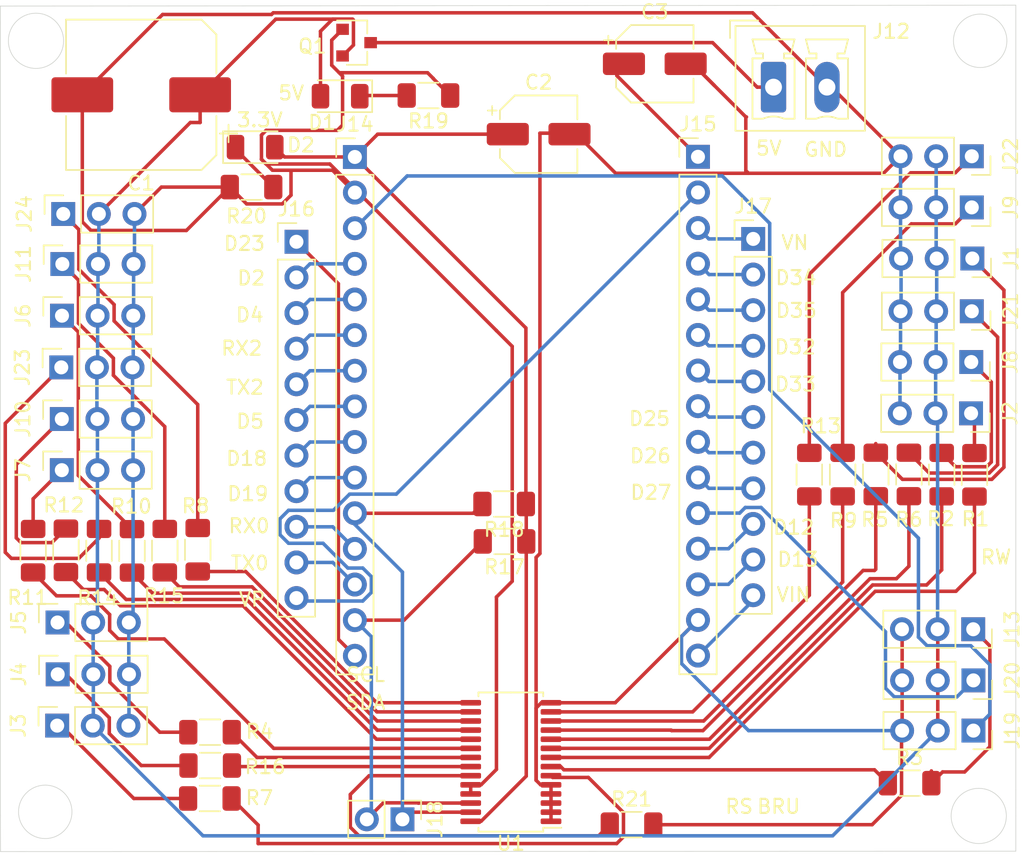
<source format=kicad_pcb>
(kicad_pcb (version 20171130) (host pcbnew "(5.1.10)-1")

  (general
    (thickness 1.6)
    (drawings 45)
    (tracks 429)
    (zones 0)
    (modules 52)
    (nets 67)
  )

  (page A4)
  (title_block
    (title Robot_breakout_shield)
    (date 2021-10-10)
    (rev 1.0)
  )

  (layers
    (0 F.Cu signal)
    (31 B.Cu signal)
    (32 B.Adhes user)
    (33 F.Adhes user)
    (34 B.Paste user)
    (35 F.Paste user)
    (36 B.SilkS user)
    (37 F.SilkS user)
    (38 B.Mask user)
    (39 F.Mask user)
    (40 Dwgs.User user)
    (41 Cmts.User user)
    (42 Eco1.User user)
    (43 Eco2.User user)
    (44 Edge.Cuts user)
    (45 Margin user)
    (46 B.CrtYd user)
    (47 F.CrtYd user)
    (48 B.Fab user)
    (49 F.Fab user hide)
  )

  (setup
    (last_trace_width 0.25)
    (trace_clearance 0.2)
    (zone_clearance 0.508)
    (zone_45_only no)
    (trace_min 0.2)
    (via_size 0.8)
    (via_drill 0.4)
    (via_min_size 0.4)
    (via_min_drill 0.3)
    (uvia_size 0.3)
    (uvia_drill 0.1)
    (uvias_allowed no)
    (uvia_min_size 0.2)
    (uvia_min_drill 0.1)
    (edge_width 0.05)
    (segment_width 0.2)
    (pcb_text_width 0.3)
    (pcb_text_size 1.5 1.5)
    (mod_edge_width 0.12)
    (mod_text_size 1 1)
    (mod_text_width 0.15)
    (pad_size 1.524 1.524)
    (pad_drill 0.762)
    (pad_to_mask_clearance 0)
    (aux_axis_origin 0 0)
    (grid_origin 172.8089 69.6849)
    (visible_elements 7FFFFFFF)
    (pcbplotparams
      (layerselection 0x010fc_ffffffff)
      (usegerberextensions false)
      (usegerberattributes true)
      (usegerberadvancedattributes true)
      (creategerberjobfile true)
      (excludeedgelayer true)
      (linewidth 0.100000)
      (plotframeref false)
      (viasonmask false)
      (mode 1)
      (useauxorigin false)
      (hpglpennumber 1)
      (hpglpenspeed 20)
      (hpglpendiameter 15.000000)
      (psnegative false)
      (psa4output false)
      (plotreference true)
      (plotvalue true)
      (plotinvisibletext false)
      (padsonsilk false)
      (subtractmaskfromsilk false)
      (outputformat 1)
      (mirror false)
      (drillshape 1)
      (scaleselection 1)
      (outputdirectory ""))
  )

  (net 0 "")
  (net 1 +5V)
  (net 2 GND)
  (net 3 +3V3)
  (net 4 "Net-(D1-Pad1)")
  (net 5 "Net-(D2-Pad1)")
  (net 6 body_left_up)
  (net 7 left_shoulder)
  (net 8 left_wrist)
  (net 9 box2_down)
  (net 10 box2_up)
  (net 11 knee_left)
  (net 12 box1_down)
  (net 13 box1_up)
  (net 14 body_left)
  (net 15 right_wrist)
  (net 16 right_shoulder)
  (net 17 body_right_up)
  (net 18 body_right)
  (net 19 box3_up)
  (net 20 box3_down)
  (net 21 knee_right)
  (net 22 box4_up)
  (net 23 box4_down)
  (net 24 "Net-(J12-Pad1)")
  (net 25 D2)
  (net 26 D4)
  (net 27 RX2)
  (net 28 TX2)
  (net 29 D5)
  (net 30 D18)
  (net 31 D19)
  (net 32 sda)
  (net 33 RX0)
  (net 34 TX0)
  (net 35 scl)
  (net 36 D23)
  (net 37 VIN)
  (net 38 D13)
  (net 39 D12)
  (net 40 D27)
  (net 41 D26)
  (net 42 D25)
  (net 43 D33)
  (net 44 D32)
  (net 45 D35)
  (net 46 D34)
  (net 47 VN)
  (net 48 VP)
  (net 49 "Net-(R1-Pad1)")
  (net 50 "Net-(R2-Pad1)")
  (net 51 "Net-(R3-Pad1)")
  (net 52 "Net-(R4-Pad1)")
  (net 53 "Net-(R5-Pad1)")
  (net 54 "Net-(R6-Pad1)")
  (net 55 "Net-(R7-Pad1)")
  (net 56 "Net-(R8-Pad1)")
  (net 57 "Net-(R9-Pad1)")
  (net 58 "Net-(R10-Pad1)")
  (net 59 "Net-(R11-Pad1)")
  (net 60 "Net-(R12-Pad1)")
  (net 61 "Net-(R13-Pad1)")
  (net 62 "Net-(R14-Pad1)")
  (net 63 "Net-(R15-Pad1)")
  (net 64 "Net-(R16-Pad1)")
  (net 65 "Net-(R21-Pad1)")
  (net 66 "Net-(C3-Pad1)")

  (net_class Default "This is the default net class."
    (clearance 0.2)
    (trace_width 0.25)
    (via_dia 0.8)
    (via_drill 0.4)
    (uvia_dia 0.3)
    (uvia_drill 0.1)
    (add_net +3V3)
    (add_net +5V)
    (add_net D12)
    (add_net D13)
    (add_net D18)
    (add_net D19)
    (add_net D2)
    (add_net D23)
    (add_net D25)
    (add_net D26)
    (add_net D27)
    (add_net D32)
    (add_net D33)
    (add_net D34)
    (add_net D35)
    (add_net D4)
    (add_net D5)
    (add_net GND)
    (add_net "Net-(C3-Pad1)")
    (add_net "Net-(D1-Pad1)")
    (add_net "Net-(D2-Pad1)")
    (add_net "Net-(J12-Pad1)")
    (add_net "Net-(R1-Pad1)")
    (add_net "Net-(R10-Pad1)")
    (add_net "Net-(R11-Pad1)")
    (add_net "Net-(R12-Pad1)")
    (add_net "Net-(R13-Pad1)")
    (add_net "Net-(R14-Pad1)")
    (add_net "Net-(R15-Pad1)")
    (add_net "Net-(R16-Pad1)")
    (add_net "Net-(R2-Pad1)")
    (add_net "Net-(R21-Pad1)")
    (add_net "Net-(R3-Pad1)")
    (add_net "Net-(R4-Pad1)")
    (add_net "Net-(R5-Pad1)")
    (add_net "Net-(R6-Pad1)")
    (add_net "Net-(R7-Pad1)")
    (add_net "Net-(R8-Pad1)")
    (add_net "Net-(R9-Pad1)")
    (add_net RX0)
    (add_net RX2)
    (add_net TX0)
    (add_net TX2)
    (add_net VIN)
    (add_net VN)
    (add_net VP)
    (add_net body_left)
    (add_net body_left_up)
    (add_net body_right)
    (add_net body_right_up)
    (add_net box1_down)
    (add_net box1_up)
    (add_net box2_down)
    (add_net box2_up)
    (add_net box3_down)
    (add_net box3_up)
    (add_net box4_down)
    (add_net box4_up)
    (add_net knee_left)
    (add_net knee_right)
    (add_net left_shoulder)
    (add_net left_wrist)
    (add_net right_shoulder)
    (add_net right_wrist)
    (add_net scl)
    (add_net sda)
  )

  (module Connector_PinSocket_2.54mm:PinSocket_1x03_P2.54mm_Vertical (layer F.Cu) (tedit 5A19A429) (tstamp 6176456A)
    (at 177.8762 31.3944 270)
    (descr "Through hole straight socket strip, 1x03, 2.54mm pitch, single row (from Kicad 4.0.7), script generated")
    (tags "Through hole socket strip THT 1x03 2.54mm single row")
    (path /61DA6DF8)
    (fp_text reference J1 (at 0 -2.77 90) (layer F.SilkS)
      (effects (font (size 1 1) (thickness 0.15)))
    )
    (fp_text value knee_right (at 0 7.85 90) (layer F.Fab)
      (effects (font (size 1 1) (thickness 0.15)))
    )
    (fp_text user %R (at 0 2.54) (layer F.Fab)
      (effects (font (size 1 1) (thickness 0.15)))
    )
    (fp_line (start -1.27 -1.27) (end 0.635 -1.27) (layer F.Fab) (width 0.1))
    (fp_line (start 0.635 -1.27) (end 1.27 -0.635) (layer F.Fab) (width 0.1))
    (fp_line (start 1.27 -0.635) (end 1.27 6.35) (layer F.Fab) (width 0.1))
    (fp_line (start 1.27 6.35) (end -1.27 6.35) (layer F.Fab) (width 0.1))
    (fp_line (start -1.27 6.35) (end -1.27 -1.27) (layer F.Fab) (width 0.1))
    (fp_line (start -1.33 1.27) (end 1.33 1.27) (layer F.SilkS) (width 0.12))
    (fp_line (start -1.33 1.27) (end -1.33 6.41) (layer F.SilkS) (width 0.12))
    (fp_line (start -1.33 6.41) (end 1.33 6.41) (layer F.SilkS) (width 0.12))
    (fp_line (start 1.33 1.27) (end 1.33 6.41) (layer F.SilkS) (width 0.12))
    (fp_line (start 1.33 -1.33) (end 1.33 0) (layer F.SilkS) (width 0.12))
    (fp_line (start 0 -1.33) (end 1.33 -1.33) (layer F.SilkS) (width 0.12))
    (fp_line (start -1.8 -1.8) (end 1.75 -1.8) (layer F.CrtYd) (width 0.05))
    (fp_line (start 1.75 -1.8) (end 1.75 6.85) (layer F.CrtYd) (width 0.05))
    (fp_line (start 1.75 6.85) (end -1.8 6.85) (layer F.CrtYd) (width 0.05))
    (fp_line (start -1.8 6.85) (end -1.8 -1.8) (layer F.CrtYd) (width 0.05))
    (pad 3 thru_hole oval (at 0 5.08 270) (size 1.7 1.7) (drill 1) (layers *.Cu *.Mask)
      (net 2 GND))
    (pad 2 thru_hole oval (at 0 2.54 270) (size 1.7 1.7) (drill 1) (layers *.Cu *.Mask)
      (net 1 +5V))
    (pad 1 thru_hole rect (at 0 0 270) (size 1.7 1.7) (drill 1) (layers *.Cu *.Mask)
      (net 21 knee_right))
    (model ${KISYS3DMOD}/Connector_PinSocket_2.54mm.3dshapes/PinSocket_1x03_P2.54mm_Vertical.wrl
      (at (xyz 0 0 0))
      (scale (xyz 1 1 1))
      (rotate (xyz 0 0 0))
    )
  )

  (module Connector_PinSocket_2.54mm:PinSocket_1x03_P2.54mm_Vertical (layer F.Cu) (tedit 5A19A429) (tstamp 617645E3)
    (at 112.9792 35.4711 90)
    (descr "Through hole straight socket strip, 1x03, 2.54mm pitch, single row (from Kicad 4.0.7), script generated")
    (tags "Through hole socket strip THT 1x03 2.54mm single row")
    (path /61D2D1AE)
    (fp_text reference J6 (at 0 -2.77 90) (layer F.SilkS)
      (effects (font (size 1 1) (thickness 0.15)))
    )
    (fp_text value knee_left (at 0 7.85 90) (layer F.Fab)
      (effects (font (size 1 1) (thickness 0.15)))
    )
    (fp_text user %R (at 0 2.54) (layer F.Fab)
      (effects (font (size 1 1) (thickness 0.15)))
    )
    (fp_line (start -1.27 -1.27) (end 0.635 -1.27) (layer F.Fab) (width 0.1))
    (fp_line (start 0.635 -1.27) (end 1.27 -0.635) (layer F.Fab) (width 0.1))
    (fp_line (start 1.27 -0.635) (end 1.27 6.35) (layer F.Fab) (width 0.1))
    (fp_line (start 1.27 6.35) (end -1.27 6.35) (layer F.Fab) (width 0.1))
    (fp_line (start -1.27 6.35) (end -1.27 -1.27) (layer F.Fab) (width 0.1))
    (fp_line (start -1.33 1.27) (end 1.33 1.27) (layer F.SilkS) (width 0.12))
    (fp_line (start -1.33 1.27) (end -1.33 6.41) (layer F.SilkS) (width 0.12))
    (fp_line (start -1.33 6.41) (end 1.33 6.41) (layer F.SilkS) (width 0.12))
    (fp_line (start 1.33 1.27) (end 1.33 6.41) (layer F.SilkS) (width 0.12))
    (fp_line (start 1.33 -1.33) (end 1.33 0) (layer F.SilkS) (width 0.12))
    (fp_line (start 0 -1.33) (end 1.33 -1.33) (layer F.SilkS) (width 0.12))
    (fp_line (start -1.8 -1.8) (end 1.75 -1.8) (layer F.CrtYd) (width 0.05))
    (fp_line (start 1.75 -1.8) (end 1.75 6.85) (layer F.CrtYd) (width 0.05))
    (fp_line (start 1.75 6.85) (end -1.8 6.85) (layer F.CrtYd) (width 0.05))
    (fp_line (start -1.8 6.85) (end -1.8 -1.8) (layer F.CrtYd) (width 0.05))
    (pad 3 thru_hole oval (at 0 5.08 90) (size 1.7 1.7) (drill 1) (layers *.Cu *.Mask)
      (net 2 GND))
    (pad 2 thru_hole oval (at 0 2.54 90) (size 1.7 1.7) (drill 1) (layers *.Cu *.Mask)
      (net 1 +5V))
    (pad 1 thru_hole rect (at 0 0 90) (size 1.7 1.7) (drill 1) (layers *.Cu *.Mask)
      (net 11 knee_left))
    (model ${KISYS3DMOD}/Connector_PinSocket_2.54mm.3dshapes/PinSocket_1x03_P2.54mm_Vertical.wrl
      (at (xyz 0 0 0))
      (scale (xyz 1 1 1))
      (rotate (xyz 0 0 0))
    )
  )

  (module Connector_PinSocket_2.54mm:PinSocket_1x03_P2.54mm_Vertical (layer F.Cu) (tedit 5A19A429) (tstamp 61D218B7)
    (at 113.0681 28.2194 90)
    (descr "Through hole straight socket strip, 1x03, 2.54mm pitch, single row (from Kicad 4.0.7), script generated")
    (tags "Through hole socket strip THT 1x03 2.54mm single row")
    (path /61D2E301)
    (fp_text reference J24 (at 0 -2.77 90) (layer F.SilkS)
      (effects (font (size 1 1) (thickness 0.15)))
    )
    (fp_text value box2_down (at 0 7.85 90) (layer F.Fab)
      (effects (font (size 1 1) (thickness 0.15)))
    )
    (fp_text user %R (at 0 2.54) (layer F.Fab)
      (effects (font (size 1 1) (thickness 0.15)))
    )
    (fp_line (start -1.27 -1.27) (end 0.635 -1.27) (layer F.Fab) (width 0.1))
    (fp_line (start 0.635 -1.27) (end 1.27 -0.635) (layer F.Fab) (width 0.1))
    (fp_line (start 1.27 -0.635) (end 1.27 6.35) (layer F.Fab) (width 0.1))
    (fp_line (start 1.27 6.35) (end -1.27 6.35) (layer F.Fab) (width 0.1))
    (fp_line (start -1.27 6.35) (end -1.27 -1.27) (layer F.Fab) (width 0.1))
    (fp_line (start -1.33 1.27) (end 1.33 1.27) (layer F.SilkS) (width 0.12))
    (fp_line (start -1.33 1.27) (end -1.33 6.41) (layer F.SilkS) (width 0.12))
    (fp_line (start -1.33 6.41) (end 1.33 6.41) (layer F.SilkS) (width 0.12))
    (fp_line (start 1.33 1.27) (end 1.33 6.41) (layer F.SilkS) (width 0.12))
    (fp_line (start 1.33 -1.33) (end 1.33 0) (layer F.SilkS) (width 0.12))
    (fp_line (start 0 -1.33) (end 1.33 -1.33) (layer F.SilkS) (width 0.12))
    (fp_line (start -1.8 -1.8) (end 1.75 -1.8) (layer F.CrtYd) (width 0.05))
    (fp_line (start 1.75 -1.8) (end 1.75 6.85) (layer F.CrtYd) (width 0.05))
    (fp_line (start 1.75 6.85) (end -1.8 6.85) (layer F.CrtYd) (width 0.05))
    (fp_line (start -1.8 6.85) (end -1.8 -1.8) (layer F.CrtYd) (width 0.05))
    (pad 3 thru_hole oval (at 0 5.08 90) (size 1.7 1.7) (drill 1) (layers *.Cu *.Mask)
      (net 2 GND))
    (pad 2 thru_hole oval (at 0 2.54 90) (size 1.7 1.7) (drill 1) (layers *.Cu *.Mask)
      (net 1 +5V))
    (pad 1 thru_hole rect (at 0 0 90) (size 1.7 1.7) (drill 1) (layers *.Cu *.Mask)
      (net 9 box2_down))
    (model ${KISYS3DMOD}/Connector_PinSocket_2.54mm.3dshapes/PinSocket_1x03_P2.54mm_Vertical.wrl
      (at (xyz 0 0 0))
      (scale (xyz 1 1 1))
      (rotate (xyz 0 0 0))
    )
  )

  (module Connector_PinSocket_2.54mm:PinSocket_1x03_P2.54mm_Vertical (layer F.Cu) (tedit 5A19A429) (tstamp 61D218A0)
    (at 112.9284 39.1541 90)
    (descr "Through hole straight socket strip, 1x03, 2.54mm pitch, single row (from Kicad 4.0.7), script generated")
    (tags "Through hole socket strip THT 1x03 2.54mm single row")
    (path /61D2C9B7)
    (fp_text reference J23 (at 0 -2.77 90) (layer F.SilkS)
      (effects (font (size 1 1) (thickness 0.15)))
    )
    (fp_text value box1_down (at 0 7.85 90) (layer F.Fab)
      (effects (font (size 1 1) (thickness 0.15)))
    )
    (fp_text user %R (at 0 2.54) (layer F.Fab)
      (effects (font (size 1 1) (thickness 0.15)))
    )
    (fp_line (start -1.27 -1.27) (end 0.635 -1.27) (layer F.Fab) (width 0.1))
    (fp_line (start 0.635 -1.27) (end 1.27 -0.635) (layer F.Fab) (width 0.1))
    (fp_line (start 1.27 -0.635) (end 1.27 6.35) (layer F.Fab) (width 0.1))
    (fp_line (start 1.27 6.35) (end -1.27 6.35) (layer F.Fab) (width 0.1))
    (fp_line (start -1.27 6.35) (end -1.27 -1.27) (layer F.Fab) (width 0.1))
    (fp_line (start -1.33 1.27) (end 1.33 1.27) (layer F.SilkS) (width 0.12))
    (fp_line (start -1.33 1.27) (end -1.33 6.41) (layer F.SilkS) (width 0.12))
    (fp_line (start -1.33 6.41) (end 1.33 6.41) (layer F.SilkS) (width 0.12))
    (fp_line (start 1.33 1.27) (end 1.33 6.41) (layer F.SilkS) (width 0.12))
    (fp_line (start 1.33 -1.33) (end 1.33 0) (layer F.SilkS) (width 0.12))
    (fp_line (start 0 -1.33) (end 1.33 -1.33) (layer F.SilkS) (width 0.12))
    (fp_line (start -1.8 -1.8) (end 1.75 -1.8) (layer F.CrtYd) (width 0.05))
    (fp_line (start 1.75 -1.8) (end 1.75 6.85) (layer F.CrtYd) (width 0.05))
    (fp_line (start 1.75 6.85) (end -1.8 6.85) (layer F.CrtYd) (width 0.05))
    (fp_line (start -1.8 6.85) (end -1.8 -1.8) (layer F.CrtYd) (width 0.05))
    (pad 3 thru_hole oval (at 0 5.08 90) (size 1.7 1.7) (drill 1) (layers *.Cu *.Mask)
      (net 2 GND))
    (pad 2 thru_hole oval (at 0 2.54 90) (size 1.7 1.7) (drill 1) (layers *.Cu *.Mask)
      (net 1 +5V))
    (pad 1 thru_hole rect (at 0 0 90) (size 1.7 1.7) (drill 1) (layers *.Cu *.Mask)
      (net 12 box1_down))
    (model ${KISYS3DMOD}/Connector_PinSocket_2.54mm.3dshapes/PinSocket_1x03_P2.54mm_Vertical.wrl
      (at (xyz 0 0 0))
      (scale (xyz 1 1 1))
      (rotate (xyz 0 0 0))
    )
  )

  (module Connector_PinSocket_2.54mm:PinSocket_1x03_P2.54mm_Vertical (layer F.Cu) (tedit 5A19A429) (tstamp 61D21889)
    (at 177.8381 24.1046 270)
    (descr "Through hole straight socket strip, 1x03, 2.54mm pitch, single row (from Kicad 4.0.7), script generated")
    (tags "Through hole socket strip THT 1x03 2.54mm single row")
    (path /61DA6E04)
    (fp_text reference J22 (at 0 -2.77 90) (layer F.SilkS)
      (effects (font (size 1 1) (thickness 0.15)))
    )
    (fp_text value box4_down (at 0 7.85 90) (layer F.Fab)
      (effects (font (size 1 1) (thickness 0.15)))
    )
    (fp_text user %R (at 0 2.54) (layer F.Fab)
      (effects (font (size 1 1) (thickness 0.15)))
    )
    (fp_line (start -1.27 -1.27) (end 0.635 -1.27) (layer F.Fab) (width 0.1))
    (fp_line (start 0.635 -1.27) (end 1.27 -0.635) (layer F.Fab) (width 0.1))
    (fp_line (start 1.27 -0.635) (end 1.27 6.35) (layer F.Fab) (width 0.1))
    (fp_line (start 1.27 6.35) (end -1.27 6.35) (layer F.Fab) (width 0.1))
    (fp_line (start -1.27 6.35) (end -1.27 -1.27) (layer F.Fab) (width 0.1))
    (fp_line (start -1.33 1.27) (end 1.33 1.27) (layer F.SilkS) (width 0.12))
    (fp_line (start -1.33 1.27) (end -1.33 6.41) (layer F.SilkS) (width 0.12))
    (fp_line (start -1.33 6.41) (end 1.33 6.41) (layer F.SilkS) (width 0.12))
    (fp_line (start 1.33 1.27) (end 1.33 6.41) (layer F.SilkS) (width 0.12))
    (fp_line (start 1.33 -1.33) (end 1.33 0) (layer F.SilkS) (width 0.12))
    (fp_line (start 0 -1.33) (end 1.33 -1.33) (layer F.SilkS) (width 0.12))
    (fp_line (start -1.8 -1.8) (end 1.75 -1.8) (layer F.CrtYd) (width 0.05))
    (fp_line (start 1.75 -1.8) (end 1.75 6.85) (layer F.CrtYd) (width 0.05))
    (fp_line (start 1.75 6.85) (end -1.8 6.85) (layer F.CrtYd) (width 0.05))
    (fp_line (start -1.8 6.85) (end -1.8 -1.8) (layer F.CrtYd) (width 0.05))
    (pad 3 thru_hole oval (at 0 5.08 270) (size 1.7 1.7) (drill 1) (layers *.Cu *.Mask)
      (net 2 GND))
    (pad 2 thru_hole oval (at 0 2.54 270) (size 1.7 1.7) (drill 1) (layers *.Cu *.Mask)
      (net 1 +5V))
    (pad 1 thru_hole rect (at 0 0 270) (size 1.7 1.7) (drill 1) (layers *.Cu *.Mask)
      (net 23 box4_down))
    (model ${KISYS3DMOD}/Connector_PinSocket_2.54mm.3dshapes/PinSocket_1x03_P2.54mm_Vertical.wrl
      (at (xyz 0 0 0))
      (scale (xyz 1 1 1))
      (rotate (xyz 0 0 0))
    )
  )

  (module Connector_PinSocket_2.54mm:PinSocket_1x03_P2.54mm_Vertical (layer F.Cu) (tedit 5A19A429) (tstamp 61D21872)
    (at 177.8381 35.1536 270)
    (descr "Through hole straight socket strip, 1x03, 2.54mm pitch, single row (from Kicad 4.0.7), script generated")
    (tags "Through hole socket strip THT 1x03 2.54mm single row")
    (path /61DA6DF2)
    (fp_text reference J21 (at 0 -2.77 90) (layer F.SilkS)
      (effects (font (size 1 1) (thickness 0.15)))
    )
    (fp_text value box3_down (at 0 7.85 90) (layer F.Fab)
      (effects (font (size 1 1) (thickness 0.15)))
    )
    (fp_text user %R (at 0 2.54) (layer F.Fab)
      (effects (font (size 1 1) (thickness 0.15)))
    )
    (fp_line (start -1.27 -1.27) (end 0.635 -1.27) (layer F.Fab) (width 0.1))
    (fp_line (start 0.635 -1.27) (end 1.27 -0.635) (layer F.Fab) (width 0.1))
    (fp_line (start 1.27 -0.635) (end 1.27 6.35) (layer F.Fab) (width 0.1))
    (fp_line (start 1.27 6.35) (end -1.27 6.35) (layer F.Fab) (width 0.1))
    (fp_line (start -1.27 6.35) (end -1.27 -1.27) (layer F.Fab) (width 0.1))
    (fp_line (start -1.33 1.27) (end 1.33 1.27) (layer F.SilkS) (width 0.12))
    (fp_line (start -1.33 1.27) (end -1.33 6.41) (layer F.SilkS) (width 0.12))
    (fp_line (start -1.33 6.41) (end 1.33 6.41) (layer F.SilkS) (width 0.12))
    (fp_line (start 1.33 1.27) (end 1.33 6.41) (layer F.SilkS) (width 0.12))
    (fp_line (start 1.33 -1.33) (end 1.33 0) (layer F.SilkS) (width 0.12))
    (fp_line (start 0 -1.33) (end 1.33 -1.33) (layer F.SilkS) (width 0.12))
    (fp_line (start -1.8 -1.8) (end 1.75 -1.8) (layer F.CrtYd) (width 0.05))
    (fp_line (start 1.75 -1.8) (end 1.75 6.85) (layer F.CrtYd) (width 0.05))
    (fp_line (start 1.75 6.85) (end -1.8 6.85) (layer F.CrtYd) (width 0.05))
    (fp_line (start -1.8 6.85) (end -1.8 -1.8) (layer F.CrtYd) (width 0.05))
    (pad 3 thru_hole oval (at 0 5.08 270) (size 1.7 1.7) (drill 1) (layers *.Cu *.Mask)
      (net 2 GND))
    (pad 2 thru_hole oval (at 0 2.54 270) (size 1.7 1.7) (drill 1) (layers *.Cu *.Mask)
      (net 1 +5V))
    (pad 1 thru_hole rect (at 0 0 270) (size 1.7 1.7) (drill 1) (layers *.Cu *.Mask)
      (net 20 box3_down))
    (model ${KISYS3DMOD}/Connector_PinSocket_2.54mm.3dshapes/PinSocket_1x03_P2.54mm_Vertical.wrl
      (at (xyz 0 0 0))
      (scale (xyz 1 1 1))
      (rotate (xyz 0 0 0))
    )
  )

  (module Connector_PinSocket_2.54mm:PinSocket_1x03_P2.54mm_Vertical (layer F.Cu) (tedit 5A19A429) (tstamp 61D2185B)
    (at 177.9524 61.468 270)
    (descr "Through hole straight socket strip, 1x03, 2.54mm pitch, single row (from Kicad 4.0.7), script generated")
    (tags "Through hole socket strip THT 1x03 2.54mm single row")
    (path /61DC8AF3)
    (fp_text reference J20 (at 0 -2.77 90) (layer F.SilkS)
      (effects (font (size 1 1) (thickness 0.15)))
    )
    (fp_text value right_shoulder (at 0 7.85 90) (layer F.Fab)
      (effects (font (size 1 1) (thickness 0.15)))
    )
    (fp_text user %R (at 0 2.54) (layer F.Fab)
      (effects (font (size 1 1) (thickness 0.15)))
    )
    (fp_line (start -1.27 -1.27) (end 0.635 -1.27) (layer F.Fab) (width 0.1))
    (fp_line (start 0.635 -1.27) (end 1.27 -0.635) (layer F.Fab) (width 0.1))
    (fp_line (start 1.27 -0.635) (end 1.27 6.35) (layer F.Fab) (width 0.1))
    (fp_line (start 1.27 6.35) (end -1.27 6.35) (layer F.Fab) (width 0.1))
    (fp_line (start -1.27 6.35) (end -1.27 -1.27) (layer F.Fab) (width 0.1))
    (fp_line (start -1.33 1.27) (end 1.33 1.27) (layer F.SilkS) (width 0.12))
    (fp_line (start -1.33 1.27) (end -1.33 6.41) (layer F.SilkS) (width 0.12))
    (fp_line (start -1.33 6.41) (end 1.33 6.41) (layer F.SilkS) (width 0.12))
    (fp_line (start 1.33 1.27) (end 1.33 6.41) (layer F.SilkS) (width 0.12))
    (fp_line (start 1.33 -1.33) (end 1.33 0) (layer F.SilkS) (width 0.12))
    (fp_line (start 0 -1.33) (end 1.33 -1.33) (layer F.SilkS) (width 0.12))
    (fp_line (start -1.8 -1.8) (end 1.75 -1.8) (layer F.CrtYd) (width 0.05))
    (fp_line (start 1.75 -1.8) (end 1.75 6.85) (layer F.CrtYd) (width 0.05))
    (fp_line (start 1.75 6.85) (end -1.8 6.85) (layer F.CrtYd) (width 0.05))
    (fp_line (start -1.8 6.85) (end -1.8 -1.8) (layer F.CrtYd) (width 0.05))
    (pad 3 thru_hole oval (at 0 5.08 270) (size 1.7 1.7) (drill 1) (layers *.Cu *.Mask)
      (net 2 GND))
    (pad 2 thru_hole oval (at 0 2.54 270) (size 1.7 1.7) (drill 1) (layers *.Cu *.Mask)
      (net 1 +5V))
    (pad 1 thru_hole rect (at 0 0 270) (size 1.7 1.7) (drill 1) (layers *.Cu *.Mask)
      (net 16 right_shoulder))
    (model ${KISYS3DMOD}/Connector_PinSocket_2.54mm.3dshapes/PinSocket_1x03_P2.54mm_Vertical.wrl
      (at (xyz 0 0 0))
      (scale (xyz 1 1 1))
      (rotate (xyz 0 0 0))
    )
  )

  (module Connector_PinSocket_2.54mm:PinSocket_1x03_P2.54mm_Vertical (layer F.Cu) (tedit 5A19A429) (tstamp 61D21844)
    (at 177.9524 65.0494 270)
    (descr "Through hole straight socket strip, 1x03, 2.54mm pitch, single row (from Kicad 4.0.7), script generated")
    (tags "Through hole socket strip THT 1x03 2.54mm single row")
    (path /61DC8AED)
    (fp_text reference J19 (at 0 -2.77 90) (layer F.SilkS)
      (effects (font (size 1 1) (thickness 0.15)))
    )
    (fp_text value right_wrist (at 0 7.85 90) (layer F.Fab)
      (effects (font (size 1 1) (thickness 0.15)))
    )
    (fp_text user %R (at 0 2.54) (layer F.Fab)
      (effects (font (size 1 1) (thickness 0.15)))
    )
    (fp_line (start -1.27 -1.27) (end 0.635 -1.27) (layer F.Fab) (width 0.1))
    (fp_line (start 0.635 -1.27) (end 1.27 -0.635) (layer F.Fab) (width 0.1))
    (fp_line (start 1.27 -0.635) (end 1.27 6.35) (layer F.Fab) (width 0.1))
    (fp_line (start 1.27 6.35) (end -1.27 6.35) (layer F.Fab) (width 0.1))
    (fp_line (start -1.27 6.35) (end -1.27 -1.27) (layer F.Fab) (width 0.1))
    (fp_line (start -1.33 1.27) (end 1.33 1.27) (layer F.SilkS) (width 0.12))
    (fp_line (start -1.33 1.27) (end -1.33 6.41) (layer F.SilkS) (width 0.12))
    (fp_line (start -1.33 6.41) (end 1.33 6.41) (layer F.SilkS) (width 0.12))
    (fp_line (start 1.33 1.27) (end 1.33 6.41) (layer F.SilkS) (width 0.12))
    (fp_line (start 1.33 -1.33) (end 1.33 0) (layer F.SilkS) (width 0.12))
    (fp_line (start 0 -1.33) (end 1.33 -1.33) (layer F.SilkS) (width 0.12))
    (fp_line (start -1.8 -1.8) (end 1.75 -1.8) (layer F.CrtYd) (width 0.05))
    (fp_line (start 1.75 -1.8) (end 1.75 6.85) (layer F.CrtYd) (width 0.05))
    (fp_line (start 1.75 6.85) (end -1.8 6.85) (layer F.CrtYd) (width 0.05))
    (fp_line (start -1.8 6.85) (end -1.8 -1.8) (layer F.CrtYd) (width 0.05))
    (pad 3 thru_hole oval (at 0 5.08 270) (size 1.7 1.7) (drill 1) (layers *.Cu *.Mask)
      (net 2 GND))
    (pad 2 thru_hole oval (at 0 2.54 270) (size 1.7 1.7) (drill 1) (layers *.Cu *.Mask)
      (net 1 +5V))
    (pad 1 thru_hole rect (at 0 0 270) (size 1.7 1.7) (drill 1) (layers *.Cu *.Mask)
      (net 15 right_wrist))
    (model ${KISYS3DMOD}/Connector_PinSocket_2.54mm.3dshapes/PinSocket_1x03_P2.54mm_Vertical.wrl
      (at (xyz 0 0 0))
      (scale (xyz 1 1 1))
      (rotate (xyz 0 0 0))
    )
  )

  (module Connector_PinSocket_2.54mm:PinSocket_1x03_P2.54mm_Vertical (layer F.Cu) (tedit 5A19A429) (tstamp 617646A9)
    (at 177.9397 57.8231 270)
    (descr "Through hole straight socket strip, 1x03, 2.54mm pitch, single row (from Kicad 4.0.7), script generated")
    (tags "Through hole socket strip THT 1x03 2.54mm single row")
    (path /61DDC564)
    (fp_text reference J13 (at 0 -2.77 90) (layer F.SilkS)
      (effects (font (size 1 1) (thickness 0.15)))
    )
    (fp_text value body_right_up (at 0 7.85 90) (layer F.Fab)
      (effects (font (size 1 1) (thickness 0.15)))
    )
    (fp_text user %R (at 0 2.54) (layer F.Fab)
      (effects (font (size 1 1) (thickness 0.15)))
    )
    (fp_line (start -1.27 -1.27) (end 0.635 -1.27) (layer F.Fab) (width 0.1))
    (fp_line (start 0.635 -1.27) (end 1.27 -0.635) (layer F.Fab) (width 0.1))
    (fp_line (start 1.27 -0.635) (end 1.27 6.35) (layer F.Fab) (width 0.1))
    (fp_line (start 1.27 6.35) (end -1.27 6.35) (layer F.Fab) (width 0.1))
    (fp_line (start -1.27 6.35) (end -1.27 -1.27) (layer F.Fab) (width 0.1))
    (fp_line (start -1.33 1.27) (end 1.33 1.27) (layer F.SilkS) (width 0.12))
    (fp_line (start -1.33 1.27) (end -1.33 6.41) (layer F.SilkS) (width 0.12))
    (fp_line (start -1.33 6.41) (end 1.33 6.41) (layer F.SilkS) (width 0.12))
    (fp_line (start 1.33 1.27) (end 1.33 6.41) (layer F.SilkS) (width 0.12))
    (fp_line (start 1.33 -1.33) (end 1.33 0) (layer F.SilkS) (width 0.12))
    (fp_line (start 0 -1.33) (end 1.33 -1.33) (layer F.SilkS) (width 0.12))
    (fp_line (start -1.8 -1.8) (end 1.75 -1.8) (layer F.CrtYd) (width 0.05))
    (fp_line (start 1.75 -1.8) (end 1.75 6.85) (layer F.CrtYd) (width 0.05))
    (fp_line (start 1.75 6.85) (end -1.8 6.85) (layer F.CrtYd) (width 0.05))
    (fp_line (start -1.8 6.85) (end -1.8 -1.8) (layer F.CrtYd) (width 0.05))
    (pad 3 thru_hole oval (at 0 5.08 270) (size 1.7 1.7) (drill 1) (layers *.Cu *.Mask)
      (net 2 GND))
    (pad 2 thru_hole oval (at 0 2.54 270) (size 1.7 1.7) (drill 1) (layers *.Cu *.Mask)
      (net 1 +5V))
    (pad 1 thru_hole rect (at 0 0 270) (size 1.7 1.7) (drill 1) (layers *.Cu *.Mask)
      (net 17 body_right_up))
    (model ${KISYS3DMOD}/Connector_PinSocket_2.54mm.3dshapes/PinSocket_1x03_P2.54mm_Vertical.wrl
      (at (xyz 0 0 0))
      (scale (xyz 1 1 1))
      (rotate (xyz 0 0 0))
    )
  )

  (module Connector_PinSocket_2.54mm:PinSocket_1x03_P2.54mm_Vertical (layer F.Cu) (tedit 5A19A429) (tstamp 6176465C)
    (at 113.0046 31.7881 90)
    (descr "Through hole straight socket strip, 1x03, 2.54mm pitch, single row (from Kicad 4.0.7), script generated")
    (tags "Through hole socket strip THT 1x03 2.54mm single row")
    (path /61D2DB51)
    (fp_text reference J11 (at 0 -2.77 90) (layer F.SilkS)
      (effects (font (size 1 1) (thickness 0.15)))
    )
    (fp_text value box2_up (at 0 7.85 90) (layer F.Fab)
      (effects (font (size 1 1) (thickness 0.15)))
    )
    (fp_text user %R (at 0 2.54) (layer F.Fab)
      (effects (font (size 1 1) (thickness 0.15)))
    )
    (fp_line (start -1.27 -1.27) (end 0.635 -1.27) (layer F.Fab) (width 0.1))
    (fp_line (start 0.635 -1.27) (end 1.27 -0.635) (layer F.Fab) (width 0.1))
    (fp_line (start 1.27 -0.635) (end 1.27 6.35) (layer F.Fab) (width 0.1))
    (fp_line (start 1.27 6.35) (end -1.27 6.35) (layer F.Fab) (width 0.1))
    (fp_line (start -1.27 6.35) (end -1.27 -1.27) (layer F.Fab) (width 0.1))
    (fp_line (start -1.33 1.27) (end 1.33 1.27) (layer F.SilkS) (width 0.12))
    (fp_line (start -1.33 1.27) (end -1.33 6.41) (layer F.SilkS) (width 0.12))
    (fp_line (start -1.33 6.41) (end 1.33 6.41) (layer F.SilkS) (width 0.12))
    (fp_line (start 1.33 1.27) (end 1.33 6.41) (layer F.SilkS) (width 0.12))
    (fp_line (start 1.33 -1.33) (end 1.33 0) (layer F.SilkS) (width 0.12))
    (fp_line (start 0 -1.33) (end 1.33 -1.33) (layer F.SilkS) (width 0.12))
    (fp_line (start -1.8 -1.8) (end 1.75 -1.8) (layer F.CrtYd) (width 0.05))
    (fp_line (start 1.75 -1.8) (end 1.75 6.85) (layer F.CrtYd) (width 0.05))
    (fp_line (start 1.75 6.85) (end -1.8 6.85) (layer F.CrtYd) (width 0.05))
    (fp_line (start -1.8 6.85) (end -1.8 -1.8) (layer F.CrtYd) (width 0.05))
    (pad 3 thru_hole oval (at 0 5.08 90) (size 1.7 1.7) (drill 1) (layers *.Cu *.Mask)
      (net 2 GND))
    (pad 2 thru_hole oval (at 0 2.54 90) (size 1.7 1.7) (drill 1) (layers *.Cu *.Mask)
      (net 1 +5V))
    (pad 1 thru_hole rect (at 0 0 90) (size 1.7 1.7) (drill 1) (layers *.Cu *.Mask)
      (net 10 box2_up))
    (model ${KISYS3DMOD}/Connector_PinSocket_2.54mm.3dshapes/PinSocket_1x03_P2.54mm_Vertical.wrl
      (at (xyz 0 0 0))
      (scale (xyz 1 1 1))
      (rotate (xyz 0 0 0))
    )
  )

  (module Connector_PinSocket_2.54mm:PinSocket_1x03_P2.54mm_Vertical (layer F.Cu) (tedit 5A19A429) (tstamp 61764642)
    (at 112.9665 42.8371 90)
    (descr "Through hole straight socket strip, 1x03, 2.54mm pitch, single row (from Kicad 4.0.7), script generated")
    (tags "Through hole socket strip THT 1x03 2.54mm single row")
    (path /61D2B968)
    (fp_text reference J10 (at 0 -2.77 90) (layer F.SilkS)
      (effects (font (size 1 1) (thickness 0.15)))
    )
    (fp_text value box1_up (at 0 7.85 90) (layer F.Fab)
      (effects (font (size 1 1) (thickness 0.15)))
    )
    (fp_text user %R (at 0 2.54) (layer F.Fab)
      (effects (font (size 1 1) (thickness 0.15)))
    )
    (fp_line (start -1.27 -1.27) (end 0.635 -1.27) (layer F.Fab) (width 0.1))
    (fp_line (start 0.635 -1.27) (end 1.27 -0.635) (layer F.Fab) (width 0.1))
    (fp_line (start 1.27 -0.635) (end 1.27 6.35) (layer F.Fab) (width 0.1))
    (fp_line (start 1.27 6.35) (end -1.27 6.35) (layer F.Fab) (width 0.1))
    (fp_line (start -1.27 6.35) (end -1.27 -1.27) (layer F.Fab) (width 0.1))
    (fp_line (start -1.33 1.27) (end 1.33 1.27) (layer F.SilkS) (width 0.12))
    (fp_line (start -1.33 1.27) (end -1.33 6.41) (layer F.SilkS) (width 0.12))
    (fp_line (start -1.33 6.41) (end 1.33 6.41) (layer F.SilkS) (width 0.12))
    (fp_line (start 1.33 1.27) (end 1.33 6.41) (layer F.SilkS) (width 0.12))
    (fp_line (start 1.33 -1.33) (end 1.33 0) (layer F.SilkS) (width 0.12))
    (fp_line (start 0 -1.33) (end 1.33 -1.33) (layer F.SilkS) (width 0.12))
    (fp_line (start -1.8 -1.8) (end 1.75 -1.8) (layer F.CrtYd) (width 0.05))
    (fp_line (start 1.75 -1.8) (end 1.75 6.85) (layer F.CrtYd) (width 0.05))
    (fp_line (start 1.75 6.85) (end -1.8 6.85) (layer F.CrtYd) (width 0.05))
    (fp_line (start -1.8 6.85) (end -1.8 -1.8) (layer F.CrtYd) (width 0.05))
    (pad 3 thru_hole oval (at 0 5.08 90) (size 1.7 1.7) (drill 1) (layers *.Cu *.Mask)
      (net 2 GND))
    (pad 2 thru_hole oval (at 0 2.54 90) (size 1.7 1.7) (drill 1) (layers *.Cu *.Mask)
      (net 1 +5V))
    (pad 1 thru_hole rect (at 0 0 90) (size 1.7 1.7) (drill 1) (layers *.Cu *.Mask)
      (net 13 box1_up))
    (model ${KISYS3DMOD}/Connector_PinSocket_2.54mm.3dshapes/PinSocket_1x03_P2.54mm_Vertical.wrl
      (at (xyz 0 0 0))
      (scale (xyz 1 1 1))
      (rotate (xyz 0 0 0))
    )
  )

  (module Connector_PinSocket_2.54mm:PinSocket_1x03_P2.54mm_Vertical (layer F.Cu) (tedit 5A19A429) (tstamp 61764628)
    (at 177.8381 27.7495 270)
    (descr "Through hole straight socket strip, 1x03, 2.54mm pitch, single row (from Kicad 4.0.7), script generated")
    (tags "Through hole socket strip THT 1x03 2.54mm single row")
    (path /61DA6DFE)
    (fp_text reference J9 (at 0 -2.77 90) (layer F.SilkS)
      (effects (font (size 1 1) (thickness 0.15)))
    )
    (fp_text value box4_up (at 0 7.85 90) (layer F.Fab)
      (effects (font (size 1 1) (thickness 0.15)))
    )
    (fp_text user %R (at 0 2.54) (layer F.Fab)
      (effects (font (size 1 1) (thickness 0.15)))
    )
    (fp_line (start -1.27 -1.27) (end 0.635 -1.27) (layer F.Fab) (width 0.1))
    (fp_line (start 0.635 -1.27) (end 1.27 -0.635) (layer F.Fab) (width 0.1))
    (fp_line (start 1.27 -0.635) (end 1.27 6.35) (layer F.Fab) (width 0.1))
    (fp_line (start 1.27 6.35) (end -1.27 6.35) (layer F.Fab) (width 0.1))
    (fp_line (start -1.27 6.35) (end -1.27 -1.27) (layer F.Fab) (width 0.1))
    (fp_line (start -1.33 1.27) (end 1.33 1.27) (layer F.SilkS) (width 0.12))
    (fp_line (start -1.33 1.27) (end -1.33 6.41) (layer F.SilkS) (width 0.12))
    (fp_line (start -1.33 6.41) (end 1.33 6.41) (layer F.SilkS) (width 0.12))
    (fp_line (start 1.33 1.27) (end 1.33 6.41) (layer F.SilkS) (width 0.12))
    (fp_line (start 1.33 -1.33) (end 1.33 0) (layer F.SilkS) (width 0.12))
    (fp_line (start 0 -1.33) (end 1.33 -1.33) (layer F.SilkS) (width 0.12))
    (fp_line (start -1.8 -1.8) (end 1.75 -1.8) (layer F.CrtYd) (width 0.05))
    (fp_line (start 1.75 -1.8) (end 1.75 6.85) (layer F.CrtYd) (width 0.05))
    (fp_line (start 1.75 6.85) (end -1.8 6.85) (layer F.CrtYd) (width 0.05))
    (fp_line (start -1.8 6.85) (end -1.8 -1.8) (layer F.CrtYd) (width 0.05))
    (pad 3 thru_hole oval (at 0 5.08 270) (size 1.7 1.7) (drill 1) (layers *.Cu *.Mask)
      (net 2 GND))
    (pad 2 thru_hole oval (at 0 2.54 270) (size 1.7 1.7) (drill 1) (layers *.Cu *.Mask)
      (net 1 +5V))
    (pad 1 thru_hole rect (at 0 0 270) (size 1.7 1.7) (drill 1) (layers *.Cu *.Mask)
      (net 22 box4_up))
    (model ${KISYS3DMOD}/Connector_PinSocket_2.54mm.3dshapes/PinSocket_1x03_P2.54mm_Vertical.wrl
      (at (xyz 0 0 0))
      (scale (xyz 1 1 1))
      (rotate (xyz 0 0 0))
    )
  )

  (module Connector_PinSocket_2.54mm:PinSocket_1x03_P2.54mm_Vertical (layer F.Cu) (tedit 5A19A429) (tstamp 61764611)
    (at 177.8 38.7731 270)
    (descr "Through hole straight socket strip, 1x03, 2.54mm pitch, single row (from Kicad 4.0.7), script generated")
    (tags "Through hole socket strip THT 1x03 2.54mm single row")
    (path /61DA6DEC)
    (fp_text reference J8 (at 0 -2.77 90) (layer F.SilkS)
      (effects (font (size 1 1) (thickness 0.15)))
    )
    (fp_text value box3_up (at 0 7.85 90) (layer F.Fab)
      (effects (font (size 1 1) (thickness 0.15)))
    )
    (fp_text user %R (at 0 2.54) (layer F.Fab)
      (effects (font (size 1 1) (thickness 0.15)))
    )
    (fp_line (start -1.27 -1.27) (end 0.635 -1.27) (layer F.Fab) (width 0.1))
    (fp_line (start 0.635 -1.27) (end 1.27 -0.635) (layer F.Fab) (width 0.1))
    (fp_line (start 1.27 -0.635) (end 1.27 6.35) (layer F.Fab) (width 0.1))
    (fp_line (start 1.27 6.35) (end -1.27 6.35) (layer F.Fab) (width 0.1))
    (fp_line (start -1.27 6.35) (end -1.27 -1.27) (layer F.Fab) (width 0.1))
    (fp_line (start -1.33 1.27) (end 1.33 1.27) (layer F.SilkS) (width 0.12))
    (fp_line (start -1.33 1.27) (end -1.33 6.41) (layer F.SilkS) (width 0.12))
    (fp_line (start -1.33 6.41) (end 1.33 6.41) (layer F.SilkS) (width 0.12))
    (fp_line (start 1.33 1.27) (end 1.33 6.41) (layer F.SilkS) (width 0.12))
    (fp_line (start 1.33 -1.33) (end 1.33 0) (layer F.SilkS) (width 0.12))
    (fp_line (start 0 -1.33) (end 1.33 -1.33) (layer F.SilkS) (width 0.12))
    (fp_line (start -1.8 -1.8) (end 1.75 -1.8) (layer F.CrtYd) (width 0.05))
    (fp_line (start 1.75 -1.8) (end 1.75 6.85) (layer F.CrtYd) (width 0.05))
    (fp_line (start 1.75 6.85) (end -1.8 6.85) (layer F.CrtYd) (width 0.05))
    (fp_line (start -1.8 6.85) (end -1.8 -1.8) (layer F.CrtYd) (width 0.05))
    (pad 3 thru_hole oval (at 0 5.08 270) (size 1.7 1.7) (drill 1) (layers *.Cu *.Mask)
      (net 2 GND))
    (pad 2 thru_hole oval (at 0 2.54 270) (size 1.7 1.7) (drill 1) (layers *.Cu *.Mask)
      (net 1 +5V))
    (pad 1 thru_hole rect (at 0 0 270) (size 1.7 1.7) (drill 1) (layers *.Cu *.Mask)
      (net 19 box3_up))
    (model ${KISYS3DMOD}/Connector_PinSocket_2.54mm.3dshapes/PinSocket_1x03_P2.54mm_Vertical.wrl
      (at (xyz 0 0 0))
      (scale (xyz 1 1 1))
      (rotate (xyz 0 0 0))
    )
  )

  (module Connector_PinSocket_2.54mm:PinSocket_1x03_P2.54mm_Vertical (layer F.Cu) (tedit 5A19A429) (tstamp 617645FA)
    (at 112.9665 46.482 90)
    (descr "Through hole straight socket strip, 1x03, 2.54mm pitch, single row (from Kicad 4.0.7), script generated")
    (tags "Through hole socket strip THT 1x03 2.54mm single row")
    (path /61D2A686)
    (fp_text reference J7 (at 0 -2.77 90) (layer F.SilkS)
      (effects (font (size 1 1) (thickness 0.15)))
    )
    (fp_text value body_left (at 0 7.85 90) (layer F.Fab)
      (effects (font (size 1 1) (thickness 0.15)))
    )
    (fp_text user %R (at 0 2.54) (layer F.Fab)
      (effects (font (size 1 1) (thickness 0.15)))
    )
    (fp_line (start -1.27 -1.27) (end 0.635 -1.27) (layer F.Fab) (width 0.1))
    (fp_line (start 0.635 -1.27) (end 1.27 -0.635) (layer F.Fab) (width 0.1))
    (fp_line (start 1.27 -0.635) (end 1.27 6.35) (layer F.Fab) (width 0.1))
    (fp_line (start 1.27 6.35) (end -1.27 6.35) (layer F.Fab) (width 0.1))
    (fp_line (start -1.27 6.35) (end -1.27 -1.27) (layer F.Fab) (width 0.1))
    (fp_line (start -1.33 1.27) (end 1.33 1.27) (layer F.SilkS) (width 0.12))
    (fp_line (start -1.33 1.27) (end -1.33 6.41) (layer F.SilkS) (width 0.12))
    (fp_line (start -1.33 6.41) (end 1.33 6.41) (layer F.SilkS) (width 0.12))
    (fp_line (start 1.33 1.27) (end 1.33 6.41) (layer F.SilkS) (width 0.12))
    (fp_line (start 1.33 -1.33) (end 1.33 0) (layer F.SilkS) (width 0.12))
    (fp_line (start 0 -1.33) (end 1.33 -1.33) (layer F.SilkS) (width 0.12))
    (fp_line (start -1.8 -1.8) (end 1.75 -1.8) (layer F.CrtYd) (width 0.05))
    (fp_line (start 1.75 -1.8) (end 1.75 6.85) (layer F.CrtYd) (width 0.05))
    (fp_line (start 1.75 6.85) (end -1.8 6.85) (layer F.CrtYd) (width 0.05))
    (fp_line (start -1.8 6.85) (end -1.8 -1.8) (layer F.CrtYd) (width 0.05))
    (pad 3 thru_hole oval (at 0 5.08 90) (size 1.7 1.7) (drill 1) (layers *.Cu *.Mask)
      (net 2 GND))
    (pad 2 thru_hole oval (at 0 2.54 90) (size 1.7 1.7) (drill 1) (layers *.Cu *.Mask)
      (net 1 +5V))
    (pad 1 thru_hole rect (at 0 0 90) (size 1.7 1.7) (drill 1) (layers *.Cu *.Mask)
      (net 14 body_left))
    (model ${KISYS3DMOD}/Connector_PinSocket_2.54mm.3dshapes/PinSocket_1x03_P2.54mm_Vertical.wrl
      (at (xyz 0 0 0))
      (scale (xyz 1 1 1))
      (rotate (xyz 0 0 0))
    )
  )

  (module Connector_PinSocket_2.54mm:PinSocket_1x03_P2.54mm_Vertical (layer F.Cu) (tedit 5A19A429) (tstamp 617645C9)
    (at 112.6617 57.3405 90)
    (descr "Through hole straight socket strip, 1x03, 2.54mm pitch, single row (from Kicad 4.0.7), script generated")
    (tags "Through hole socket strip THT 1x03 2.54mm single row")
    (path /61DDC56A)
    (fp_text reference J5 (at 0 -2.77 90) (layer F.SilkS)
      (effects (font (size 1 1) (thickness 0.15)))
    )
    (fp_text value body_left_up (at 0 7.85 90) (layer F.Fab)
      (effects (font (size 1 1) (thickness 0.15)))
    )
    (fp_text user %R (at 0 2.54) (layer F.Fab)
      (effects (font (size 1 1) (thickness 0.15)))
    )
    (fp_line (start -1.27 -1.27) (end 0.635 -1.27) (layer F.Fab) (width 0.1))
    (fp_line (start 0.635 -1.27) (end 1.27 -0.635) (layer F.Fab) (width 0.1))
    (fp_line (start 1.27 -0.635) (end 1.27 6.35) (layer F.Fab) (width 0.1))
    (fp_line (start 1.27 6.35) (end -1.27 6.35) (layer F.Fab) (width 0.1))
    (fp_line (start -1.27 6.35) (end -1.27 -1.27) (layer F.Fab) (width 0.1))
    (fp_line (start -1.33 1.27) (end 1.33 1.27) (layer F.SilkS) (width 0.12))
    (fp_line (start -1.33 1.27) (end -1.33 6.41) (layer F.SilkS) (width 0.12))
    (fp_line (start -1.33 6.41) (end 1.33 6.41) (layer F.SilkS) (width 0.12))
    (fp_line (start 1.33 1.27) (end 1.33 6.41) (layer F.SilkS) (width 0.12))
    (fp_line (start 1.33 -1.33) (end 1.33 0) (layer F.SilkS) (width 0.12))
    (fp_line (start 0 -1.33) (end 1.33 -1.33) (layer F.SilkS) (width 0.12))
    (fp_line (start -1.8 -1.8) (end 1.75 -1.8) (layer F.CrtYd) (width 0.05))
    (fp_line (start 1.75 -1.8) (end 1.75 6.85) (layer F.CrtYd) (width 0.05))
    (fp_line (start 1.75 6.85) (end -1.8 6.85) (layer F.CrtYd) (width 0.05))
    (fp_line (start -1.8 6.85) (end -1.8 -1.8) (layer F.CrtYd) (width 0.05))
    (pad 3 thru_hole oval (at 0 5.08 90) (size 1.7 1.7) (drill 1) (layers *.Cu *.Mask)
      (net 2 GND))
    (pad 2 thru_hole oval (at 0 2.54 90) (size 1.7 1.7) (drill 1) (layers *.Cu *.Mask)
      (net 1 +5V))
    (pad 1 thru_hole rect (at 0 0 90) (size 1.7 1.7) (drill 1) (layers *.Cu *.Mask)
      (net 6 body_left_up))
    (model ${KISYS3DMOD}/Connector_PinSocket_2.54mm.3dshapes/PinSocket_1x03_P2.54mm_Vertical.wrl
      (at (xyz 0 0 0))
      (scale (xyz 1 1 1))
      (rotate (xyz 0 0 0))
    )
  )

  (module Connector_PinSocket_2.54mm:PinSocket_1x03_P2.54mm_Vertical (layer F.Cu) (tedit 5A19A429) (tstamp 617645AF)
    (at 112.6744 61.0362 90)
    (descr "Through hole straight socket strip, 1x03, 2.54mm pitch, single row (from Kicad 4.0.7), script generated")
    (tags "Through hole socket strip THT 1x03 2.54mm single row")
    (path /61DE6A06)
    (fp_text reference J4 (at 0 -2.77 90) (layer F.SilkS)
      (effects (font (size 1 1) (thickness 0.15)))
    )
    (fp_text value left_shoulder (at 0 7.85 90) (layer F.Fab)
      (effects (font (size 1 1) (thickness 0.15)))
    )
    (fp_text user %R (at 0 2.54) (layer F.Fab)
      (effects (font (size 1 1) (thickness 0.15)))
    )
    (fp_line (start -1.27 -1.27) (end 0.635 -1.27) (layer F.Fab) (width 0.1))
    (fp_line (start 0.635 -1.27) (end 1.27 -0.635) (layer F.Fab) (width 0.1))
    (fp_line (start 1.27 -0.635) (end 1.27 6.35) (layer F.Fab) (width 0.1))
    (fp_line (start 1.27 6.35) (end -1.27 6.35) (layer F.Fab) (width 0.1))
    (fp_line (start -1.27 6.35) (end -1.27 -1.27) (layer F.Fab) (width 0.1))
    (fp_line (start -1.33 1.27) (end 1.33 1.27) (layer F.SilkS) (width 0.12))
    (fp_line (start -1.33 1.27) (end -1.33 6.41) (layer F.SilkS) (width 0.12))
    (fp_line (start -1.33 6.41) (end 1.33 6.41) (layer F.SilkS) (width 0.12))
    (fp_line (start 1.33 1.27) (end 1.33 6.41) (layer F.SilkS) (width 0.12))
    (fp_line (start 1.33 -1.33) (end 1.33 0) (layer F.SilkS) (width 0.12))
    (fp_line (start 0 -1.33) (end 1.33 -1.33) (layer F.SilkS) (width 0.12))
    (fp_line (start -1.8 -1.8) (end 1.75 -1.8) (layer F.CrtYd) (width 0.05))
    (fp_line (start 1.75 -1.8) (end 1.75 6.85) (layer F.CrtYd) (width 0.05))
    (fp_line (start 1.75 6.85) (end -1.8 6.85) (layer F.CrtYd) (width 0.05))
    (fp_line (start -1.8 6.85) (end -1.8 -1.8) (layer F.CrtYd) (width 0.05))
    (pad 3 thru_hole oval (at 0 5.08 90) (size 1.7 1.7) (drill 1) (layers *.Cu *.Mask)
      (net 2 GND))
    (pad 2 thru_hole oval (at 0 2.54 90) (size 1.7 1.7) (drill 1) (layers *.Cu *.Mask)
      (net 1 +5V))
    (pad 1 thru_hole rect (at 0 0 90) (size 1.7 1.7) (drill 1) (layers *.Cu *.Mask)
      (net 7 left_shoulder))
    (model ${KISYS3DMOD}/Connector_PinSocket_2.54mm.3dshapes/PinSocket_1x03_P2.54mm_Vertical.wrl
      (at (xyz 0 0 0))
      (scale (xyz 1 1 1))
      (rotate (xyz 0 0 0))
    )
  )

  (module Connector_PinSocket_2.54mm:PinSocket_1x03_P2.54mm_Vertical (layer F.Cu) (tedit 5A19A429) (tstamp 61764598)
    (at 112.6363 64.6938 90)
    (descr "Through hole straight socket strip, 1x03, 2.54mm pitch, single row (from Kicad 4.0.7), script generated")
    (tags "Through hole socket strip THT 1x03 2.54mm single row")
    (path /61DEB37D)
    (fp_text reference J3 (at 0 -2.77 90) (layer F.SilkS)
      (effects (font (size 1 1) (thickness 0.15)))
    )
    (fp_text value left_wrist (at 0 7.85 90) (layer F.Fab)
      (effects (font (size 1 1) (thickness 0.15)))
    )
    (fp_text user %R (at 0 2.54) (layer F.Fab)
      (effects (font (size 1 1) (thickness 0.15)))
    )
    (fp_line (start -1.27 -1.27) (end 0.635 -1.27) (layer F.Fab) (width 0.1))
    (fp_line (start 0.635 -1.27) (end 1.27 -0.635) (layer F.Fab) (width 0.1))
    (fp_line (start 1.27 -0.635) (end 1.27 6.35) (layer F.Fab) (width 0.1))
    (fp_line (start 1.27 6.35) (end -1.27 6.35) (layer F.Fab) (width 0.1))
    (fp_line (start -1.27 6.35) (end -1.27 -1.27) (layer F.Fab) (width 0.1))
    (fp_line (start -1.33 1.27) (end 1.33 1.27) (layer F.SilkS) (width 0.12))
    (fp_line (start -1.33 1.27) (end -1.33 6.41) (layer F.SilkS) (width 0.12))
    (fp_line (start -1.33 6.41) (end 1.33 6.41) (layer F.SilkS) (width 0.12))
    (fp_line (start 1.33 1.27) (end 1.33 6.41) (layer F.SilkS) (width 0.12))
    (fp_line (start 1.33 -1.33) (end 1.33 0) (layer F.SilkS) (width 0.12))
    (fp_line (start 0 -1.33) (end 1.33 -1.33) (layer F.SilkS) (width 0.12))
    (fp_line (start -1.8 -1.8) (end 1.75 -1.8) (layer F.CrtYd) (width 0.05))
    (fp_line (start 1.75 -1.8) (end 1.75 6.85) (layer F.CrtYd) (width 0.05))
    (fp_line (start 1.75 6.85) (end -1.8 6.85) (layer F.CrtYd) (width 0.05))
    (fp_line (start -1.8 6.85) (end -1.8 -1.8) (layer F.CrtYd) (width 0.05))
    (pad 3 thru_hole oval (at 0 5.08 90) (size 1.7 1.7) (drill 1) (layers *.Cu *.Mask)
      (net 2 GND))
    (pad 2 thru_hole oval (at 0 2.54 90) (size 1.7 1.7) (drill 1) (layers *.Cu *.Mask)
      (net 1 +5V))
    (pad 1 thru_hole rect (at 0 0 90) (size 1.7 1.7) (drill 1) (layers *.Cu *.Mask)
      (net 8 left_wrist))
    (model ${KISYS3DMOD}/Connector_PinSocket_2.54mm.3dshapes/PinSocket_1x03_P2.54mm_Vertical.wrl
      (at (xyz 0 0 0))
      (scale (xyz 1 1 1))
      (rotate (xyz 0 0 0))
    )
  )

  (module Connector_PinSocket_2.54mm:PinSocket_1x03_P2.54mm_Vertical (layer F.Cu) (tedit 5A19A429) (tstamp 61764581)
    (at 177.7873 42.4307 270)
    (descr "Through hole straight socket strip, 1x03, 2.54mm pitch, single row (from Kicad 4.0.7), script generated")
    (tags "Through hole socket strip THT 1x03 2.54mm single row")
    (path /61DA6DE6)
    (fp_text reference J2 (at 0 -2.77 90) (layer F.SilkS)
      (effects (font (size 1 1) (thickness 0.15)))
    )
    (fp_text value body_right (at 0 7.85 90) (layer F.Fab)
      (effects (font (size 1 1) (thickness 0.15)))
    )
    (fp_text user %R (at 0 2.54) (layer F.Fab)
      (effects (font (size 1 1) (thickness 0.15)))
    )
    (fp_line (start -1.27 -1.27) (end 0.635 -1.27) (layer F.Fab) (width 0.1))
    (fp_line (start 0.635 -1.27) (end 1.27 -0.635) (layer F.Fab) (width 0.1))
    (fp_line (start 1.27 -0.635) (end 1.27 6.35) (layer F.Fab) (width 0.1))
    (fp_line (start 1.27 6.35) (end -1.27 6.35) (layer F.Fab) (width 0.1))
    (fp_line (start -1.27 6.35) (end -1.27 -1.27) (layer F.Fab) (width 0.1))
    (fp_line (start -1.33 1.27) (end 1.33 1.27) (layer F.SilkS) (width 0.12))
    (fp_line (start -1.33 1.27) (end -1.33 6.41) (layer F.SilkS) (width 0.12))
    (fp_line (start -1.33 6.41) (end 1.33 6.41) (layer F.SilkS) (width 0.12))
    (fp_line (start 1.33 1.27) (end 1.33 6.41) (layer F.SilkS) (width 0.12))
    (fp_line (start 1.33 -1.33) (end 1.33 0) (layer F.SilkS) (width 0.12))
    (fp_line (start 0 -1.33) (end 1.33 -1.33) (layer F.SilkS) (width 0.12))
    (fp_line (start -1.8 -1.8) (end 1.75 -1.8) (layer F.CrtYd) (width 0.05))
    (fp_line (start 1.75 -1.8) (end 1.75 6.85) (layer F.CrtYd) (width 0.05))
    (fp_line (start 1.75 6.85) (end -1.8 6.85) (layer F.CrtYd) (width 0.05))
    (fp_line (start -1.8 6.85) (end -1.8 -1.8) (layer F.CrtYd) (width 0.05))
    (pad 3 thru_hole oval (at 0 5.08 270) (size 1.7 1.7) (drill 1) (layers *.Cu *.Mask)
      (net 2 GND))
    (pad 2 thru_hole oval (at 0 2.54 270) (size 1.7 1.7) (drill 1) (layers *.Cu *.Mask)
      (net 1 +5V))
    (pad 1 thru_hole rect (at 0 0 270) (size 1.7 1.7) (drill 1) (layers *.Cu *.Mask)
      (net 18 body_right))
    (model ${KISYS3DMOD}/Connector_PinSocket_2.54mm.3dshapes/PinSocket_1x03_P2.54mm_Vertical.wrl
      (at (xyz 0 0 0))
      (scale (xyz 1 1 1))
      (rotate (xyz 0 0 0))
    )
  )

  (module Capacitor_SMD:CP_Elec_5x5.4 (layer F.Cu) (tedit 5BCA39CF) (tstamp 6176452A)
    (at 155.2397 17.5133)
    (descr "SMD capacitor, aluminum electrolytic, Nichicon, 5.0x5.4mm")
    (tags "capacitor electrolytic")
    (path /616B9BEC)
    (attr smd)
    (fp_text reference C3 (at 0 -3.7) (layer F.SilkS)
      (effects (font (size 1 1) (thickness 0.15)))
    )
    (fp_text value 47uF (at 0 3.7) (layer F.Fab)
      (effects (font (size 1 1) (thickness 0.15)))
    )
    (fp_line (start -3.95 1.05) (end -2.9 1.05) (layer F.CrtYd) (width 0.05))
    (fp_line (start -3.95 -1.05) (end -3.95 1.05) (layer F.CrtYd) (width 0.05))
    (fp_line (start -2.9 -1.05) (end -3.95 -1.05) (layer F.CrtYd) (width 0.05))
    (fp_line (start -2.9 1.05) (end -2.9 1.75) (layer F.CrtYd) (width 0.05))
    (fp_line (start -2.9 -1.75) (end -2.9 -1.05) (layer F.CrtYd) (width 0.05))
    (fp_line (start -2.9 -1.75) (end -1.75 -2.9) (layer F.CrtYd) (width 0.05))
    (fp_line (start -2.9 1.75) (end -1.75 2.9) (layer F.CrtYd) (width 0.05))
    (fp_line (start -1.75 -2.9) (end 2.9 -2.9) (layer F.CrtYd) (width 0.05))
    (fp_line (start -1.75 2.9) (end 2.9 2.9) (layer F.CrtYd) (width 0.05))
    (fp_line (start 2.9 1.05) (end 2.9 2.9) (layer F.CrtYd) (width 0.05))
    (fp_line (start 3.95 1.05) (end 2.9 1.05) (layer F.CrtYd) (width 0.05))
    (fp_line (start 3.95 -1.05) (end 3.95 1.05) (layer F.CrtYd) (width 0.05))
    (fp_line (start 2.9 -1.05) (end 3.95 -1.05) (layer F.CrtYd) (width 0.05))
    (fp_line (start 2.9 -2.9) (end 2.9 -1.05) (layer F.CrtYd) (width 0.05))
    (fp_line (start -3.3125 -1.9975) (end -3.3125 -1.3725) (layer F.SilkS) (width 0.12))
    (fp_line (start -3.625 -1.685) (end -3 -1.685) (layer F.SilkS) (width 0.12))
    (fp_line (start -2.76 1.695563) (end -1.695563 2.76) (layer F.SilkS) (width 0.12))
    (fp_line (start -2.76 -1.695563) (end -1.695563 -2.76) (layer F.SilkS) (width 0.12))
    (fp_line (start -2.76 -1.695563) (end -2.76 -1.06) (layer F.SilkS) (width 0.12))
    (fp_line (start -2.76 1.695563) (end -2.76 1.06) (layer F.SilkS) (width 0.12))
    (fp_line (start -1.695563 2.76) (end 2.76 2.76) (layer F.SilkS) (width 0.12))
    (fp_line (start -1.695563 -2.76) (end 2.76 -2.76) (layer F.SilkS) (width 0.12))
    (fp_line (start 2.76 -2.76) (end 2.76 -1.06) (layer F.SilkS) (width 0.12))
    (fp_line (start 2.76 2.76) (end 2.76 1.06) (layer F.SilkS) (width 0.12))
    (fp_line (start -1.783956 -1.45) (end -1.783956 -0.95) (layer F.Fab) (width 0.1))
    (fp_line (start -2.033956 -1.2) (end -1.533956 -1.2) (layer F.Fab) (width 0.1))
    (fp_line (start -2.65 1.65) (end -1.65 2.65) (layer F.Fab) (width 0.1))
    (fp_line (start -2.65 -1.65) (end -1.65 -2.65) (layer F.Fab) (width 0.1))
    (fp_line (start -2.65 -1.65) (end -2.65 1.65) (layer F.Fab) (width 0.1))
    (fp_line (start -1.65 2.65) (end 2.65 2.65) (layer F.Fab) (width 0.1))
    (fp_line (start -1.65 -2.65) (end 2.65 -2.65) (layer F.Fab) (width 0.1))
    (fp_line (start 2.65 -2.65) (end 2.65 2.65) (layer F.Fab) (width 0.1))
    (fp_circle (center 0 0) (end 2.5 0) (layer F.Fab) (width 0.1))
    (fp_text user %R (at 0 0) (layer F.Fab)
      (effects (font (size 1 1) (thickness 0.15)))
    )
    (pad 2 smd roundrect (at 2.2 0) (size 3 1.6) (layers F.Cu F.Paste F.Mask) (roundrect_rratio 0.15625)
      (net 2 GND))
    (pad 1 smd roundrect (at -2.2 0) (size 3 1.6) (layers F.Cu F.Paste F.Mask) (roundrect_rratio 0.15625)
      (net 66 "Net-(C3-Pad1)"))
    (model ${KISYS3DMOD}/Capacitor_SMD.3dshapes/CP_Elec_5x5.4.wrl
      (at (xyz 0 0 0))
      (scale (xyz 1 1 1))
      (rotate (xyz 0 0 0))
    )
  )

  (module Capacitor_SMD:CP_Elec_5x5.4 (layer F.Cu) (tedit 5BCA39CF) (tstamp 61764502)
    (at 146.9593 22.5298)
    (descr "SMD capacitor, aluminum electrolytic, Nichicon, 5.0x5.4mm")
    (tags "capacitor electrolytic")
    (path /60A25FBA)
    (attr smd)
    (fp_text reference C2 (at 0 -3.7) (layer F.SilkS)
      (effects (font (size 1 1) (thickness 0.15)))
    )
    (fp_text value 47uF (at 0 3.7) (layer F.Fab)
      (effects (font (size 1 1) (thickness 0.15)))
    )
    (fp_line (start -3.95 1.05) (end -2.9 1.05) (layer F.CrtYd) (width 0.05))
    (fp_line (start -3.95 -1.05) (end -3.95 1.05) (layer F.CrtYd) (width 0.05))
    (fp_line (start -2.9 -1.05) (end -3.95 -1.05) (layer F.CrtYd) (width 0.05))
    (fp_line (start -2.9 1.05) (end -2.9 1.75) (layer F.CrtYd) (width 0.05))
    (fp_line (start -2.9 -1.75) (end -2.9 -1.05) (layer F.CrtYd) (width 0.05))
    (fp_line (start -2.9 -1.75) (end -1.75 -2.9) (layer F.CrtYd) (width 0.05))
    (fp_line (start -2.9 1.75) (end -1.75 2.9) (layer F.CrtYd) (width 0.05))
    (fp_line (start -1.75 -2.9) (end 2.9 -2.9) (layer F.CrtYd) (width 0.05))
    (fp_line (start -1.75 2.9) (end 2.9 2.9) (layer F.CrtYd) (width 0.05))
    (fp_line (start 2.9 1.05) (end 2.9 2.9) (layer F.CrtYd) (width 0.05))
    (fp_line (start 3.95 1.05) (end 2.9 1.05) (layer F.CrtYd) (width 0.05))
    (fp_line (start 3.95 -1.05) (end 3.95 1.05) (layer F.CrtYd) (width 0.05))
    (fp_line (start 2.9 -1.05) (end 3.95 -1.05) (layer F.CrtYd) (width 0.05))
    (fp_line (start 2.9 -2.9) (end 2.9 -1.05) (layer F.CrtYd) (width 0.05))
    (fp_line (start -3.3125 -1.9975) (end -3.3125 -1.3725) (layer F.SilkS) (width 0.12))
    (fp_line (start -3.625 -1.685) (end -3 -1.685) (layer F.SilkS) (width 0.12))
    (fp_line (start -2.76 1.695563) (end -1.695563 2.76) (layer F.SilkS) (width 0.12))
    (fp_line (start -2.76 -1.695563) (end -1.695563 -2.76) (layer F.SilkS) (width 0.12))
    (fp_line (start -2.76 -1.695563) (end -2.76 -1.06) (layer F.SilkS) (width 0.12))
    (fp_line (start -2.76 1.695563) (end -2.76 1.06) (layer F.SilkS) (width 0.12))
    (fp_line (start -1.695563 2.76) (end 2.76 2.76) (layer F.SilkS) (width 0.12))
    (fp_line (start -1.695563 -2.76) (end 2.76 -2.76) (layer F.SilkS) (width 0.12))
    (fp_line (start 2.76 -2.76) (end 2.76 -1.06) (layer F.SilkS) (width 0.12))
    (fp_line (start 2.76 2.76) (end 2.76 1.06) (layer F.SilkS) (width 0.12))
    (fp_line (start -1.783956 -1.45) (end -1.783956 -0.95) (layer F.Fab) (width 0.1))
    (fp_line (start -2.033956 -1.2) (end -1.533956 -1.2) (layer F.Fab) (width 0.1))
    (fp_line (start -2.65 1.65) (end -1.65 2.65) (layer F.Fab) (width 0.1))
    (fp_line (start -2.65 -1.65) (end -1.65 -2.65) (layer F.Fab) (width 0.1))
    (fp_line (start -2.65 -1.65) (end -2.65 1.65) (layer F.Fab) (width 0.1))
    (fp_line (start -1.65 2.65) (end 2.65 2.65) (layer F.Fab) (width 0.1))
    (fp_line (start -1.65 -2.65) (end 2.65 -2.65) (layer F.Fab) (width 0.1))
    (fp_line (start 2.65 -2.65) (end 2.65 2.65) (layer F.Fab) (width 0.1))
    (fp_circle (center 0 0) (end 2.5 0) (layer F.Fab) (width 0.1))
    (fp_text user %R (at 0 0) (layer F.Fab)
      (effects (font (size 1 1) (thickness 0.15)))
    )
    (pad 2 smd roundrect (at 2.2 0) (size 3 1.6) (layers F.Cu F.Paste F.Mask) (roundrect_rratio 0.15625)
      (net 2 GND))
    (pad 1 smd roundrect (at -2.2 0) (size 3 1.6) (layers F.Cu F.Paste F.Mask) (roundrect_rratio 0.15625)
      (net 3 +3V3))
    (model ${KISYS3DMOD}/Capacitor_SMD.3dshapes/CP_Elec_5x5.4.wrl
      (at (xyz 0 0 0))
      (scale (xyz 1 1 1))
      (rotate (xyz 0 0 0))
    )
  )

  (module Capacitor_SMD:CP_Elec_10x10.5 (layer F.Cu) (tedit 5BCA39D1) (tstamp 617644DA)
    (at 118.627 19.7231 180)
    (descr "SMD capacitor, aluminum electrolytic, Vishay 1010, 10.0x10.5mm, http://www.vishay.com/docs/28395/150crz.pdf")
    (tags "capacitor electrolytic")
    (path /609C54BB)
    (attr smd)
    (fp_text reference C1 (at 0 -6.3) (layer F.SilkS)
      (effects (font (size 1 1) (thickness 0.15)))
    )
    (fp_text value 1000uF (at 0 6.3) (layer F.Fab)
      (effects (font (size 1 1) (thickness 0.15)))
    )
    (fp_line (start -6.65 1.5) (end -5.5 1.5) (layer F.CrtYd) (width 0.05))
    (fp_line (start -6.65 -1.5) (end -6.65 1.5) (layer F.CrtYd) (width 0.05))
    (fp_line (start -5.5 -1.5) (end -6.65 -1.5) (layer F.CrtYd) (width 0.05))
    (fp_line (start -5.5 1.5) (end -5.5 4.35) (layer F.CrtYd) (width 0.05))
    (fp_line (start -5.5 -4.35) (end -5.5 -1.5) (layer F.CrtYd) (width 0.05))
    (fp_line (start -5.5 -4.35) (end -4.35 -5.5) (layer F.CrtYd) (width 0.05))
    (fp_line (start -5.5 4.35) (end -4.35 5.5) (layer F.CrtYd) (width 0.05))
    (fp_line (start -4.35 -5.5) (end 5.5 -5.5) (layer F.CrtYd) (width 0.05))
    (fp_line (start -4.35 5.5) (end 5.5 5.5) (layer F.CrtYd) (width 0.05))
    (fp_line (start 5.5 1.5) (end 5.5 5.5) (layer F.CrtYd) (width 0.05))
    (fp_line (start 6.65 1.5) (end 5.5 1.5) (layer F.CrtYd) (width 0.05))
    (fp_line (start 6.65 -1.5) (end 6.65 1.5) (layer F.CrtYd) (width 0.05))
    (fp_line (start 5.5 -1.5) (end 6.65 -1.5) (layer F.CrtYd) (width 0.05))
    (fp_line (start 5.5 -5.5) (end 5.5 -1.5) (layer F.CrtYd) (width 0.05))
    (fp_line (start -6.225 -3.385) (end -6.225 -2.135) (layer F.SilkS) (width 0.12))
    (fp_line (start -6.85 -2.76) (end -5.6 -2.76) (layer F.SilkS) (width 0.12))
    (fp_line (start -5.36 4.295563) (end -4.295563 5.36) (layer F.SilkS) (width 0.12))
    (fp_line (start -5.36 -4.295563) (end -4.295563 -5.36) (layer F.SilkS) (width 0.12))
    (fp_line (start -5.36 -4.295563) (end -5.36 -1.51) (layer F.SilkS) (width 0.12))
    (fp_line (start -5.36 4.295563) (end -5.36 1.51) (layer F.SilkS) (width 0.12))
    (fp_line (start -4.295563 5.36) (end 5.36 5.36) (layer F.SilkS) (width 0.12))
    (fp_line (start -4.295563 -5.36) (end 5.36 -5.36) (layer F.SilkS) (width 0.12))
    (fp_line (start 5.36 -5.36) (end 5.36 -1.51) (layer F.SilkS) (width 0.12))
    (fp_line (start 5.36 5.36) (end 5.36 1.51) (layer F.SilkS) (width 0.12))
    (fp_line (start -4.058325 -2.2) (end -4.058325 -1.2) (layer F.Fab) (width 0.1))
    (fp_line (start -4.558325 -1.7) (end -3.558325 -1.7) (layer F.Fab) (width 0.1))
    (fp_line (start -5.25 4.25) (end -4.25 5.25) (layer F.Fab) (width 0.1))
    (fp_line (start -5.25 -4.25) (end -4.25 -5.25) (layer F.Fab) (width 0.1))
    (fp_line (start -5.25 -4.25) (end -5.25 4.25) (layer F.Fab) (width 0.1))
    (fp_line (start -4.25 5.25) (end 5.25 5.25) (layer F.Fab) (width 0.1))
    (fp_line (start -4.25 -5.25) (end 5.25 -5.25) (layer F.Fab) (width 0.1))
    (fp_line (start 5.25 -5.25) (end 5.25 5.25) (layer F.Fab) (width 0.1))
    (fp_circle (center 0 0) (end 5 0) (layer F.Fab) (width 0.1))
    (fp_text user %R (at 0 0) (layer F.Fab)
      (effects (font (size 1 1) (thickness 0.15)))
    )
    (pad 2 smd roundrect (at 4.2 0 180) (size 4.4 2.5) (layers F.Cu F.Paste F.Mask) (roundrect_rratio 0.1)
      (net 2 GND))
    (pad 1 smd roundrect (at -4.2 0 180) (size 4.4 2.5) (layers F.Cu F.Paste F.Mask) (roundrect_rratio 0.1)
      (net 1 +5V))
    (model ${KISYS3DMOD}/Capacitor_SMD.3dshapes/CP_Elec_10x10.5.wrl
      (at (xyz 0 0 0))
      (scale (xyz 1 1 1))
      (rotate (xyz 0 0 0))
    )
  )

  (module Connector_PinHeader_2.54mm:PinHeader_1x02_P2.54mm_Vertical (layer F.Cu) (tedit 59FED5CC) (tstamp 61764743)
    (at 137.2489 71.374 270)
    (descr "Through hole straight pin header, 1x02, 2.54mm pitch, single row")
    (tags "Through hole pin header THT 1x02 2.54mm single row")
    (path /61689A10)
    (fp_text reference J18 (at 0 -2.33 90) (layer F.SilkS)
      (effects (font (size 1 1) (thickness 0.15)))
    )
    (fp_text value Conn_01x02_Female (at 0 4.87 90) (layer F.Fab)
      (effects (font (size 1 1) (thickness 0.15)))
    )
    (fp_line (start 1.8 -1.8) (end -1.8 -1.8) (layer F.CrtYd) (width 0.05))
    (fp_line (start 1.8 4.35) (end 1.8 -1.8) (layer F.CrtYd) (width 0.05))
    (fp_line (start -1.8 4.35) (end 1.8 4.35) (layer F.CrtYd) (width 0.05))
    (fp_line (start -1.8 -1.8) (end -1.8 4.35) (layer F.CrtYd) (width 0.05))
    (fp_line (start -1.33 -1.33) (end 0 -1.33) (layer F.SilkS) (width 0.12))
    (fp_line (start -1.33 0) (end -1.33 -1.33) (layer F.SilkS) (width 0.12))
    (fp_line (start -1.33 1.27) (end 1.33 1.27) (layer F.SilkS) (width 0.12))
    (fp_line (start 1.33 1.27) (end 1.33 3.87) (layer F.SilkS) (width 0.12))
    (fp_line (start -1.33 1.27) (end -1.33 3.87) (layer F.SilkS) (width 0.12))
    (fp_line (start -1.33 3.87) (end 1.33 3.87) (layer F.SilkS) (width 0.12))
    (fp_line (start -1.27 -0.635) (end -0.635 -1.27) (layer F.Fab) (width 0.1))
    (fp_line (start -1.27 3.81) (end -1.27 -0.635) (layer F.Fab) (width 0.1))
    (fp_line (start 1.27 3.81) (end -1.27 3.81) (layer F.Fab) (width 0.1))
    (fp_line (start 1.27 -1.27) (end 1.27 3.81) (layer F.Fab) (width 0.1))
    (fp_line (start -0.635 -1.27) (end 1.27 -1.27) (layer F.Fab) (width 0.1))
    (fp_text user %R (at 0 1.27) (layer F.Fab)
      (effects (font (size 1 1) (thickness 0.15)))
    )
    (pad 2 thru_hole oval (at 0 2.54 270) (size 1.7 1.7) (drill 1) (layers *.Cu *.Mask)
      (net 35 scl))
    (pad 1 thru_hole rect (at 0 0 270) (size 1.7 1.7) (drill 1) (layers *.Cu *.Mask)
      (net 32 sda))
    (model ${KISYS3DMOD}/Connector_PinHeader_2.54mm.3dshapes/PinHeader_1x02_P2.54mm_Vertical.wrl
      (at (xyz 0 0 0))
      (scale (xyz 1 1 1))
      (rotate (xyz 0 0 0))
    )
  )

  (module Connector_PinHeader_2.54mm:PinHeader_1x11_P2.54mm_Vertical (layer F.Cu) (tedit 59FED5CC) (tstamp 6176472D)
    (at 162.2552 29.9974)
    (descr "Through hole straight pin header, 1x11, 2.54mm pitch, single row")
    (tags "Through hole pin header THT 1x11 2.54mm single row")
    (path /6166126C)
    (fp_text reference J17 (at 0 -2.33) (layer F.SilkS)
      (effects (font (size 1 1) (thickness 0.15)))
    )
    (fp_text value Conn_01x11_Male (at 0 27.73) (layer F.Fab)
      (effects (font (size 1 1) (thickness 0.15)))
    )
    (fp_line (start 1.8 -1.8) (end -1.8 -1.8) (layer F.CrtYd) (width 0.05))
    (fp_line (start 1.8 27.2) (end 1.8 -1.8) (layer F.CrtYd) (width 0.05))
    (fp_line (start -1.8 27.2) (end 1.8 27.2) (layer F.CrtYd) (width 0.05))
    (fp_line (start -1.8 -1.8) (end -1.8 27.2) (layer F.CrtYd) (width 0.05))
    (fp_line (start -1.33 -1.33) (end 0 -1.33) (layer F.SilkS) (width 0.12))
    (fp_line (start -1.33 0) (end -1.33 -1.33) (layer F.SilkS) (width 0.12))
    (fp_line (start -1.33 1.27) (end 1.33 1.27) (layer F.SilkS) (width 0.12))
    (fp_line (start 1.33 1.27) (end 1.33 26.73) (layer F.SilkS) (width 0.12))
    (fp_line (start -1.33 1.27) (end -1.33 26.73) (layer F.SilkS) (width 0.12))
    (fp_line (start -1.33 26.73) (end 1.33 26.73) (layer F.SilkS) (width 0.12))
    (fp_line (start -1.27 -0.635) (end -0.635 -1.27) (layer F.Fab) (width 0.1))
    (fp_line (start -1.27 26.67) (end -1.27 -0.635) (layer F.Fab) (width 0.1))
    (fp_line (start 1.27 26.67) (end -1.27 26.67) (layer F.Fab) (width 0.1))
    (fp_line (start 1.27 -1.27) (end 1.27 26.67) (layer F.Fab) (width 0.1))
    (fp_line (start -0.635 -1.27) (end 1.27 -1.27) (layer F.Fab) (width 0.1))
    (fp_text user %R (at 0 12.7 90) (layer F.Fab)
      (effects (font (size 1 1) (thickness 0.15)))
    )
    (pad 11 thru_hole oval (at 0 25.4) (size 1.7 1.7) (drill 1) (layers *.Cu *.Mask)
      (net 37 VIN))
    (pad 10 thru_hole oval (at 0 22.86) (size 1.7 1.7) (drill 1) (layers *.Cu *.Mask)
      (net 38 D13))
    (pad 9 thru_hole oval (at 0 20.32) (size 1.7 1.7) (drill 1) (layers *.Cu *.Mask)
      (net 39 D12))
    (pad 8 thru_hole oval (at 0 17.78) (size 1.7 1.7) (drill 1) (layers *.Cu *.Mask)
      (net 40 D27))
    (pad 7 thru_hole oval (at 0 15.24) (size 1.7 1.7) (drill 1) (layers *.Cu *.Mask)
      (net 41 D26))
    (pad 6 thru_hole oval (at 0 12.7) (size 1.7 1.7) (drill 1) (layers *.Cu *.Mask)
      (net 42 D25))
    (pad 5 thru_hole oval (at 0 10.16) (size 1.7 1.7) (drill 1) (layers *.Cu *.Mask)
      (net 43 D33))
    (pad 4 thru_hole oval (at 0 7.62) (size 1.7 1.7) (drill 1) (layers *.Cu *.Mask)
      (net 44 D32))
    (pad 3 thru_hole oval (at 0 5.08) (size 1.7 1.7) (drill 1) (layers *.Cu *.Mask)
      (net 45 D35))
    (pad 2 thru_hole oval (at 0 2.54) (size 1.7 1.7) (drill 1) (layers *.Cu *.Mask)
      (net 46 D34))
    (pad 1 thru_hole rect (at 0 0) (size 1.7 1.7) (drill 1) (layers *.Cu *.Mask)
      (net 47 VN))
    (model ${KISYS3DMOD}/Connector_PinHeader_2.54mm.3dshapes/PinHeader_1x11_P2.54mm_Vertical.wrl
      (at (xyz 0 0 0))
      (scale (xyz 1 1 1))
      (rotate (xyz 0 0 0))
    )
  )

  (module Connector_PinHeader_2.54mm:PinHeader_1x11_P2.54mm_Vertical (layer F.Cu) (tedit 59FED5CC) (tstamp 6176470E)
    (at 129.6924 30.2006)
    (descr "Through hole straight pin header, 1x11, 2.54mm pitch, single row")
    (tags "Through hole pin header THT 1x11 2.54mm single row")
    (path /6165ED61)
    (fp_text reference J16 (at 0 -2.33) (layer F.SilkS)
      (effects (font (size 1 1) (thickness 0.15)))
    )
    (fp_text value Conn_01x11_Male (at 0 27.73) (layer F.Fab)
      (effects (font (size 1 1) (thickness 0.15)))
    )
    (fp_line (start 1.8 -1.8) (end -1.8 -1.8) (layer F.CrtYd) (width 0.05))
    (fp_line (start 1.8 27.2) (end 1.8 -1.8) (layer F.CrtYd) (width 0.05))
    (fp_line (start -1.8 27.2) (end 1.8 27.2) (layer F.CrtYd) (width 0.05))
    (fp_line (start -1.8 -1.8) (end -1.8 27.2) (layer F.CrtYd) (width 0.05))
    (fp_line (start -1.33 -1.33) (end 0 -1.33) (layer F.SilkS) (width 0.12))
    (fp_line (start -1.33 0) (end -1.33 -1.33) (layer F.SilkS) (width 0.12))
    (fp_line (start -1.33 1.27) (end 1.33 1.27) (layer F.SilkS) (width 0.12))
    (fp_line (start 1.33 1.27) (end 1.33 26.73) (layer F.SilkS) (width 0.12))
    (fp_line (start -1.33 1.27) (end -1.33 26.73) (layer F.SilkS) (width 0.12))
    (fp_line (start -1.33 26.73) (end 1.33 26.73) (layer F.SilkS) (width 0.12))
    (fp_line (start -1.27 -0.635) (end -0.635 -1.27) (layer F.Fab) (width 0.1))
    (fp_line (start -1.27 26.67) (end -1.27 -0.635) (layer F.Fab) (width 0.1))
    (fp_line (start 1.27 26.67) (end -1.27 26.67) (layer F.Fab) (width 0.1))
    (fp_line (start 1.27 -1.27) (end 1.27 26.67) (layer F.Fab) (width 0.1))
    (fp_line (start -0.635 -1.27) (end 1.27 -1.27) (layer F.Fab) (width 0.1))
    (fp_text user %R (at 0 12.7 90) (layer F.Fab)
      (effects (font (size 1 1) (thickness 0.15)))
    )
    (pad 11 thru_hole oval (at 0 25.4) (size 1.7 1.7) (drill 1) (layers *.Cu *.Mask)
      (net 48 VP))
    (pad 10 thru_hole oval (at 0 22.86) (size 1.7 1.7) (drill 1) (layers *.Cu *.Mask)
      (net 34 TX0))
    (pad 9 thru_hole oval (at 0 20.32) (size 1.7 1.7) (drill 1) (layers *.Cu *.Mask)
      (net 33 RX0))
    (pad 8 thru_hole oval (at 0 17.78) (size 1.7 1.7) (drill 1) (layers *.Cu *.Mask)
      (net 31 D19))
    (pad 7 thru_hole oval (at 0 15.24) (size 1.7 1.7) (drill 1) (layers *.Cu *.Mask)
      (net 30 D18))
    (pad 6 thru_hole oval (at 0 12.7) (size 1.7 1.7) (drill 1) (layers *.Cu *.Mask)
      (net 29 D5))
    (pad 5 thru_hole oval (at 0 10.16) (size 1.7 1.7) (drill 1) (layers *.Cu *.Mask)
      (net 28 TX2))
    (pad 4 thru_hole oval (at 0 7.62) (size 1.7 1.7) (drill 1) (layers *.Cu *.Mask)
      (net 27 RX2))
    (pad 3 thru_hole oval (at 0 5.08) (size 1.7 1.7) (drill 1) (layers *.Cu *.Mask)
      (net 26 D4))
    (pad 2 thru_hole oval (at 0 2.54) (size 1.7 1.7) (drill 1) (layers *.Cu *.Mask)
      (net 25 D2))
    (pad 1 thru_hole rect (at 0 0) (size 1.7 1.7) (drill 1) (layers *.Cu *.Mask)
      (net 36 D23))
    (model ${KISYS3DMOD}/Connector_PinHeader_2.54mm.3dshapes/PinHeader_1x11_P2.54mm_Vertical.wrl
      (at (xyz 0 0 0))
      (scale (xyz 1 1 1))
      (rotate (xyz 0 0 0))
    )
  )

  (module Connector_PinHeader_2.54mm:PinHeader_1x15_P2.54mm_Vertical (layer F.Cu) (tedit 59FED5CC) (tstamp 617646EF)
    (at 158.3182 24.1427)
    (descr "Through hole straight pin header, 1x15, 2.54mm pitch, single row")
    (tags "Through hole pin header THT 1x15 2.54mm single row")
    (path /61623D47)
    (fp_text reference J15 (at 0 -2.33) (layer F.SilkS)
      (effects (font (size 1 1) (thickness 0.15)))
    )
    (fp_text value Right_ESP32 (at 0 37.89) (layer F.Fab)
      (effects (font (size 1 1) (thickness 0.15)))
    )
    (fp_line (start 1.8 -1.8) (end -1.8 -1.8) (layer F.CrtYd) (width 0.05))
    (fp_line (start 1.8 37.35) (end 1.8 -1.8) (layer F.CrtYd) (width 0.05))
    (fp_line (start -1.8 37.35) (end 1.8 37.35) (layer F.CrtYd) (width 0.05))
    (fp_line (start -1.8 -1.8) (end -1.8 37.35) (layer F.CrtYd) (width 0.05))
    (fp_line (start -1.33 -1.33) (end 0 -1.33) (layer F.SilkS) (width 0.12))
    (fp_line (start -1.33 0) (end -1.33 -1.33) (layer F.SilkS) (width 0.12))
    (fp_line (start -1.33 1.27) (end 1.33 1.27) (layer F.SilkS) (width 0.12))
    (fp_line (start 1.33 1.27) (end 1.33 36.89) (layer F.SilkS) (width 0.12))
    (fp_line (start -1.33 1.27) (end -1.33 36.89) (layer F.SilkS) (width 0.12))
    (fp_line (start -1.33 36.89) (end 1.33 36.89) (layer F.SilkS) (width 0.12))
    (fp_line (start -1.27 -0.635) (end -0.635 -1.27) (layer F.Fab) (width 0.1))
    (fp_line (start -1.27 36.83) (end -1.27 -0.635) (layer F.Fab) (width 0.1))
    (fp_line (start 1.27 36.83) (end -1.27 36.83) (layer F.Fab) (width 0.1))
    (fp_line (start 1.27 -1.27) (end 1.27 36.83) (layer F.Fab) (width 0.1))
    (fp_line (start -0.635 -1.27) (end 1.27 -1.27) (layer F.Fab) (width 0.1))
    (fp_text user %R (at 0 17.78 90) (layer F.Fab)
      (effects (font (size 1 1) (thickness 0.15)))
    )
    (pad 15 thru_hole oval (at 0 35.56) (size 1.7 1.7) (drill 1) (layers *.Cu *.Mask)
      (net 37 VIN))
    (pad 14 thru_hole oval (at 0 33.02) (size 1.7 1.7) (drill 1) (layers *.Cu *.Mask)
      (net 2 GND))
    (pad 13 thru_hole oval (at 0 30.48) (size 1.7 1.7) (drill 1) (layers *.Cu *.Mask)
      (net 38 D13))
    (pad 12 thru_hole oval (at 0 27.94) (size 1.7 1.7) (drill 1) (layers *.Cu *.Mask)
      (net 39 D12))
    (pad 11 thru_hole oval (at 0 25.4) (size 1.7 1.7) (drill 1) (layers *.Cu *.Mask)
      (net 16 right_shoulder))
    (pad 10 thru_hole oval (at 0 22.86) (size 1.7 1.7) (drill 1) (layers *.Cu *.Mask)
      (net 40 D27))
    (pad 9 thru_hole oval (at 0 20.32) (size 1.7 1.7) (drill 1) (layers *.Cu *.Mask)
      (net 41 D26))
    (pad 8 thru_hole oval (at 0 17.78) (size 1.7 1.7) (drill 1) (layers *.Cu *.Mask)
      (net 42 D25))
    (pad 7 thru_hole oval (at 0 15.24) (size 1.7 1.7) (drill 1) (layers *.Cu *.Mask)
      (net 43 D33))
    (pad 6 thru_hole oval (at 0 12.7) (size 1.7 1.7) (drill 1) (layers *.Cu *.Mask)
      (net 44 D32))
    (pad 5 thru_hole oval (at 0 10.16) (size 1.7 1.7) (drill 1) (layers *.Cu *.Mask)
      (net 45 D35))
    (pad 4 thru_hole oval (at 0 7.62) (size 1.7 1.7) (drill 1) (layers *.Cu *.Mask)
      (net 46 D34))
    (pad 3 thru_hole oval (at 0 5.08) (size 1.7 1.7) (drill 1) (layers *.Cu *.Mask)
      (net 47 VN))
    (pad 2 thru_hole oval (at 0 2.54) (size 1.7 1.7) (drill 1) (layers *.Cu *.Mask)
      (net 48 VP))
    (pad 1 thru_hole rect (at 0 0) (size 1.7 1.7) (drill 1) (layers *.Cu *.Mask)
      (net 66 "Net-(C3-Pad1)"))
    (model ${KISYS3DMOD}/Connector_PinHeader_2.54mm.3dshapes/PinHeader_1x15_P2.54mm_Vertical.wrl
      (at (xyz 0 0 0))
      (scale (xyz 1 1 1))
      (rotate (xyz 0 0 0))
    )
  )

  (module Connector_PinHeader_2.54mm:PinHeader_1x15_P2.54mm_Vertical (layer F.Cu) (tedit 59FED5CC) (tstamp 6199CC8D)
    (at 133.858 24.1554)
    (descr "Through hole straight pin header, 1x15, 2.54mm pitch, single row")
    (tags "Through hole pin header THT 1x15 2.54mm single row")
    (path /6162242B)
    (fp_text reference J14 (at 0 -2.33) (layer F.SilkS)
      (effects (font (size 1 1) (thickness 0.15)))
    )
    (fp_text value Left_ESP32 (at 0 37.89) (layer F.Fab)
      (effects (font (size 1 1) (thickness 0.15)))
    )
    (fp_line (start 1.8 -1.8) (end -1.8 -1.8) (layer F.CrtYd) (width 0.05))
    (fp_line (start 1.8 37.35) (end 1.8 -1.8) (layer F.CrtYd) (width 0.05))
    (fp_line (start -1.8 37.35) (end 1.8 37.35) (layer F.CrtYd) (width 0.05))
    (fp_line (start -1.8 -1.8) (end -1.8 37.35) (layer F.CrtYd) (width 0.05))
    (fp_line (start -1.33 -1.33) (end 0 -1.33) (layer F.SilkS) (width 0.12))
    (fp_line (start -1.33 0) (end -1.33 -1.33) (layer F.SilkS) (width 0.12))
    (fp_line (start -1.33 1.27) (end 1.33 1.27) (layer F.SilkS) (width 0.12))
    (fp_line (start 1.33 1.27) (end 1.33 36.89) (layer F.SilkS) (width 0.12))
    (fp_line (start -1.33 1.27) (end -1.33 36.89) (layer F.SilkS) (width 0.12))
    (fp_line (start -1.33 36.89) (end 1.33 36.89) (layer F.SilkS) (width 0.12))
    (fp_line (start -1.27 -0.635) (end -0.635 -1.27) (layer F.Fab) (width 0.1))
    (fp_line (start -1.27 36.83) (end -1.27 -0.635) (layer F.Fab) (width 0.1))
    (fp_line (start 1.27 36.83) (end -1.27 36.83) (layer F.Fab) (width 0.1))
    (fp_line (start 1.27 -1.27) (end 1.27 36.83) (layer F.Fab) (width 0.1))
    (fp_line (start -0.635 -1.27) (end 1.27 -1.27) (layer F.Fab) (width 0.1))
    (fp_text user %R (at 0 17.78 90) (layer F.Fab)
      (effects (font (size 1 1) (thickness 0.15)))
    )
    (pad 15 thru_hole oval (at 0 35.56) (size 1.7 1.7) (drill 1) (layers *.Cu *.Mask)
      (net 36 D23))
    (pad 14 thru_hole oval (at 0 33.02) (size 1.7 1.7) (drill 1) (layers *.Cu *.Mask)
      (net 35 scl))
    (pad 13 thru_hole oval (at 0 30.48) (size 1.7 1.7) (drill 1) (layers *.Cu *.Mask)
      (net 34 TX0))
    (pad 12 thru_hole oval (at 0 27.94) (size 1.7 1.7) (drill 1) (layers *.Cu *.Mask)
      (net 33 RX0))
    (pad 11 thru_hole oval (at 0 25.4) (size 1.7 1.7) (drill 1) (layers *.Cu *.Mask)
      (net 32 sda))
    (pad 10 thru_hole oval (at 0 22.86) (size 1.7 1.7) (drill 1) (layers *.Cu *.Mask)
      (net 31 D19))
    (pad 9 thru_hole oval (at 0 20.32) (size 1.7 1.7) (drill 1) (layers *.Cu *.Mask)
      (net 30 D18))
    (pad 8 thru_hole oval (at 0 17.78) (size 1.7 1.7) (drill 1) (layers *.Cu *.Mask)
      (net 29 D5))
    (pad 7 thru_hole oval (at 0 15.24) (size 1.7 1.7) (drill 1) (layers *.Cu *.Mask)
      (net 28 TX2))
    (pad 6 thru_hole oval (at 0 12.7) (size 1.7 1.7) (drill 1) (layers *.Cu *.Mask)
      (net 27 RX2))
    (pad 5 thru_hole oval (at 0 10.16) (size 1.7 1.7) (drill 1) (layers *.Cu *.Mask)
      (net 26 D4))
    (pad 4 thru_hole oval (at 0 7.62) (size 1.7 1.7) (drill 1) (layers *.Cu *.Mask)
      (net 25 D2))
    (pad 3 thru_hole oval (at 0 5.08) (size 1.7 1.7) (drill 1) (layers *.Cu *.Mask)
      (net 15 right_wrist))
    (pad 2 thru_hole oval (at 0 2.54) (size 1.7 1.7) (drill 1) (layers *.Cu *.Mask)
      (net 2 GND))
    (pad 1 thru_hole rect (at 0 0) (size 1.7 1.7) (drill 1) (layers *.Cu *.Mask)
      (net 3 +3V3))
    (model ${KISYS3DMOD}/Connector_PinHeader_2.54mm.3dshapes/PinHeader_1x15_P2.54mm_Vertical.wrl
      (at (xyz 0 0 0))
      (scale (xyz 1 1 1))
      (rotate (xyz 0 0 0))
    )
  )

  (module Resistor_SMD:R_1206_3216Metric_Pad1.30x1.75mm_HandSolder (layer F.Cu) (tedit 5F68FEEE) (tstamp 61764835)
    (at 166.2557 46.7995 90)
    (descr "Resistor SMD 1206 (3216 Metric), square (rectangular) end terminal, IPC_7351 nominal with elongated pad for handsoldering. (Body size source: IPC-SM-782 page 72, https://www.pcb-3d.com/wordpress/wp-content/uploads/ipc-sm-782a_amendment_1_and_2.pdf), generated with kicad-footprint-generator")
    (tags "resistor handsolder")
    (path /60A1DB99)
    (attr smd)
    (fp_text reference R13 (at 3.4671 0.8255 180) (layer F.SilkS)
      (effects (font (size 1 1) (thickness 0.15)))
    )
    (fp_text value 220 (at 0 1.82 90) (layer F.Fab)
      (effects (font (size 1 1) (thickness 0.15)))
    )
    (fp_line (start 2.45 1.12) (end -2.45 1.12) (layer F.CrtYd) (width 0.05))
    (fp_line (start 2.45 -1.12) (end 2.45 1.12) (layer F.CrtYd) (width 0.05))
    (fp_line (start -2.45 -1.12) (end 2.45 -1.12) (layer F.CrtYd) (width 0.05))
    (fp_line (start -2.45 1.12) (end -2.45 -1.12) (layer F.CrtYd) (width 0.05))
    (fp_line (start -0.727064 0.91) (end 0.727064 0.91) (layer F.SilkS) (width 0.12))
    (fp_line (start -0.727064 -0.91) (end 0.727064 -0.91) (layer F.SilkS) (width 0.12))
    (fp_line (start 1.6 0.8) (end -1.6 0.8) (layer F.Fab) (width 0.1))
    (fp_line (start 1.6 -0.8) (end 1.6 0.8) (layer F.Fab) (width 0.1))
    (fp_line (start -1.6 -0.8) (end 1.6 -0.8) (layer F.Fab) (width 0.1))
    (fp_line (start -1.6 0.8) (end -1.6 -0.8) (layer F.Fab) (width 0.1))
    (fp_text user %R (at 0 0 90) (layer F.Fab)
      (effects (font (size 0.8 0.8) (thickness 0.12)))
    )
    (pad 2 smd roundrect (at 1.55 0 90) (size 1.3 1.75) (layers F.Cu F.Paste F.Mask) (roundrect_rratio 0.192308)
      (net 23 box4_down))
    (pad 1 smd roundrect (at -1.55 0 90) (size 1.3 1.75) (layers F.Cu F.Paste F.Mask) (roundrect_rratio 0.192308)
      (net 61 "Net-(R13-Pad1)"))
    (model ${KISYS3DMOD}/Resistor_SMD.3dshapes/R_1206_3216Metric.wrl
      (at (xyz 0 0 0))
      (scale (xyz 1 1 1))
      (rotate (xyz 0 0 0))
    )
  )

  (module Package_SO:TSSOP-28_4.4x9.7mm_P0.65mm (layer F.Cu) (tedit 5E476F32) (tstamp 617648F0)
    (at 144.9782 67.2887 180)
    (descr "TSSOP, 28 Pin (JEDEC MO-153 Var AE https://www.jedec.org/document_search?search_api_views_fulltext=MO-153), generated with kicad-footprint-generator ipc_gullwing_generator.py")
    (tags "TSSOP SO")
    (path /61474C2A)
    (attr smd)
    (fp_text reference U1 (at 0 -5.8) (layer F.SilkS)
      (effects (font (size 1 1) (thickness 0.15)))
    )
    (fp_text value PCA9685PW (at 0 5.8) (layer F.Fab)
      (effects (font (size 1 1) (thickness 0.15)))
    )
    (fp_line (start 3.85 -5.1) (end -3.85 -5.1) (layer F.CrtYd) (width 0.05))
    (fp_line (start 3.85 5.1) (end 3.85 -5.1) (layer F.CrtYd) (width 0.05))
    (fp_line (start -3.85 5.1) (end 3.85 5.1) (layer F.CrtYd) (width 0.05))
    (fp_line (start -3.85 -5.1) (end -3.85 5.1) (layer F.CrtYd) (width 0.05))
    (fp_line (start -2.2 -3.85) (end -1.2 -4.85) (layer F.Fab) (width 0.1))
    (fp_line (start -2.2 4.85) (end -2.2 -3.85) (layer F.Fab) (width 0.1))
    (fp_line (start 2.2 4.85) (end -2.2 4.85) (layer F.Fab) (width 0.1))
    (fp_line (start 2.2 -4.85) (end 2.2 4.85) (layer F.Fab) (width 0.1))
    (fp_line (start -1.2 -4.85) (end 2.2 -4.85) (layer F.Fab) (width 0.1))
    (fp_line (start -2.31 -4.685) (end -3.6 -4.685) (layer F.SilkS) (width 0.12))
    (fp_line (start -2.31 -4.96) (end -2.31 -4.685) (layer F.SilkS) (width 0.12))
    (fp_line (start 0 -4.96) (end -2.31 -4.96) (layer F.SilkS) (width 0.12))
    (fp_line (start 2.31 -4.96) (end 2.31 -4.685) (layer F.SilkS) (width 0.12))
    (fp_line (start 0 -4.96) (end 2.31 -4.96) (layer F.SilkS) (width 0.12))
    (fp_line (start -2.31 4.96) (end -2.31 4.685) (layer F.SilkS) (width 0.12))
    (fp_line (start 0 4.96) (end -2.31 4.96) (layer F.SilkS) (width 0.12))
    (fp_line (start 2.31 4.96) (end 2.31 4.685) (layer F.SilkS) (width 0.12))
    (fp_line (start 0 4.96) (end 2.31 4.96) (layer F.SilkS) (width 0.12))
    (fp_text user %R (at 0 0) (layer F.Fab)
      (effects (font (size 1 1) (thickness 0.15)))
    )
    (pad 28 smd roundrect (at 2.8625 -4.225 180) (size 1.475 0.4) (layers F.Cu F.Paste F.Mask) (roundrect_rratio 0.25)
      (net 3 +3V3))
    (pad 27 smd roundrect (at 2.8625 -3.575 180) (size 1.475 0.4) (layers F.Cu F.Paste F.Mask) (roundrect_rratio 0.25)
      (net 32 sda))
    (pad 26 smd roundrect (at 2.8625 -2.925 180) (size 1.475 0.4) (layers F.Cu F.Paste F.Mask) (roundrect_rratio 0.25)
      (net 35 scl))
    (pad 25 smd roundrect (at 2.8625 -2.275 180) (size 1.475 0.4) (layers F.Cu F.Paste F.Mask) (roundrect_rratio 0.25)
      (net 2 GND))
    (pad 24 smd roundrect (at 2.8625 -1.625 180) (size 1.475 0.4) (layers F.Cu F.Paste F.Mask) (roundrect_rratio 0.25)
      (net 2 GND))
    (pad 23 smd roundrect (at 2.8625 -0.975 180) (size 1.475 0.4) (layers F.Cu F.Paste F.Mask) (roundrect_rratio 0.25)
      (net 65 "Net-(R21-Pad1)"))
    (pad 22 smd roundrect (at 2.8625 -0.325 180) (size 1.475 0.4) (layers F.Cu F.Paste F.Mask) (roundrect_rratio 0.25)
      (net 64 "Net-(R16-Pad1)"))
    (pad 21 smd roundrect (at 2.8625 0.325 180) (size 1.475 0.4) (layers F.Cu F.Paste F.Mask) (roundrect_rratio 0.25)
      (net 52 "Net-(R4-Pad1)"))
    (pad 20 smd roundrect (at 2.8625 0.975 180) (size 1.475 0.4) (layers F.Cu F.Paste F.Mask) (roundrect_rratio 0.25)
      (net 59 "Net-(R11-Pad1)"))
    (pad 19 smd roundrect (at 2.8625 1.625 180) (size 1.475 0.4) (layers F.Cu F.Paste F.Mask) (roundrect_rratio 0.25)
      (net 60 "Net-(R12-Pad1)"))
    (pad 18 smd roundrect (at 2.8625 2.275 180) (size 1.475 0.4) (layers F.Cu F.Paste F.Mask) (roundrect_rratio 0.25)
      (net 62 "Net-(R14-Pad1)"))
    (pad 17 smd roundrect (at 2.8625 2.925 180) (size 1.475 0.4) (layers F.Cu F.Paste F.Mask) (roundrect_rratio 0.25)
      (net 58 "Net-(R10-Pad1)"))
    (pad 16 smd roundrect (at 2.8625 3.575 180) (size 1.475 0.4) (layers F.Cu F.Paste F.Mask) (roundrect_rratio 0.25)
      (net 63 "Net-(R15-Pad1)"))
    (pad 15 smd roundrect (at 2.8625 4.225 180) (size 1.475 0.4) (layers F.Cu F.Paste F.Mask) (roundrect_rratio 0.25)
      (net 56 "Net-(R8-Pad1)"))
    (pad 14 smd roundrect (at -2.8625 4.225 180) (size 1.475 0.4) (layers F.Cu F.Paste F.Mask) (roundrect_rratio 0.25)
      (net 2 GND))
    (pad 13 smd roundrect (at -2.8625 3.575 180) (size 1.475 0.4) (layers F.Cu F.Paste F.Mask) (roundrect_rratio 0.25)
      (net 61 "Net-(R13-Pad1)"))
    (pad 12 smd roundrect (at -2.8625 2.925 180) (size 1.475 0.4) (layers F.Cu F.Paste F.Mask) (roundrect_rratio 0.25)
      (net 57 "Net-(R9-Pad1)"))
    (pad 11 smd roundrect (at -2.8625 2.275 180) (size 1.475 0.4) (layers F.Cu F.Paste F.Mask) (roundrect_rratio 0.25)
      (net 53 "Net-(R5-Pad1)"))
    (pad 10 smd roundrect (at -2.8625 1.625 180) (size 1.475 0.4) (layers F.Cu F.Paste F.Mask) (roundrect_rratio 0.25)
      (net 54 "Net-(R6-Pad1)"))
    (pad 9 smd roundrect (at -2.8625 0.975 180) (size 1.475 0.4) (layers F.Cu F.Paste F.Mask) (roundrect_rratio 0.25)
      (net 50 "Net-(R2-Pad1)"))
    (pad 8 smd roundrect (at -2.8625 0.325 180) (size 1.475 0.4) (layers F.Cu F.Paste F.Mask) (roundrect_rratio 0.25)
      (net 49 "Net-(R1-Pad1)"))
    (pad 7 smd roundrect (at -2.8625 -0.325 180) (size 1.475 0.4) (layers F.Cu F.Paste F.Mask) (roundrect_rratio 0.25)
      (net 51 "Net-(R3-Pad1)"))
    (pad 6 smd roundrect (at -2.8625 -0.975 180) (size 1.475 0.4) (layers F.Cu F.Paste F.Mask) (roundrect_rratio 0.25)
      (net 55 "Net-(R7-Pad1)"))
    (pad 5 smd roundrect (at -2.8625 -1.625 180) (size 1.475 0.4) (layers F.Cu F.Paste F.Mask) (roundrect_rratio 0.25)
      (net 2 GND))
    (pad 4 smd roundrect (at -2.8625 -2.275 180) (size 1.475 0.4) (layers F.Cu F.Paste F.Mask) (roundrect_rratio 0.25)
      (net 2 GND))
    (pad 3 smd roundrect (at -2.8625 -2.925 180) (size 1.475 0.4) (layers F.Cu F.Paste F.Mask) (roundrect_rratio 0.25)
      (net 2 GND))
    (pad 2 smd roundrect (at -2.8625 -3.575 180) (size 1.475 0.4) (layers F.Cu F.Paste F.Mask) (roundrect_rratio 0.25)
      (net 2 GND))
    (pad 1 smd roundrect (at -2.8625 -4.225 180) (size 1.475 0.4) (layers F.Cu F.Paste F.Mask) (roundrect_rratio 0.25)
      (net 2 GND))
    (model ${KISYS3DMOD}/Package_SO.3dshapes/TSSOP-28_4.4x9.7mm_P0.65mm.wrl
      (at (xyz 0 0 0))
      (scale (xyz 1 1 1))
      (rotate (xyz 0 0 0))
    )
  )

  (module Resistor_SMD:R_1206_3216Metric_Pad1.30x1.75mm_HandSolder (layer F.Cu) (tedit 5F68FEEE) (tstamp 617648BD)
    (at 153.5817 71.755)
    (descr "Resistor SMD 1206 (3216 Metric), square (rectangular) end terminal, IPC_7351 nominal with elongated pad for handsoldering. (Body size source: IPC-SM-782 page 72, https://www.pcb-3d.com/wordpress/wp-content/uploads/ipc-sm-782a_amendment_1_and_2.pdf), generated with kicad-footprint-generator")
    (tags "resistor handsolder")
    (path /616926BE)
    (attr smd)
    (fp_text reference R21 (at 0 -1.82) (layer F.SilkS)
      (effects (font (size 1 1) (thickness 0.15)))
    )
    (fp_text value 10k (at 0 1.82) (layer F.Fab)
      (effects (font (size 1 1) (thickness 0.15)))
    )
    (fp_line (start 2.45 1.12) (end -2.45 1.12) (layer F.CrtYd) (width 0.05))
    (fp_line (start 2.45 -1.12) (end 2.45 1.12) (layer F.CrtYd) (width 0.05))
    (fp_line (start -2.45 -1.12) (end 2.45 -1.12) (layer F.CrtYd) (width 0.05))
    (fp_line (start -2.45 1.12) (end -2.45 -1.12) (layer F.CrtYd) (width 0.05))
    (fp_line (start -0.727064 0.91) (end 0.727064 0.91) (layer F.SilkS) (width 0.12))
    (fp_line (start -0.727064 -0.91) (end 0.727064 -0.91) (layer F.SilkS) (width 0.12))
    (fp_line (start 1.6 0.8) (end -1.6 0.8) (layer F.Fab) (width 0.1))
    (fp_line (start 1.6 -0.8) (end 1.6 0.8) (layer F.Fab) (width 0.1))
    (fp_line (start -1.6 -0.8) (end 1.6 -0.8) (layer F.Fab) (width 0.1))
    (fp_line (start -1.6 0.8) (end -1.6 -0.8) (layer F.Fab) (width 0.1))
    (fp_text user %R (at 0 0) (layer F.Fab)
      (effects (font (size 0.8 0.8) (thickness 0.12)))
    )
    (pad 2 smd roundrect (at 1.55 0) (size 1.3 1.75) (layers F.Cu F.Paste F.Mask) (roundrect_rratio 0.192308)
      (net 2 GND))
    (pad 1 smd roundrect (at -1.55 0) (size 1.3 1.75) (layers F.Cu F.Paste F.Mask) (roundrect_rratio 0.192308)
      (net 65 "Net-(R21-Pad1)"))
    (model ${KISYS3DMOD}/Resistor_SMD.3dshapes/R_1206_3216Metric.wrl
      (at (xyz 0 0 0))
      (scale (xyz 1 1 1))
      (rotate (xyz 0 0 0))
    )
  )

  (module Resistor_SMD:R_1206_3216Metric_Pad1.30x1.75mm_HandSolder (layer F.Cu) (tedit 5F68FEEE) (tstamp 617648AC)
    (at 126.4926 26.3017)
    (descr "Resistor SMD 1206 (3216 Metric), square (rectangular) end terminal, IPC_7351 nominal with elongated pad for handsoldering. (Body size source: IPC-SM-782 page 72, https://www.pcb-3d.com/wordpress/wp-content/uploads/ipc-sm-782a_amendment_1_and_2.pdf), generated with kicad-footprint-generator")
    (tags "resistor handsolder")
    (path /6167F630)
    (attr smd)
    (fp_text reference R20 (at -0.3562 2.0701) (layer F.SilkS)
      (effects (font (size 1 1) (thickness 0.15)))
    )
    (fp_text value 330 (at 0 1.82) (layer F.Fab)
      (effects (font (size 1 1) (thickness 0.15)))
    )
    (fp_line (start 2.45 1.12) (end -2.45 1.12) (layer F.CrtYd) (width 0.05))
    (fp_line (start 2.45 -1.12) (end 2.45 1.12) (layer F.CrtYd) (width 0.05))
    (fp_line (start -2.45 -1.12) (end 2.45 -1.12) (layer F.CrtYd) (width 0.05))
    (fp_line (start -2.45 1.12) (end -2.45 -1.12) (layer F.CrtYd) (width 0.05))
    (fp_line (start -0.727064 0.91) (end 0.727064 0.91) (layer F.SilkS) (width 0.12))
    (fp_line (start -0.727064 -0.91) (end 0.727064 -0.91) (layer F.SilkS) (width 0.12))
    (fp_line (start 1.6 0.8) (end -1.6 0.8) (layer F.Fab) (width 0.1))
    (fp_line (start 1.6 -0.8) (end 1.6 0.8) (layer F.Fab) (width 0.1))
    (fp_line (start -1.6 -0.8) (end 1.6 -0.8) (layer F.Fab) (width 0.1))
    (fp_line (start -1.6 0.8) (end -1.6 -0.8) (layer F.Fab) (width 0.1))
    (fp_text user %R (at 0 0) (layer F.Fab)
      (effects (font (size 0.8 0.8) (thickness 0.12)))
    )
    (pad 2 smd roundrect (at 1.55 0) (size 1.3 1.75) (layers F.Cu F.Paste F.Mask) (roundrect_rratio 0.192308)
      (net 5 "Net-(D2-Pad1)"))
    (pad 1 smd roundrect (at -1.55 0) (size 1.3 1.75) (layers F.Cu F.Paste F.Mask) (roundrect_rratio 0.192308)
      (net 2 GND))
    (model ${KISYS3DMOD}/Resistor_SMD.3dshapes/R_1206_3216Metric.wrl
      (at (xyz 0 0 0))
      (scale (xyz 1 1 1))
      (rotate (xyz 0 0 0))
    )
  )

  (module Resistor_SMD:R_1206_3216Metric_Pad1.30x1.75mm_HandSolder (layer F.Cu) (tedit 5F68FEEE) (tstamp 6176489B)
    (at 139.1037 19.7739 180)
    (descr "Resistor SMD 1206 (3216 Metric), square (rectangular) end terminal, IPC_7351 nominal with elongated pad for handsoldering. (Body size source: IPC-SM-782 page 72, https://www.pcb-3d.com/wordpress/wp-content/uploads/ipc-sm-782a_amendment_1_and_2.pdf), generated with kicad-footprint-generator")
    (tags "resistor handsolder")
    (path /6167E004)
    (attr smd)
    (fp_text reference R19 (at 0 -1.82) (layer F.SilkS)
      (effects (font (size 1 1) (thickness 0.15)))
    )
    (fp_text value 330 (at 0 1.82) (layer F.Fab)
      (effects (font (size 1 1) (thickness 0.15)))
    )
    (fp_line (start 2.45 1.12) (end -2.45 1.12) (layer F.CrtYd) (width 0.05))
    (fp_line (start 2.45 -1.12) (end 2.45 1.12) (layer F.CrtYd) (width 0.05))
    (fp_line (start -2.45 -1.12) (end 2.45 -1.12) (layer F.CrtYd) (width 0.05))
    (fp_line (start -2.45 1.12) (end -2.45 -1.12) (layer F.CrtYd) (width 0.05))
    (fp_line (start -0.727064 0.91) (end 0.727064 0.91) (layer F.SilkS) (width 0.12))
    (fp_line (start -0.727064 -0.91) (end 0.727064 -0.91) (layer F.SilkS) (width 0.12))
    (fp_line (start 1.6 0.8) (end -1.6 0.8) (layer F.Fab) (width 0.1))
    (fp_line (start 1.6 -0.8) (end 1.6 0.8) (layer F.Fab) (width 0.1))
    (fp_line (start -1.6 -0.8) (end 1.6 -0.8) (layer F.Fab) (width 0.1))
    (fp_line (start -1.6 0.8) (end -1.6 -0.8) (layer F.Fab) (width 0.1))
    (fp_text user %R (at 0 0) (layer F.Fab)
      (effects (font (size 0.8 0.8) (thickness 0.12)))
    )
    (pad 2 smd roundrect (at 1.55 0 180) (size 1.3 1.75) (layers F.Cu F.Paste F.Mask) (roundrect_rratio 0.192308)
      (net 4 "Net-(D1-Pad1)"))
    (pad 1 smd roundrect (at -1.55 0 180) (size 1.3 1.75) (layers F.Cu F.Paste F.Mask) (roundrect_rratio 0.192308)
      (net 2 GND))
    (model ${KISYS3DMOD}/Resistor_SMD.3dshapes/R_1206_3216Metric.wrl
      (at (xyz 0 0 0))
      (scale (xyz 1 1 1))
      (rotate (xyz 0 0 0))
    )
  )

  (module Resistor_SMD:R_1206_3216Metric_Pad1.30x1.75mm_HandSolder (layer F.Cu) (tedit 5F68FEEE) (tstamp 6177EF5B)
    (at 144.5 48.895 180)
    (descr "Resistor SMD 1206 (3216 Metric), square (rectangular) end terminal, IPC_7351 nominal with elongated pad for handsoldering. (Body size source: IPC-SM-782 page 72, https://www.pcb-3d.com/wordpress/wp-content/uploads/ipc-sm-782a_amendment_1_and_2.pdf), generated with kicad-footprint-generator")
    (tags "resistor handsolder")
    (path /609B02BE)
    (attr smd)
    (fp_text reference R18 (at 0 -1.82) (layer F.SilkS)
      (effects (font (size 1 1) (thickness 0.15)))
    )
    (fp_text value 10k (at 0 1.82) (layer F.Fab)
      (effects (font (size 1 1) (thickness 0.15)))
    )
    (fp_line (start 2.45 1.12) (end -2.45 1.12) (layer F.CrtYd) (width 0.05))
    (fp_line (start 2.45 -1.12) (end 2.45 1.12) (layer F.CrtYd) (width 0.05))
    (fp_line (start -2.45 -1.12) (end 2.45 -1.12) (layer F.CrtYd) (width 0.05))
    (fp_line (start -2.45 1.12) (end -2.45 -1.12) (layer F.CrtYd) (width 0.05))
    (fp_line (start -0.727064 0.91) (end 0.727064 0.91) (layer F.SilkS) (width 0.12))
    (fp_line (start -0.727064 -0.91) (end 0.727064 -0.91) (layer F.SilkS) (width 0.12))
    (fp_line (start 1.6 0.8) (end -1.6 0.8) (layer F.Fab) (width 0.1))
    (fp_line (start 1.6 -0.8) (end 1.6 0.8) (layer F.Fab) (width 0.1))
    (fp_line (start -1.6 -0.8) (end 1.6 -0.8) (layer F.Fab) (width 0.1))
    (fp_line (start -1.6 0.8) (end -1.6 -0.8) (layer F.Fab) (width 0.1))
    (fp_text user %R (at 0 0) (layer F.Fab)
      (effects (font (size 0.8 0.8) (thickness 0.12)))
    )
    (pad 2 smd roundrect (at 1.55 0 180) (size 1.3 1.75) (layers F.Cu F.Paste F.Mask) (roundrect_rratio 0.192308)
      (net 32 sda))
    (pad 1 smd roundrect (at -1.55 0 180) (size 1.3 1.75) (layers F.Cu F.Paste F.Mask) (roundrect_rratio 0.192308)
      (net 3 +3V3))
    (model ${KISYS3DMOD}/Resistor_SMD.3dshapes/R_1206_3216Metric.wrl
      (at (xyz 0 0 0))
      (scale (xyz 1 1 1))
      (rotate (xyz 0 0 0))
    )
  )

  (module Resistor_SMD:R_1206_3216Metric_Pad1.30x1.75mm_HandSolder (layer F.Cu) (tedit 5F68FEEE) (tstamp 61764879)
    (at 144.526 51.562 180)
    (descr "Resistor SMD 1206 (3216 Metric), square (rectangular) end terminal, IPC_7351 nominal with elongated pad for handsoldering. (Body size source: IPC-SM-782 page 72, https://www.pcb-3d.com/wordpress/wp-content/uploads/ipc-sm-782a_amendment_1_and_2.pdf), generated with kicad-footprint-generator")
    (tags "resistor handsolder")
    (path /609AFAFF)
    (attr smd)
    (fp_text reference R17 (at 0 -1.82) (layer F.SilkS)
      (effects (font (size 1 1) (thickness 0.15)))
    )
    (fp_text value 10k (at 0 1.82) (layer F.Fab)
      (effects (font (size 1 1) (thickness 0.15)))
    )
    (fp_line (start 2.45 1.12) (end -2.45 1.12) (layer F.CrtYd) (width 0.05))
    (fp_line (start 2.45 -1.12) (end 2.45 1.12) (layer F.CrtYd) (width 0.05))
    (fp_line (start -2.45 -1.12) (end 2.45 -1.12) (layer F.CrtYd) (width 0.05))
    (fp_line (start -2.45 1.12) (end -2.45 -1.12) (layer F.CrtYd) (width 0.05))
    (fp_line (start -0.727064 0.91) (end 0.727064 0.91) (layer F.SilkS) (width 0.12))
    (fp_line (start -0.727064 -0.91) (end 0.727064 -0.91) (layer F.SilkS) (width 0.12))
    (fp_line (start 1.6 0.8) (end -1.6 0.8) (layer F.Fab) (width 0.1))
    (fp_line (start 1.6 -0.8) (end 1.6 0.8) (layer F.Fab) (width 0.1))
    (fp_line (start -1.6 -0.8) (end 1.6 -0.8) (layer F.Fab) (width 0.1))
    (fp_line (start -1.6 0.8) (end -1.6 -0.8) (layer F.Fab) (width 0.1))
    (fp_text user %R (at 0 0) (layer F.Fab)
      (effects (font (size 0.8 0.8) (thickness 0.12)))
    )
    (pad 2 smd roundrect (at 1.55 0 180) (size 1.3 1.75) (layers F.Cu F.Paste F.Mask) (roundrect_rratio 0.192308)
      (net 35 scl))
    (pad 1 smd roundrect (at -1.55 0 180) (size 1.3 1.75) (layers F.Cu F.Paste F.Mask) (roundrect_rratio 0.192308)
      (net 3 +3V3))
    (model ${KISYS3DMOD}/Resistor_SMD.3dshapes/R_1206_3216Metric.wrl
      (at (xyz 0 0 0))
      (scale (xyz 1 1 1))
      (rotate (xyz 0 0 0))
    )
  )

  (module Resistor_SMD:R_1206_3216Metric_Pad1.30x1.75mm_HandSolder (layer F.Cu) (tedit 5F68FEEE) (tstamp 61764868)
    (at 123.5456 67.5386 180)
    (descr "Resistor SMD 1206 (3216 Metric), square (rectangular) end terminal, IPC_7351 nominal with elongated pad for handsoldering. (Body size source: IPC-SM-782 page 72, https://www.pcb-3d.com/wordpress/wp-content/uploads/ipc-sm-782a_amendment_1_and_2.pdf), generated with kicad-footprint-generator")
    (tags "resistor handsolder")
    (path /614AA8C7)
    (attr smd)
    (fp_text reference R16 (at -3.911 -0.0889) (layer F.SilkS)
      (effects (font (size 1 1) (thickness 0.15)))
    )
    (fp_text value 220 (at 0 1.82) (layer F.Fab)
      (effects (font (size 1 1) (thickness 0.15)))
    )
    (fp_line (start 2.45 1.12) (end -2.45 1.12) (layer F.CrtYd) (width 0.05))
    (fp_line (start 2.45 -1.12) (end 2.45 1.12) (layer F.CrtYd) (width 0.05))
    (fp_line (start -2.45 -1.12) (end 2.45 -1.12) (layer F.CrtYd) (width 0.05))
    (fp_line (start -2.45 1.12) (end -2.45 -1.12) (layer F.CrtYd) (width 0.05))
    (fp_line (start -0.727064 0.91) (end 0.727064 0.91) (layer F.SilkS) (width 0.12))
    (fp_line (start -0.727064 -0.91) (end 0.727064 -0.91) (layer F.SilkS) (width 0.12))
    (fp_line (start 1.6 0.8) (end -1.6 0.8) (layer F.Fab) (width 0.1))
    (fp_line (start 1.6 -0.8) (end 1.6 0.8) (layer F.Fab) (width 0.1))
    (fp_line (start -1.6 -0.8) (end 1.6 -0.8) (layer F.Fab) (width 0.1))
    (fp_line (start -1.6 0.8) (end -1.6 -0.8) (layer F.Fab) (width 0.1))
    (fp_text user %R (at 0 0) (layer F.Fab)
      (effects (font (size 0.8 0.8) (thickness 0.12)))
    )
    (pad 2 smd roundrect (at 1.55 0 180) (size 1.3 1.75) (layers F.Cu F.Paste F.Mask) (roundrect_rratio 0.192308)
      (net 7 left_shoulder))
    (pad 1 smd roundrect (at -1.55 0 180) (size 1.3 1.75) (layers F.Cu F.Paste F.Mask) (roundrect_rratio 0.192308)
      (net 64 "Net-(R16-Pad1)"))
    (model ${KISYS3DMOD}/Resistor_SMD.3dshapes/R_1206_3216Metric.wrl
      (at (xyz 0 0 0))
      (scale (xyz 1 1 1))
      (rotate (xyz 0 0 0))
    )
  )

  (module Resistor_SMD:R_1206_3216Metric_Pad1.30x1.75mm_HandSolder (layer F.Cu) (tedit 5F68FEEE) (tstamp 61764857)
    (at 120.3071 52.2218 90)
    (descr "Resistor SMD 1206 (3216 Metric), square (rectangular) end terminal, IPC_7351 nominal with elongated pad for handsoldering. (Body size source: IPC-SM-782 page 72, https://www.pcb-3d.com/wordpress/wp-content/uploads/ipc-sm-782a_amendment_1_and_2.pdf), generated with kicad-footprint-generator")
    (tags "resistor handsolder")
    (path /614AA718)
    (attr smd)
    (fp_text reference R15 (at -3.2252 -0.0508 180) (layer F.SilkS)
      (effects (font (size 1 1) (thickness 0.15)))
    )
    (fp_text value 220 (at 0 1.82 90) (layer F.Fab)
      (effects (font (size 1 1) (thickness 0.15)))
    )
    (fp_line (start 2.45 1.12) (end -2.45 1.12) (layer F.CrtYd) (width 0.05))
    (fp_line (start 2.45 -1.12) (end 2.45 1.12) (layer F.CrtYd) (width 0.05))
    (fp_line (start -2.45 -1.12) (end 2.45 -1.12) (layer F.CrtYd) (width 0.05))
    (fp_line (start -2.45 1.12) (end -2.45 -1.12) (layer F.CrtYd) (width 0.05))
    (fp_line (start -0.727064 0.91) (end 0.727064 0.91) (layer F.SilkS) (width 0.12))
    (fp_line (start -0.727064 -0.91) (end 0.727064 -0.91) (layer F.SilkS) (width 0.12))
    (fp_line (start 1.6 0.8) (end -1.6 0.8) (layer F.Fab) (width 0.1))
    (fp_line (start 1.6 -0.8) (end 1.6 0.8) (layer F.Fab) (width 0.1))
    (fp_line (start -1.6 -0.8) (end 1.6 -0.8) (layer F.Fab) (width 0.1))
    (fp_line (start -1.6 0.8) (end -1.6 -0.8) (layer F.Fab) (width 0.1))
    (fp_text user %R (at 0 0 90) (layer F.Fab)
      (effects (font (size 0.8 0.8) (thickness 0.12)))
    )
    (pad 2 smd roundrect (at 1.55 0 90) (size 1.3 1.75) (layers F.Cu F.Paste F.Mask) (roundrect_rratio 0.192308)
      (net 10 box2_up))
    (pad 1 smd roundrect (at -1.55 0 90) (size 1.3 1.75) (layers F.Cu F.Paste F.Mask) (roundrect_rratio 0.192308)
      (net 63 "Net-(R15-Pad1)"))
    (model ${KISYS3DMOD}/Resistor_SMD.3dshapes/R_1206_3216Metric.wrl
      (at (xyz 0 0 0))
      (scale (xyz 1 1 1))
      (rotate (xyz 0 0 0))
    )
  )

  (module Resistor_SMD:R_1206_3216Metric_Pad1.30x1.75mm_HandSolder (layer F.Cu) (tedit 5F68FEEE) (tstamp 61764846)
    (at 115.6208 52.2218 90)
    (descr "Resistor SMD 1206 (3216 Metric), square (rectangular) end terminal, IPC_7351 nominal with elongated pad for handsoldering. (Body size source: IPC-SM-782 page 72, https://www.pcb-3d.com/wordpress/wp-content/uploads/ipc-sm-782a_amendment_1_and_2.pdf), generated with kicad-footprint-generator")
    (tags "resistor handsolder")
    (path /60A1DD7B)
    (attr smd)
    (fp_text reference R14 (at -3.3776 -0.1016 180) (layer F.SilkS)
      (effects (font (size 1 1) (thickness 0.15)))
    )
    (fp_text value 220 (at 0 1.82 90) (layer F.Fab)
      (effects (font (size 1 1) (thickness 0.15)))
    )
    (fp_line (start 2.45 1.12) (end -2.45 1.12) (layer F.CrtYd) (width 0.05))
    (fp_line (start 2.45 -1.12) (end 2.45 1.12) (layer F.CrtYd) (width 0.05))
    (fp_line (start -2.45 -1.12) (end 2.45 -1.12) (layer F.CrtYd) (width 0.05))
    (fp_line (start -2.45 1.12) (end -2.45 -1.12) (layer F.CrtYd) (width 0.05))
    (fp_line (start -0.727064 0.91) (end 0.727064 0.91) (layer F.SilkS) (width 0.12))
    (fp_line (start -0.727064 -0.91) (end 0.727064 -0.91) (layer F.SilkS) (width 0.12))
    (fp_line (start 1.6 0.8) (end -1.6 0.8) (layer F.Fab) (width 0.1))
    (fp_line (start 1.6 -0.8) (end 1.6 0.8) (layer F.Fab) (width 0.1))
    (fp_line (start -1.6 -0.8) (end 1.6 -0.8) (layer F.Fab) (width 0.1))
    (fp_line (start -1.6 0.8) (end -1.6 -0.8) (layer F.Fab) (width 0.1))
    (fp_text user %R (at 0 0 90) (layer F.Fab)
      (effects (font (size 0.8 0.8) (thickness 0.12)))
    )
    (pad 2 smd roundrect (at 1.55 0 90) (size 1.3 1.75) (layers F.Cu F.Paste F.Mask) (roundrect_rratio 0.192308)
      (net 12 box1_down))
    (pad 1 smd roundrect (at -1.55 0 90) (size 1.3 1.75) (layers F.Cu F.Paste F.Mask) (roundrect_rratio 0.192308)
      (net 62 "Net-(R14-Pad1)"))
    (model ${KISYS3DMOD}/Resistor_SMD.3dshapes/R_1206_3216Metric.wrl
      (at (xyz 0 0 0))
      (scale (xyz 1 1 1))
      (rotate (xyz 0 0 0))
    )
  )

  (module Resistor_SMD:R_1206_3216Metric_Pad1.30x1.75mm_HandSolder (layer F.Cu) (tedit 5F68FEEE) (tstamp 61764824)
    (at 113.2586 52.1964 90)
    (descr "Resistor SMD 1206 (3216 Metric), square (rectangular) end terminal, IPC_7351 nominal with elongated pad for handsoldering. (Body size source: IPC-SM-782 page 72, https://www.pcb-3d.com/wordpress/wp-content/uploads/ipc-sm-782a_amendment_1_and_2.pdf), generated with kicad-footprint-generator")
    (tags "resistor handsolder")
    (path /60A1D9E7)
    (attr smd)
    (fp_text reference R12 (at 3.2264 -0.1524 180) (layer F.SilkS)
      (effects (font (size 1 1) (thickness 0.15)))
    )
    (fp_text value 220 (at 0 1.82 90) (layer F.Fab)
      (effects (font (size 1 1) (thickness 0.15)))
    )
    (fp_line (start 2.45 1.12) (end -2.45 1.12) (layer F.CrtYd) (width 0.05))
    (fp_line (start 2.45 -1.12) (end 2.45 1.12) (layer F.CrtYd) (width 0.05))
    (fp_line (start -2.45 -1.12) (end 2.45 -1.12) (layer F.CrtYd) (width 0.05))
    (fp_line (start -2.45 1.12) (end -2.45 -1.12) (layer F.CrtYd) (width 0.05))
    (fp_line (start -0.727064 0.91) (end 0.727064 0.91) (layer F.SilkS) (width 0.12))
    (fp_line (start -0.727064 -0.91) (end 0.727064 -0.91) (layer F.SilkS) (width 0.12))
    (fp_line (start 1.6 0.8) (end -1.6 0.8) (layer F.Fab) (width 0.1))
    (fp_line (start 1.6 -0.8) (end 1.6 0.8) (layer F.Fab) (width 0.1))
    (fp_line (start -1.6 -0.8) (end 1.6 -0.8) (layer F.Fab) (width 0.1))
    (fp_line (start -1.6 0.8) (end -1.6 -0.8) (layer F.Fab) (width 0.1))
    (fp_text user %R (at 0 0 90) (layer F.Fab)
      (effects (font (size 0.8 0.8) (thickness 0.12)))
    )
    (pad 2 smd roundrect (at 1.55 0 90) (size 1.3 1.75) (layers F.Cu F.Paste F.Mask) (roundrect_rratio 0.192308)
      (net 13 box1_up))
    (pad 1 smd roundrect (at -1.55 0 90) (size 1.3 1.75) (layers F.Cu F.Paste F.Mask) (roundrect_rratio 0.192308)
      (net 60 "Net-(R12-Pad1)"))
    (model ${KISYS3DMOD}/Resistor_SMD.3dshapes/R_1206_3216Metric.wrl
      (at (xyz 0 0 0))
      (scale (xyz 1 1 1))
      (rotate (xyz 0 0 0))
    )
  )

  (module Resistor_SMD:R_1206_3216Metric_Pad1.30x1.75mm_HandSolder (layer F.Cu) (tedit 5F68FEEE) (tstamp 61764813)
    (at 110.9218 52.2224 90)
    (descr "Resistor SMD 1206 (3216 Metric), square (rectangular) end terminal, IPC_7351 nominal with elongated pad for handsoldering. (Body size source: IPC-SM-782 page 72, https://www.pcb-3d.com/wordpress/wp-content/uploads/ipc-sm-782a_amendment_1_and_2.pdf), generated with kicad-footprint-generator")
    (tags "resistor handsolder")
    (path /60A1D7FF)
    (attr smd)
    (fp_text reference R11 (at -3.3395 -0.381 180) (layer F.SilkS)
      (effects (font (size 1 1) (thickness 0.15)))
    )
    (fp_text value 220 (at 0 1.82 90) (layer F.Fab)
      (effects (font (size 1 1) (thickness 0.15)))
    )
    (fp_line (start 2.45 1.12) (end -2.45 1.12) (layer F.CrtYd) (width 0.05))
    (fp_line (start 2.45 -1.12) (end 2.45 1.12) (layer F.CrtYd) (width 0.05))
    (fp_line (start -2.45 -1.12) (end 2.45 -1.12) (layer F.CrtYd) (width 0.05))
    (fp_line (start -2.45 1.12) (end -2.45 -1.12) (layer F.CrtYd) (width 0.05))
    (fp_line (start -0.727064 0.91) (end 0.727064 0.91) (layer F.SilkS) (width 0.12))
    (fp_line (start -0.727064 -0.91) (end 0.727064 -0.91) (layer F.SilkS) (width 0.12))
    (fp_line (start 1.6 0.8) (end -1.6 0.8) (layer F.Fab) (width 0.1))
    (fp_line (start 1.6 -0.8) (end 1.6 0.8) (layer F.Fab) (width 0.1))
    (fp_line (start -1.6 -0.8) (end 1.6 -0.8) (layer F.Fab) (width 0.1))
    (fp_line (start -1.6 0.8) (end -1.6 -0.8) (layer F.Fab) (width 0.1))
    (fp_text user %R (at 0 0 90) (layer F.Fab)
      (effects (font (size 0.8 0.8) (thickness 0.12)))
    )
    (pad 2 smd roundrect (at 1.55 0 90) (size 1.3 1.75) (layers F.Cu F.Paste F.Mask) (roundrect_rratio 0.192308)
      (net 14 body_left))
    (pad 1 smd roundrect (at -1.55 0 90) (size 1.3 1.75) (layers F.Cu F.Paste F.Mask) (roundrect_rratio 0.192308)
      (net 59 "Net-(R11-Pad1)"))
    (model ${KISYS3DMOD}/Resistor_SMD.3dshapes/R_1206_3216Metric.wrl
      (at (xyz 0 0 0))
      (scale (xyz 1 1 1))
      (rotate (xyz 0 0 0))
    )
  )

  (module Resistor_SMD:R_1206_3216Metric_Pad1.30x1.75mm_HandSolder (layer F.Cu) (tedit 5F68FEEE) (tstamp 61764802)
    (at 117.9703 52.2351 90)
    (descr "Resistor SMD 1206 (3216 Metric), square (rectangular) end terminal, IPC_7351 nominal with elongated pad for handsoldering. (Body size source: IPC-SM-782 page 72, https://www.pcb-3d.com/wordpress/wp-content/uploads/ipc-sm-782a_amendment_1_and_2.pdf), generated with kicad-footprint-generator")
    (tags "resistor handsolder")
    (path /60A1D588)
    (attr smd)
    (fp_text reference R10 (at 3.1756 -0.0508 180) (layer F.SilkS)
      (effects (font (size 1 1) (thickness 0.15)))
    )
    (fp_text value 220 (at 0 1.82 90) (layer F.Fab)
      (effects (font (size 1 1) (thickness 0.15)))
    )
    (fp_line (start 2.45 1.12) (end -2.45 1.12) (layer F.CrtYd) (width 0.05))
    (fp_line (start 2.45 -1.12) (end 2.45 1.12) (layer F.CrtYd) (width 0.05))
    (fp_line (start -2.45 -1.12) (end 2.45 -1.12) (layer F.CrtYd) (width 0.05))
    (fp_line (start -2.45 1.12) (end -2.45 -1.12) (layer F.CrtYd) (width 0.05))
    (fp_line (start -0.727064 0.91) (end 0.727064 0.91) (layer F.SilkS) (width 0.12))
    (fp_line (start -0.727064 -0.91) (end 0.727064 -0.91) (layer F.SilkS) (width 0.12))
    (fp_line (start 1.6 0.8) (end -1.6 0.8) (layer F.Fab) (width 0.1))
    (fp_line (start 1.6 -0.8) (end 1.6 0.8) (layer F.Fab) (width 0.1))
    (fp_line (start -1.6 -0.8) (end 1.6 -0.8) (layer F.Fab) (width 0.1))
    (fp_line (start -1.6 0.8) (end -1.6 -0.8) (layer F.Fab) (width 0.1))
    (fp_text user %R (at 0 0 90) (layer F.Fab)
      (effects (font (size 0.8 0.8) (thickness 0.12)))
    )
    (pad 2 smd roundrect (at 1.55 0 90) (size 1.3 1.75) (layers F.Cu F.Paste F.Mask) (roundrect_rratio 0.192308)
      (net 11 knee_left))
    (pad 1 smd roundrect (at -1.55 0 90) (size 1.3 1.75) (layers F.Cu F.Paste F.Mask) (roundrect_rratio 0.192308)
      (net 58 "Net-(R10-Pad1)"))
    (model ${KISYS3DMOD}/Resistor_SMD.3dshapes/R_1206_3216Metric.wrl
      (at (xyz 0 0 0))
      (scale (xyz 1 1 1))
      (rotate (xyz 0 0 0))
    )
  )

  (module Resistor_SMD:R_1206_3216Metric_Pad1.30x1.75mm_HandSolder (layer F.Cu) (tedit 5F68FEEE) (tstamp 617647F1)
    (at 168.6306 46.7995 90)
    (descr "Resistor SMD 1206 (3216 Metric), square (rectangular) end terminal, IPC_7351 nominal with elongated pad for handsoldering. (Body size source: IPC-SM-782 page 72, https://www.pcb-3d.com/wordpress/wp-content/uploads/ipc-sm-782a_amendment_1_and_2.pdf), generated with kicad-footprint-generator")
    (tags "resistor handsolder")
    (path /60A1D21E)
    (attr smd)
    (fp_text reference R9 (at -3.276 0.0635 180) (layer F.SilkS)
      (effects (font (size 1 1) (thickness 0.15)))
    )
    (fp_text value 220 (at 0 1.82 90) (layer F.Fab)
      (effects (font (size 1 1) (thickness 0.15)))
    )
    (fp_line (start 2.45 1.12) (end -2.45 1.12) (layer F.CrtYd) (width 0.05))
    (fp_line (start 2.45 -1.12) (end 2.45 1.12) (layer F.CrtYd) (width 0.05))
    (fp_line (start -2.45 -1.12) (end 2.45 -1.12) (layer F.CrtYd) (width 0.05))
    (fp_line (start -2.45 1.12) (end -2.45 -1.12) (layer F.CrtYd) (width 0.05))
    (fp_line (start -0.727064 0.91) (end 0.727064 0.91) (layer F.SilkS) (width 0.12))
    (fp_line (start -0.727064 -0.91) (end 0.727064 -0.91) (layer F.SilkS) (width 0.12))
    (fp_line (start 1.6 0.8) (end -1.6 0.8) (layer F.Fab) (width 0.1))
    (fp_line (start 1.6 -0.8) (end 1.6 0.8) (layer F.Fab) (width 0.1))
    (fp_line (start -1.6 -0.8) (end 1.6 -0.8) (layer F.Fab) (width 0.1))
    (fp_line (start -1.6 0.8) (end -1.6 -0.8) (layer F.Fab) (width 0.1))
    (fp_text user %R (at 0 0 90) (layer F.Fab)
      (effects (font (size 0.8 0.8) (thickness 0.12)))
    )
    (pad 2 smd roundrect (at 1.55 0 90) (size 1.3 1.75) (layers F.Cu F.Paste F.Mask) (roundrect_rratio 0.192308)
      (net 22 box4_up))
    (pad 1 smd roundrect (at -1.55 0 90) (size 1.3 1.75) (layers F.Cu F.Paste F.Mask) (roundrect_rratio 0.192308)
      (net 57 "Net-(R9-Pad1)"))
    (model ${KISYS3DMOD}/Resistor_SMD.3dshapes/R_1206_3216Metric.wrl
      (at (xyz 0 0 0))
      (scale (xyz 1 1 1))
      (rotate (xyz 0 0 0))
    )
  )

  (module Resistor_SMD:R_1206_3216Metric_Pad1.30x1.75mm_HandSolder (layer F.Cu) (tedit 5F68FEEE) (tstamp 617647E0)
    (at 122.6566 52.1583 90)
    (descr "Resistor SMD 1206 (3216 Metric), square (rectangular) end terminal, IPC_7351 nominal with elongated pad for handsoldering. (Body size source: IPC-SM-782 page 72, https://www.pcb-3d.com/wordpress/wp-content/uploads/ipc-sm-782a_amendment_1_and_2.pdf), generated with kicad-footprint-generator")
    (tags "resistor handsolder")
    (path /609A778E)
    (attr smd)
    (fp_text reference R8 (at 3.1248 -0.1524 180) (layer F.SilkS)
      (effects (font (size 1 1) (thickness 0.15)))
    )
    (fp_text value 220 (at 0 1.82 90) (layer F.Fab)
      (effects (font (size 1 1) (thickness 0.15)))
    )
    (fp_line (start 2.45 1.12) (end -2.45 1.12) (layer F.CrtYd) (width 0.05))
    (fp_line (start 2.45 -1.12) (end 2.45 1.12) (layer F.CrtYd) (width 0.05))
    (fp_line (start -2.45 -1.12) (end 2.45 -1.12) (layer F.CrtYd) (width 0.05))
    (fp_line (start -2.45 1.12) (end -2.45 -1.12) (layer F.CrtYd) (width 0.05))
    (fp_line (start -0.727064 0.91) (end 0.727064 0.91) (layer F.SilkS) (width 0.12))
    (fp_line (start -0.727064 -0.91) (end 0.727064 -0.91) (layer F.SilkS) (width 0.12))
    (fp_line (start 1.6 0.8) (end -1.6 0.8) (layer F.Fab) (width 0.1))
    (fp_line (start 1.6 -0.8) (end 1.6 0.8) (layer F.Fab) (width 0.1))
    (fp_line (start -1.6 -0.8) (end 1.6 -0.8) (layer F.Fab) (width 0.1))
    (fp_line (start -1.6 0.8) (end -1.6 -0.8) (layer F.Fab) (width 0.1))
    (fp_text user %R (at 0 0 90) (layer F.Fab)
      (effects (font (size 0.8 0.8) (thickness 0.12)))
    )
    (pad 2 smd roundrect (at 1.55 0 90) (size 1.3 1.75) (layers F.Cu F.Paste F.Mask) (roundrect_rratio 0.192308)
      (net 9 box2_down))
    (pad 1 smd roundrect (at -1.55 0 90) (size 1.3 1.75) (layers F.Cu F.Paste F.Mask) (roundrect_rratio 0.192308)
      (net 56 "Net-(R8-Pad1)"))
    (model ${KISYS3DMOD}/Resistor_SMD.3dshapes/R_1206_3216Metric.wrl
      (at (xyz 0 0 0))
      (scale (xyz 1 1 1))
      (rotate (xyz 0 0 0))
    )
  )

  (module Resistor_SMD:R_1206_3216Metric_Pad1.30x1.75mm_HandSolder (layer F.Cu) (tedit 5F68FEEE) (tstamp 617647CF)
    (at 123.5202 69.8881 180)
    (descr "Resistor SMD 1206 (3216 Metric), square (rectangular) end terminal, IPC_7351 nominal with elongated pad for handsoldering. (Body size source: IPC-SM-782 page 72, https://www.pcb-3d.com/wordpress/wp-content/uploads/ipc-sm-782a_amendment_1_and_2.pdf), generated with kicad-footprint-generator")
    (tags "resistor handsolder")
    (path /609A74E1)
    (attr smd)
    (fp_text reference R7 (at -3.5312 0.0508) (layer F.SilkS)
      (effects (font (size 1 1) (thickness 0.15)))
    )
    (fp_text value 220 (at 0 1.82) (layer F.Fab)
      (effects (font (size 1 1) (thickness 0.15)))
    )
    (fp_line (start 2.45 1.12) (end -2.45 1.12) (layer F.CrtYd) (width 0.05))
    (fp_line (start 2.45 -1.12) (end 2.45 1.12) (layer F.CrtYd) (width 0.05))
    (fp_line (start -2.45 -1.12) (end 2.45 -1.12) (layer F.CrtYd) (width 0.05))
    (fp_line (start -2.45 1.12) (end -2.45 -1.12) (layer F.CrtYd) (width 0.05))
    (fp_line (start -0.727064 0.91) (end 0.727064 0.91) (layer F.SilkS) (width 0.12))
    (fp_line (start -0.727064 -0.91) (end 0.727064 -0.91) (layer F.SilkS) (width 0.12))
    (fp_line (start 1.6 0.8) (end -1.6 0.8) (layer F.Fab) (width 0.1))
    (fp_line (start 1.6 -0.8) (end 1.6 0.8) (layer F.Fab) (width 0.1))
    (fp_line (start -1.6 -0.8) (end 1.6 -0.8) (layer F.Fab) (width 0.1))
    (fp_line (start -1.6 0.8) (end -1.6 -0.8) (layer F.Fab) (width 0.1))
    (fp_text user %R (at 0 0) (layer F.Fab)
      (effects (font (size 0.8 0.8) (thickness 0.12)))
    )
    (pad 2 smd roundrect (at 1.55 0 180) (size 1.3 1.75) (layers F.Cu F.Paste F.Mask) (roundrect_rratio 0.192308)
      (net 8 left_wrist))
    (pad 1 smd roundrect (at -1.55 0 180) (size 1.3 1.75) (layers F.Cu F.Paste F.Mask) (roundrect_rratio 0.192308)
      (net 55 "Net-(R7-Pad1)"))
    (model ${KISYS3DMOD}/Resistor_SMD.3dshapes/R_1206_3216Metric.wrl
      (at (xyz 0 0 0))
      (scale (xyz 1 1 1))
      (rotate (xyz 0 0 0))
    )
  )

  (module Resistor_SMD:R_1206_3216Metric_Pad1.30x1.75mm_HandSolder (layer F.Cu) (tedit 5F68FEEE) (tstamp 617647BE)
    (at 173.355 46.7874 90)
    (descr "Resistor SMD 1206 (3216 Metric), square (rectangular) end terminal, IPC_7351 nominal with elongated pad for handsoldering. (Body size source: IPC-SM-782 page 72, https://www.pcb-3d.com/wordpress/wp-content/uploads/ipc-sm-782a_amendment_1_and_2.pdf), generated with kicad-footprint-generator")
    (tags "resistor handsolder")
    (path /60985CC4)
    (attr smd)
    (fp_text reference R6 (at -3.2125 0 180) (layer F.SilkS)
      (effects (font (size 1 1) (thickness 0.15)))
    )
    (fp_text value 220 (at 0 1.82 90) (layer F.Fab)
      (effects (font (size 1 1) (thickness 0.15)))
    )
    (fp_line (start 2.45 1.12) (end -2.45 1.12) (layer F.CrtYd) (width 0.05))
    (fp_line (start 2.45 -1.12) (end 2.45 1.12) (layer F.CrtYd) (width 0.05))
    (fp_line (start -2.45 -1.12) (end 2.45 -1.12) (layer F.CrtYd) (width 0.05))
    (fp_line (start -2.45 1.12) (end -2.45 -1.12) (layer F.CrtYd) (width 0.05))
    (fp_line (start -0.727064 0.91) (end 0.727064 0.91) (layer F.SilkS) (width 0.12))
    (fp_line (start -0.727064 -0.91) (end 0.727064 -0.91) (layer F.SilkS) (width 0.12))
    (fp_line (start 1.6 0.8) (end -1.6 0.8) (layer F.Fab) (width 0.1))
    (fp_line (start 1.6 -0.8) (end 1.6 0.8) (layer F.Fab) (width 0.1))
    (fp_line (start -1.6 -0.8) (end 1.6 -0.8) (layer F.Fab) (width 0.1))
    (fp_line (start -1.6 0.8) (end -1.6 -0.8) (layer F.Fab) (width 0.1))
    (fp_text user %R (at 0 0 90) (layer F.Fab)
      (effects (font (size 0.8 0.8) (thickness 0.12)))
    )
    (pad 2 smd roundrect (at 1.55 0 90) (size 1.3 1.75) (layers F.Cu F.Paste F.Mask) (roundrect_rratio 0.192308)
      (net 20 box3_down))
    (pad 1 smd roundrect (at -1.55 0 90) (size 1.3 1.75) (layers F.Cu F.Paste F.Mask) (roundrect_rratio 0.192308)
      (net 54 "Net-(R6-Pad1)"))
    (model ${KISYS3DMOD}/Resistor_SMD.3dshapes/R_1206_3216Metric.wrl
      (at (xyz 0 0 0))
      (scale (xyz 1 1 1))
      (rotate (xyz 0 0 0))
    )
  )

  (module Resistor_SMD:R_1206_3216Metric_Pad1.30x1.75mm_HandSolder (layer F.Cu) (tedit 5F68FEEE) (tstamp 617647AD)
    (at 170.9928 46.7874 90)
    (descr "Resistor SMD 1206 (3216 Metric), square (rectangular) end terminal, IPC_7351 nominal with elongated pad for handsoldering. (Body size source: IPC-SM-782 page 72, https://www.pcb-3d.com/wordpress/wp-content/uploads/ipc-sm-782a_amendment_1_and_2.pdf), generated with kicad-footprint-generator")
    (tags "resistor handsolder")
    (path /60985A83)
    (attr smd)
    (fp_text reference R5 (at -3.2125 -0.0635 180) (layer F.SilkS)
      (effects (font (size 1 1) (thickness 0.15)))
    )
    (fp_text value 220 (at 0 1.82 90) (layer F.Fab)
      (effects (font (size 1 1) (thickness 0.15)))
    )
    (fp_line (start 2.45 1.12) (end -2.45 1.12) (layer F.CrtYd) (width 0.05))
    (fp_line (start 2.45 -1.12) (end 2.45 1.12) (layer F.CrtYd) (width 0.05))
    (fp_line (start -2.45 -1.12) (end 2.45 -1.12) (layer F.CrtYd) (width 0.05))
    (fp_line (start -2.45 1.12) (end -2.45 -1.12) (layer F.CrtYd) (width 0.05))
    (fp_line (start -0.727064 0.91) (end 0.727064 0.91) (layer F.SilkS) (width 0.12))
    (fp_line (start -0.727064 -0.91) (end 0.727064 -0.91) (layer F.SilkS) (width 0.12))
    (fp_line (start 1.6 0.8) (end -1.6 0.8) (layer F.Fab) (width 0.1))
    (fp_line (start 1.6 -0.8) (end 1.6 0.8) (layer F.Fab) (width 0.1))
    (fp_line (start -1.6 -0.8) (end 1.6 -0.8) (layer F.Fab) (width 0.1))
    (fp_line (start -1.6 0.8) (end -1.6 -0.8) (layer F.Fab) (width 0.1))
    (fp_text user %R (at 0 0 90) (layer F.Fab)
      (effects (font (size 0.8 0.8) (thickness 0.12)))
    )
    (pad 2 smd roundrect (at 1.55 0 90) (size 1.3 1.75) (layers F.Cu F.Paste F.Mask) (roundrect_rratio 0.192308)
      (net 21 knee_right))
    (pad 1 smd roundrect (at -1.55 0 90) (size 1.3 1.75) (layers F.Cu F.Paste F.Mask) (roundrect_rratio 0.192308)
      (net 53 "Net-(R5-Pad1)"))
    (model ${KISYS3DMOD}/Resistor_SMD.3dshapes/R_1206_3216Metric.wrl
      (at (xyz 0 0 0))
      (scale (xyz 1 1 1))
      (rotate (xyz 0 0 0))
    )
  )

  (module Resistor_SMD:R_1206_3216Metric_Pad1.30x1.75mm_HandSolder (layer F.Cu) (tedit 5F68FEEE) (tstamp 6176479C)
    (at 123.5323 65.1637 180)
    (descr "Resistor SMD 1206 (3216 Metric), square (rectangular) end terminal, IPC_7351 nominal with elongated pad for handsoldering. (Body size source: IPC-SM-782 page 72, https://www.pcb-3d.com/wordpress/wp-content/uploads/ipc-sm-782a_amendment_1_and_2.pdf), generated with kicad-footprint-generator")
    (tags "resistor handsolder")
    (path /60985664)
    (attr smd)
    (fp_text reference R4 (at -3.5306 0.0508) (layer F.SilkS)
      (effects (font (size 1 1) (thickness 0.15)))
    )
    (fp_text value 220 (at 0 1.82) (layer F.Fab)
      (effects (font (size 1 1) (thickness 0.15)))
    )
    (fp_line (start 2.45 1.12) (end -2.45 1.12) (layer F.CrtYd) (width 0.05))
    (fp_line (start 2.45 -1.12) (end 2.45 1.12) (layer F.CrtYd) (width 0.05))
    (fp_line (start -2.45 -1.12) (end 2.45 -1.12) (layer F.CrtYd) (width 0.05))
    (fp_line (start -2.45 1.12) (end -2.45 -1.12) (layer F.CrtYd) (width 0.05))
    (fp_line (start -0.727064 0.91) (end 0.727064 0.91) (layer F.SilkS) (width 0.12))
    (fp_line (start -0.727064 -0.91) (end 0.727064 -0.91) (layer F.SilkS) (width 0.12))
    (fp_line (start 1.6 0.8) (end -1.6 0.8) (layer F.Fab) (width 0.1))
    (fp_line (start 1.6 -0.8) (end 1.6 0.8) (layer F.Fab) (width 0.1))
    (fp_line (start -1.6 -0.8) (end 1.6 -0.8) (layer F.Fab) (width 0.1))
    (fp_line (start -1.6 0.8) (end -1.6 -0.8) (layer F.Fab) (width 0.1))
    (fp_text user %R (at 0 0) (layer F.Fab)
      (effects (font (size 0.8 0.8) (thickness 0.12)))
    )
    (pad 2 smd roundrect (at 1.55 0 180) (size 1.3 1.75) (layers F.Cu F.Paste F.Mask) (roundrect_rratio 0.192308)
      (net 6 body_left_up))
    (pad 1 smd roundrect (at -1.55 0 180) (size 1.3 1.75) (layers F.Cu F.Paste F.Mask) (roundrect_rratio 0.192308)
      (net 52 "Net-(R4-Pad1)"))
    (model ${KISYS3DMOD}/Resistor_SMD.3dshapes/R_1206_3216Metric.wrl
      (at (xyz 0 0 0))
      (scale (xyz 1 1 1))
      (rotate (xyz 0 0 0))
    )
  )

  (module Resistor_SMD:R_1206_3216Metric_Pad1.30x1.75mm_HandSolder (layer F.Cu) (tedit 5F68FEEE) (tstamp 6176478B)
    (at 173.4052 68.7959)
    (descr "Resistor SMD 1206 (3216 Metric), square (rectangular) end terminal, IPC_7351 nominal with elongated pad for handsoldering. (Body size source: IPC-SM-782 page 72, https://www.pcb-3d.com/wordpress/wp-content/uploads/ipc-sm-782a_amendment_1_and_2.pdf), generated with kicad-footprint-generator")
    (tags "resistor handsolder")
    (path /609852DD)
    (attr smd)
    (fp_text reference R3 (at 0 -1.82) (layer F.SilkS)
      (effects (font (size 1 1) (thickness 0.15)))
    )
    (fp_text value 220 (at 0 1.82) (layer F.Fab)
      (effects (font (size 1 1) (thickness 0.15)))
    )
    (fp_line (start 2.45 1.12) (end -2.45 1.12) (layer F.CrtYd) (width 0.05))
    (fp_line (start 2.45 -1.12) (end 2.45 1.12) (layer F.CrtYd) (width 0.05))
    (fp_line (start -2.45 -1.12) (end 2.45 -1.12) (layer F.CrtYd) (width 0.05))
    (fp_line (start -2.45 1.12) (end -2.45 -1.12) (layer F.CrtYd) (width 0.05))
    (fp_line (start -0.727064 0.91) (end 0.727064 0.91) (layer F.SilkS) (width 0.12))
    (fp_line (start -0.727064 -0.91) (end 0.727064 -0.91) (layer F.SilkS) (width 0.12))
    (fp_line (start 1.6 0.8) (end -1.6 0.8) (layer F.Fab) (width 0.1))
    (fp_line (start 1.6 -0.8) (end 1.6 0.8) (layer F.Fab) (width 0.1))
    (fp_line (start -1.6 -0.8) (end 1.6 -0.8) (layer F.Fab) (width 0.1))
    (fp_line (start -1.6 0.8) (end -1.6 -0.8) (layer F.Fab) (width 0.1))
    (fp_text user %R (at 0 0) (layer F.Fab)
      (effects (font (size 0.8 0.8) (thickness 0.12)))
    )
    (pad 2 smd roundrect (at 1.55 0) (size 1.3 1.75) (layers F.Cu F.Paste F.Mask) (roundrect_rratio 0.192308)
      (net 17 body_right_up))
    (pad 1 smd roundrect (at -1.55 0) (size 1.3 1.75) (layers F.Cu F.Paste F.Mask) (roundrect_rratio 0.192308)
      (net 51 "Net-(R3-Pad1)"))
    (model ${KISYS3DMOD}/Resistor_SMD.3dshapes/R_1206_3216Metric.wrl
      (at (xyz 0 0 0))
      (scale (xyz 1 1 1))
      (rotate (xyz 0 0 0))
    )
  )

  (module Resistor_SMD:R_1206_3216Metric_Pad1.30x1.75mm_HandSolder (layer F.Cu) (tedit 5F68FEEE) (tstamp 6176477A)
    (at 175.6918 46.7995 90)
    (descr "Resistor SMD 1206 (3216 Metric), square (rectangular) end terminal, IPC_7351 nominal with elongated pad for handsoldering. (Body size source: IPC-SM-782 page 72, https://www.pcb-3d.com/wordpress/wp-content/uploads/ipc-sm-782a_amendment_1_and_2.pdf), generated with kicad-footprint-generator")
    (tags "resistor handsolder")
    (path /60984AFB)
    (attr smd)
    (fp_text reference R2 (at -3.149 -0.0635 180) (layer F.SilkS)
      (effects (font (size 1 1) (thickness 0.15)))
    )
    (fp_text value 220 (at 0 1.82 90) (layer F.Fab)
      (effects (font (size 1 1) (thickness 0.15)))
    )
    (fp_line (start 2.45 1.12) (end -2.45 1.12) (layer F.CrtYd) (width 0.05))
    (fp_line (start 2.45 -1.12) (end 2.45 1.12) (layer F.CrtYd) (width 0.05))
    (fp_line (start -2.45 -1.12) (end 2.45 -1.12) (layer F.CrtYd) (width 0.05))
    (fp_line (start -2.45 1.12) (end -2.45 -1.12) (layer F.CrtYd) (width 0.05))
    (fp_line (start -0.727064 0.91) (end 0.727064 0.91) (layer F.SilkS) (width 0.12))
    (fp_line (start -0.727064 -0.91) (end 0.727064 -0.91) (layer F.SilkS) (width 0.12))
    (fp_line (start 1.6 0.8) (end -1.6 0.8) (layer F.Fab) (width 0.1))
    (fp_line (start 1.6 -0.8) (end 1.6 0.8) (layer F.Fab) (width 0.1))
    (fp_line (start -1.6 -0.8) (end 1.6 -0.8) (layer F.Fab) (width 0.1))
    (fp_line (start -1.6 0.8) (end -1.6 -0.8) (layer F.Fab) (width 0.1))
    (fp_text user %R (at 0 0 90) (layer F.Fab)
      (effects (font (size 0.8 0.8) (thickness 0.12)))
    )
    (pad 2 smd roundrect (at 1.55 0 90) (size 1.3 1.75) (layers F.Cu F.Paste F.Mask) (roundrect_rratio 0.192308)
      (net 19 box3_up))
    (pad 1 smd roundrect (at -1.55 0 90) (size 1.3 1.75) (layers F.Cu F.Paste F.Mask) (roundrect_rratio 0.192308)
      (net 50 "Net-(R2-Pad1)"))
    (model ${KISYS3DMOD}/Resistor_SMD.3dshapes/R_1206_3216Metric.wrl
      (at (xyz 0 0 0))
      (scale (xyz 1 1 1))
      (rotate (xyz 0 0 0))
    )
  )

  (module Resistor_SMD:R_1206_3216Metric_Pad1.30x1.75mm_HandSolder (layer F.Cu) (tedit 5F68FEEE) (tstamp 61764769)
    (at 178.0286 46.8128 90)
    (descr "Resistor SMD 1206 (3216 Metric), square (rectangular) end terminal, IPC_7351 nominal with elongated pad for handsoldering. (Body size source: IPC-SM-782 page 72, https://www.pcb-3d.com/wordpress/wp-content/uploads/ipc-sm-782a_amendment_1_and_2.pdf), generated with kicad-footprint-generator")
    (tags "resistor handsolder")
    (path /609827E1)
    (attr smd)
    (fp_text reference R1 (at -3.149 0.0635 180) (layer F.SilkS)
      (effects (font (size 1 1) (thickness 0.15)))
    )
    (fp_text value 220 (at 0 1.82 90) (layer F.Fab)
      (effects (font (size 1 1) (thickness 0.15)))
    )
    (fp_line (start 2.45 1.12) (end -2.45 1.12) (layer F.CrtYd) (width 0.05))
    (fp_line (start 2.45 -1.12) (end 2.45 1.12) (layer F.CrtYd) (width 0.05))
    (fp_line (start -2.45 -1.12) (end 2.45 -1.12) (layer F.CrtYd) (width 0.05))
    (fp_line (start -2.45 1.12) (end -2.45 -1.12) (layer F.CrtYd) (width 0.05))
    (fp_line (start -0.727064 0.91) (end 0.727064 0.91) (layer F.SilkS) (width 0.12))
    (fp_line (start -0.727064 -0.91) (end 0.727064 -0.91) (layer F.SilkS) (width 0.12))
    (fp_line (start 1.6 0.8) (end -1.6 0.8) (layer F.Fab) (width 0.1))
    (fp_line (start 1.6 -0.8) (end 1.6 0.8) (layer F.Fab) (width 0.1))
    (fp_line (start -1.6 -0.8) (end 1.6 -0.8) (layer F.Fab) (width 0.1))
    (fp_line (start -1.6 0.8) (end -1.6 -0.8) (layer F.Fab) (width 0.1))
    (fp_text user %R (at 0 0 90) (layer F.Fab)
      (effects (font (size 0.8 0.8) (thickness 0.12)))
    )
    (pad 2 smd roundrect (at 1.55 0 90) (size 1.3 1.75) (layers F.Cu F.Paste F.Mask) (roundrect_rratio 0.192308)
      (net 18 body_right))
    (pad 1 smd roundrect (at -1.55 0 90) (size 1.3 1.75) (layers F.Cu F.Paste F.Mask) (roundrect_rratio 0.192308)
      (net 49 "Net-(R1-Pad1)"))
    (model ${KISYS3DMOD}/Resistor_SMD.3dshapes/R_1206_3216Metric.wrl
      (at (xyz 0 0 0))
      (scale (xyz 1 1 1))
      (rotate (xyz 0 0 0))
    )
  )

  (module Package_TO_SOT_SMD:SOT-23 (layer F.Cu) (tedit 5A02FF57) (tstamp 61764758)
    (at 133.9817 16.0045)
    (descr "SOT-23, Standard")
    (tags SOT-23)
    (path /616888B5)
    (attr smd)
    (fp_text reference Q1 (at -3.159 0.2565) (layer F.SilkS)
      (effects (font (size 1 1) (thickness 0.15)))
    )
    (fp_text value AO3401A (at 0 2.5) (layer F.Fab)
      (effects (font (size 1 1) (thickness 0.15)))
    )
    (fp_line (start 0.76 1.58) (end -0.7 1.58) (layer F.SilkS) (width 0.12))
    (fp_line (start 0.76 -1.58) (end -1.4 -1.58) (layer F.SilkS) (width 0.12))
    (fp_line (start -1.7 1.75) (end -1.7 -1.75) (layer F.CrtYd) (width 0.05))
    (fp_line (start 1.7 1.75) (end -1.7 1.75) (layer F.CrtYd) (width 0.05))
    (fp_line (start 1.7 -1.75) (end 1.7 1.75) (layer F.CrtYd) (width 0.05))
    (fp_line (start -1.7 -1.75) (end 1.7 -1.75) (layer F.CrtYd) (width 0.05))
    (fp_line (start 0.76 -1.58) (end 0.76 -0.65) (layer F.SilkS) (width 0.12))
    (fp_line (start 0.76 1.58) (end 0.76 0.65) (layer F.SilkS) (width 0.12))
    (fp_line (start -0.7 1.52) (end 0.7 1.52) (layer F.Fab) (width 0.1))
    (fp_line (start 0.7 -1.52) (end 0.7 1.52) (layer F.Fab) (width 0.1))
    (fp_line (start -0.7 -0.95) (end -0.15 -1.52) (layer F.Fab) (width 0.1))
    (fp_line (start -0.15 -1.52) (end 0.7 -1.52) (layer F.Fab) (width 0.1))
    (fp_line (start -0.7 -0.95) (end -0.7 1.5) (layer F.Fab) (width 0.1))
    (fp_text user %R (at 0 0 90) (layer F.Fab)
      (effects (font (size 0.5 0.5) (thickness 0.075)))
    )
    (pad 3 smd rect (at 1 0) (size 0.9 0.8) (layers F.Cu F.Paste F.Mask)
      (net 24 "Net-(J12-Pad1)"))
    (pad 2 smd rect (at -1 0.95) (size 0.9 0.8) (layers F.Cu F.Paste F.Mask)
      (net 1 +5V))
    (pad 1 smd rect (at -1 -0.95) (size 0.9 0.8) (layers F.Cu F.Paste F.Mask)
      (net 2 GND))
    (model ${KISYS3DMOD}/Package_TO_SOT_SMD.3dshapes/SOT-23.wrl
      (at (xyz 0 0 0))
      (scale (xyz 1 1 1))
      (rotate (xyz 0 0 0))
    )
  )

  (module Connector_Phoenix_MC:PhoenixContact_MCV_1,5_2-G-3.81_1x02_P3.81mm_Vertical (layer F.Cu) (tedit 5B784ED1) (tstamp 6176468F)
    (at 163.703 19.177)
    (descr "Generic Phoenix Contact connector footprint for: MCV_1,5/2-G-3.81; number of pins: 02; pin pitch: 3.81mm; Vertical || order number: 1803426 8A 160V")
    (tags "phoenix_contact connector MCV_01x02_G_3.81mm")
    (path /60988AAB)
    (fp_text reference J12 (at 8.3947 -3.9751) (layer F.SilkS)
      (effects (font (size 1 1) (thickness 0.15)))
    )
    (fp_text value Power_input (at 1.9 4.2) (layer F.Fab)
      (effects (font (size 1 1) (thickness 0.15)))
    )
    (fp_line (start -3.1 -4.75) (end -1.1 -4.75) (layer F.Fab) (width 0.1))
    (fp_line (start -3.1 -3.5) (end -3.1 -4.75) (layer F.Fab) (width 0.1))
    (fp_line (start -3.1 -4.75) (end -1.1 -4.75) (layer F.SilkS) (width 0.12))
    (fp_line (start -3.1 -3.5) (end -3.1 -4.75) (layer F.SilkS) (width 0.12))
    (fp_line (start 6.91 -4.75) (end -3.1 -4.75) (layer F.CrtYd) (width 0.05))
    (fp_line (start 6.91 3.5) (end 6.91 -4.75) (layer F.CrtYd) (width 0.05))
    (fp_line (start -3.1 3.5) (end 6.91 3.5) (layer F.CrtYd) (width 0.05))
    (fp_line (start -3.1 -4.75) (end -3.1 3.5) (layer F.CrtYd) (width 0.05))
    (fp_line (start 5.31 2.25) (end 4.56 2.25) (layer F.SilkS) (width 0.12))
    (fp_line (start 5.31 -2.05) (end 5.31 2.25) (layer F.SilkS) (width 0.12))
    (fp_line (start 4.56 -2.05) (end 5.31 -2.05) (layer F.SilkS) (width 0.12))
    (fp_line (start 4.56 -2.4) (end 4.56 -2.05) (layer F.SilkS) (width 0.12))
    (fp_line (start 5.06 -2.4) (end 4.56 -2.4) (layer F.SilkS) (width 0.12))
    (fp_line (start 5.31 -3.4) (end 5.06 -2.4) (layer F.SilkS) (width 0.12))
    (fp_line (start 2.31 -3.4) (end 5.31 -3.4) (layer F.SilkS) (width 0.12))
    (fp_line (start 2.56 -2.4) (end 2.31 -3.4) (layer F.SilkS) (width 0.12))
    (fp_line (start 3.06 -2.4) (end 2.56 -2.4) (layer F.SilkS) (width 0.12))
    (fp_line (start 3.06 -2.05) (end 3.06 -2.4) (layer F.SilkS) (width 0.12))
    (fp_line (start 2.31 -2.05) (end 3.06 -2.05) (layer F.SilkS) (width 0.12))
    (fp_line (start 2.31 2.25) (end 2.31 -2.05) (layer F.SilkS) (width 0.12))
    (fp_line (start 3.06 2.25) (end 2.31 2.25) (layer F.SilkS) (width 0.12))
    (fp_line (start 1.5 2.25) (end 0.75 2.25) (layer F.SilkS) (width 0.12))
    (fp_line (start 1.5 -2.05) (end 1.5 2.25) (layer F.SilkS) (width 0.12))
    (fp_line (start 0.75 -2.05) (end 1.5 -2.05) (layer F.SilkS) (width 0.12))
    (fp_line (start 0.75 -2.4) (end 0.75 -2.05) (layer F.SilkS) (width 0.12))
    (fp_line (start 1.25 -2.4) (end 0.75 -2.4) (layer F.SilkS) (width 0.12))
    (fp_line (start 1.5 -3.4) (end 1.25 -2.4) (layer F.SilkS) (width 0.12))
    (fp_line (start -1.5 -3.4) (end 1.5 -3.4) (layer F.SilkS) (width 0.12))
    (fp_line (start -1.25 -2.4) (end -1.5 -3.4) (layer F.SilkS) (width 0.12))
    (fp_line (start -0.75 -2.4) (end -1.25 -2.4) (layer F.SilkS) (width 0.12))
    (fp_line (start -0.75 -2.05) (end -0.75 -2.4) (layer F.SilkS) (width 0.12))
    (fp_line (start -1.5 -2.05) (end -0.75 -2.05) (layer F.SilkS) (width 0.12))
    (fp_line (start -1.5 2.25) (end -1.5 -2.05) (layer F.SilkS) (width 0.12))
    (fp_line (start -0.75 2.25) (end -1.5 2.25) (layer F.SilkS) (width 0.12))
    (fp_line (start 6.41 -4.25) (end -2.6 -4.25) (layer F.Fab) (width 0.1))
    (fp_line (start 6.41 3) (end 6.41 -4.25) (layer F.Fab) (width 0.1))
    (fp_line (start -2.6 3) (end 6.41 3) (layer F.Fab) (width 0.1))
    (fp_line (start -2.6 -4.25) (end -2.6 3) (layer F.Fab) (width 0.1))
    (fp_line (start 6.52 -4.36) (end -2.71 -4.36) (layer F.SilkS) (width 0.12))
    (fp_line (start 6.52 3.11) (end 6.52 -4.36) (layer F.SilkS) (width 0.12))
    (fp_line (start -2.71 3.11) (end 6.52 3.11) (layer F.SilkS) (width 0.12))
    (fp_line (start -2.71 -4.36) (end -2.71 3.11) (layer F.SilkS) (width 0.12))
    (fp_text user %R (at 1.9 -3.55) (layer F.Fab)
      (effects (font (size 1 1) (thickness 0.15)))
    )
    (fp_arc (start 3.81 3.95) (end 3.06 2.25) (angle 47.6) (layer F.SilkS) (width 0.12))
    (fp_arc (start 0 3.95) (end -0.75 2.25) (angle 47.6) (layer F.SilkS) (width 0.12))
    (pad 2 thru_hole oval (at 3.81 0) (size 1.8 3.6) (drill 1.2) (layers *.Cu *.Mask)
      (net 2 GND))
    (pad 1 thru_hole roundrect (at 0 0) (size 1.8 3.6) (drill 1.2) (layers *.Cu *.Mask) (roundrect_rratio 0.138889)
      (net 24 "Net-(J12-Pad1)"))
    (model ${KISYS3DMOD}/Connector_Phoenix_MC.3dshapes/PhoenixContact_MCV_1,5_2-G-3.81_1x02_P3.81mm_Vertical.wrl
      (at (xyz 0 0 0))
      (scale (xyz 1 1 1))
      (rotate (xyz 0 0 0))
    )
  )

  (module LED_SMD:LED_1206_3216Metric (layer F.Cu) (tedit 5F68FEF1) (tstamp 61764550)
    (at 126.749 23.4569)
    (descr "LED SMD 1206 (3216 Metric), square (rectangular) end terminal, IPC_7351 nominal, (Body size source: http://www.tortai-tech.com/upload/download/2011102023233369053.pdf), generated with kicad-footprint-generator")
    (tags LED)
    (path /61565163)
    (attr smd)
    (fp_text reference D2 (at 3.2609 -0.1524) (layer F.SilkS)
      (effects (font (size 1 1) (thickness 0.15)))
    )
    (fp_text value LED (at 0 1.82) (layer F.Fab)
      (effects (font (size 1 1) (thickness 0.15)))
    )
    (fp_line (start 2.28 1.12) (end -2.28 1.12) (layer F.CrtYd) (width 0.05))
    (fp_line (start 2.28 -1.12) (end 2.28 1.12) (layer F.CrtYd) (width 0.05))
    (fp_line (start -2.28 -1.12) (end 2.28 -1.12) (layer F.CrtYd) (width 0.05))
    (fp_line (start -2.28 1.12) (end -2.28 -1.12) (layer F.CrtYd) (width 0.05))
    (fp_line (start -2.285 1.135) (end 1.6 1.135) (layer F.SilkS) (width 0.12))
    (fp_line (start -2.285 -1.135) (end -2.285 1.135) (layer F.SilkS) (width 0.12))
    (fp_line (start 1.6 -1.135) (end -2.285 -1.135) (layer F.SilkS) (width 0.12))
    (fp_line (start 1.6 0.8) (end 1.6 -0.8) (layer F.Fab) (width 0.1))
    (fp_line (start -1.6 0.8) (end 1.6 0.8) (layer F.Fab) (width 0.1))
    (fp_line (start -1.6 -0.4) (end -1.6 0.8) (layer F.Fab) (width 0.1))
    (fp_line (start -1.2 -0.8) (end -1.6 -0.4) (layer F.Fab) (width 0.1))
    (fp_line (start 1.6 -0.8) (end -1.2 -0.8) (layer F.Fab) (width 0.1))
    (fp_text user %R (at 0 0) (layer F.Fab)
      (effects (font (size 0.8 0.8) (thickness 0.12)))
    )
    (pad 2 smd roundrect (at 1.4 0) (size 1.25 1.75) (layers F.Cu F.Paste F.Mask) (roundrect_rratio 0.2)
      (net 3 +3V3))
    (pad 1 smd roundrect (at -1.4 0) (size 1.25 1.75) (layers F.Cu F.Paste F.Mask) (roundrect_rratio 0.2)
      (net 5 "Net-(D2-Pad1)"))
    (model ${KISYS3DMOD}/LED_SMD.3dshapes/LED_1206_3216Metric.wrl
      (at (xyz 0 0 0))
      (scale (xyz 1 1 1))
      (rotate (xyz 0 0 0))
    )
  )

  (module LED_SMD:LED_1206_3216Metric (layer F.Cu) (tedit 5F68FEF1) (tstamp 6176453D)
    (at 132.8069 19.8247 180)
    (descr "LED SMD 1206 (3216 Metric), square (rectangular) end terminal, IPC_7351 nominal, (Body size source: http://www.tortai-tech.com/upload/download/2011102023233369053.pdf), generated with kicad-footprint-generator")
    (tags LED)
    (path /61563E58)
    (attr smd)
    (fp_text reference D1 (at 1.2857 -1.8796) (layer F.SilkS)
      (effects (font (size 1 1) (thickness 0.15)))
    )
    (fp_text value LED (at 0 1.82) (layer F.Fab)
      (effects (font (size 1 1) (thickness 0.15)))
    )
    (fp_line (start 2.28 1.12) (end -2.28 1.12) (layer F.CrtYd) (width 0.05))
    (fp_line (start 2.28 -1.12) (end 2.28 1.12) (layer F.CrtYd) (width 0.05))
    (fp_line (start -2.28 -1.12) (end 2.28 -1.12) (layer F.CrtYd) (width 0.05))
    (fp_line (start -2.28 1.12) (end -2.28 -1.12) (layer F.CrtYd) (width 0.05))
    (fp_line (start -2.285 1.135) (end 1.6 1.135) (layer F.SilkS) (width 0.12))
    (fp_line (start -2.285 -1.135) (end -2.285 1.135) (layer F.SilkS) (width 0.12))
    (fp_line (start 1.6 -1.135) (end -2.285 -1.135) (layer F.SilkS) (width 0.12))
    (fp_line (start 1.6 0.8) (end 1.6 -0.8) (layer F.Fab) (width 0.1))
    (fp_line (start -1.6 0.8) (end 1.6 0.8) (layer F.Fab) (width 0.1))
    (fp_line (start -1.6 -0.4) (end -1.6 0.8) (layer F.Fab) (width 0.1))
    (fp_line (start -1.2 -0.8) (end -1.6 -0.4) (layer F.Fab) (width 0.1))
    (fp_line (start 1.6 -0.8) (end -1.2 -0.8) (layer F.Fab) (width 0.1))
    (fp_text user %R (at 0 0) (layer F.Fab)
      (effects (font (size 0.8 0.8) (thickness 0.12)))
    )
    (pad 2 smd roundrect (at 1.4 0 180) (size 1.25 1.75) (layers F.Cu F.Paste F.Mask) (roundrect_rratio 0.2)
      (net 1 +5V))
    (pad 1 smd roundrect (at -1.4 0 180) (size 1.25 1.75) (layers F.Cu F.Paste F.Mask) (roundrect_rratio 0.2)
      (net 4 "Net-(D1-Pad1)"))
    (model ${KISYS3DMOD}/LED_SMD.3dshapes/LED_1206_3216Metric.wrl
      (at (xyz 0 0 0))
      (scale (xyz 1 1 1))
      (rotate (xyz 0 0 0))
    )
  )

  (gr_line (start 108.585 71.12) (end 108.5977 73.6727) (layer Edge.Cuts) (width 0.05) (tstamp 619A14C6))
  (gr_line (start 180.975 73.6473) (end 180.975 71.12) (layer Edge.Cuts) (width 0.05) (tstamp 6199D095))
  (gr_line (start 108.5977 73.6727) (end 180.975 73.6473) (layer Edge.Cuts) (width 0.05))
  (gr_text 5V (at 129.3241 19.5961) (layer F.SilkS)
    (effects (font (size 1 1) (thickness 0.15)))
  )
  (gr_text 3.3V (at 127.0889 21.5138) (layer F.SilkS)
    (effects (font (size 1 1) (thickness 0.15)))
  )
  (gr_text GND (at 167.4241 23.622) (layer F.SilkS)
    (effects (font (size 1 1) (thickness 0.15)))
  )
  (gr_text 5V (at 163.3728 23.5331) (layer F.SilkS)
    (effects (font (size 1 1) (thickness 0.15)))
  )
  (gr_text BRU (at 164.0713 70.4596) (layer F.SilkS)
    (effects (font (size 1 1) (thickness 0.15)))
  )
  (gr_text RS (at 161.2519 70.4596) (layer F.SilkS)
    (effects (font (size 1 1) (thickness 0.15)))
  )
  (gr_text RW (at 179.5653 52.6796) (layer F.SilkS)
    (effects (font (size 1 1) (thickness 0.15)))
  )
  (gr_text SDA (at 134.62 63.0428) (layer F.SilkS)
    (effects (font (size 1 1) (thickness 0.15)))
  )
  (gr_text SCL (at 134.62 61.0616) (layer F.SilkS)
    (effects (font (size 1 1) (thickness 0.15)))
  )
  (gr_text VIN (at 165.1254 55.3593) (layer F.SilkS)
    (effects (font (size 1 1) (thickness 0.15)))
  )
  (gr_text D13 (at 165.4429 52.8447) (layer F.SilkS)
    (effects (font (size 1 1) (thickness 0.15)))
  )
  (gr_text D12 (at 165.1381 50.5587) (layer F.SilkS)
    (effects (font (size 1 1) (thickness 0.15)))
  )
  (gr_text D27 (at 154.9654 48.0695) (layer F.SilkS)
    (effects (font (size 1 1) (thickness 0.15)))
  )
  (gr_text D26 (at 154.9273 45.466) (layer F.SilkS)
    (effects (font (size 1 1) (thickness 0.15)))
  )
  (gr_text D25 (at 154.8638 42.8117) (layer F.SilkS)
    (effects (font (size 1 1) (thickness 0.15)))
  )
  (gr_text D33 (at 165.2651 40.3606) (layer F.SilkS)
    (effects (font (size 1 1) (thickness 0.15)))
  )
  (gr_text D32 (at 165.2524 37.7063) (layer F.SilkS)
    (effects (font (size 1 1) (thickness 0.15)))
  )
  (gr_text D35 (at 165.3286 35.1028) (layer F.SilkS)
    (effects (font (size 1 1) (thickness 0.15)))
  )
  (gr_text D34 (at 165.3032 32.766) (layer F.SilkS)
    (effects (font (size 1 1) (thickness 0.15)))
  )
  (gr_text VN (at 165.227 30.2641) (layer F.SilkS)
    (effects (font (size 1 1) (thickness 0.15)))
  )
  (gr_text VP (at 126.5301 55.6895) (layer F.SilkS)
    (effects (font (size 1 1) (thickness 0.15)))
  )
  (gr_text TX0 (at 126.365 53.1114) (layer F.SilkS)
    (effects (font (size 1 1) (thickness 0.15)))
  )
  (gr_text RX0 (at 126.3142 50.4571) (layer F.SilkS)
    (effects (font (size 1 1) (thickness 0.15)))
  )
  (gr_text D19 (at 126.2253 48.1711) (layer F.SilkS)
    (effects (font (size 1 1) (thickness 0.15)))
  )
  (gr_text D18 (at 126.1491 45.6565) (layer F.SilkS)
    (effects (font (size 1 1) (thickness 0.15)))
  )
  (gr_text D5 (at 126.3904 43.0022) (layer F.SilkS)
    (effects (font (size 1 1) (thickness 0.15)))
  )
  (gr_text TX2 (at 126.0221 40.5765) (layer F.SilkS)
    (effects (font (size 1 1) (thickness 0.15)))
  )
  (gr_text RX2 (at 125.7935 37.7952) (layer F.SilkS)
    (effects (font (size 1 1) (thickness 0.15)))
  )
  (gr_text D4 (at 126.365 35.4203) (layer F.SilkS)
    (effects (font (size 1 1) (thickness 0.15)))
  )
  (gr_text D2 (at 126.4666 32.7914) (layer F.SilkS)
    (effects (font (size 1 1) (thickness 0.15)))
  )
  (gr_text D23 (at 125.984 30.3276) (layer F.SilkS)
    (effects (font (size 1 1) (thickness 0.15)))
  )
  (gr_circle (center 178.435 15.875) (end 180.34 15.875) (layer Edge.Cuts) (width 0.05))
  (gr_circle (center 111.125 15.875) (end 109.1565 15.875) (layer Edge.Cuts) (width 0.05))
  (gr_circle (center 111.7854 70.8406) (end 109.8804 70.8406) (layer Edge.Cuts) (width 0.05))
  (gr_circle (center 178.3334 71.1327) (end 180.3019 71.1327) (layer Edge.Cuts) (width 0.05))
  (gr_line (start 108.585 13.3985) (end 180.975 13.335) (layer Edge.Cuts) (width 0.05) (tstamp 6177FADD))
  (gr_line (start 108.585 14.605) (end 108.585 13.3985) (layer Edge.Cuts) (width 0.05))
  (gr_line (start 108.585 71.12) (end 108.585 14.605) (layer Edge.Cuts) (width 0.05))
  (gr_line (start 180.975 70.5485) (end 180.975 71.12) (layer Edge.Cuts) (width 0.05))
  (gr_line (start 180.975 69.2785) (end 180.975 70.5485) (layer Edge.Cuts) (width 0.05))
  (gr_line (start 180.975 57.2135) (end 180.975 69.2785) (layer Edge.Cuts) (width 0.05))
  (gr_line (start 180.975 13.335) (end 180.975 57.2135) (layer Edge.Cuts) (width 0.05))

  (segment (start 132.271699 14.329499) (end 133.691701 14.329499) (width 0.25) (layer F.Cu) (net 1))
  (segment (start 131.4069 15.194298) (end 132.271699 14.329499) (width 0.25) (layer F.Cu) (net 1))
  (segment (start 131.4069 19.8247) (end 131.4069 15.194298) (width 0.25) (layer F.Cu) (net 1))
  (segment (start 133.756701 14.394499) (end 133.691701 14.329499) (width 0.25) (layer F.Cu) (net 1))
  (segment (start 133.756701 16.179499) (end 133.756701 14.394499) (width 0.25) (layer F.Cu) (net 1))
  (segment (start 132.9817 16.9545) (end 133.756701 16.179499) (width 0.25) (layer F.Cu) (net 1))
  (segment (start 124.1247 18.6563) (end 124.1247 20.4013) (width 0.25) (layer F.Cu) (net 1))
  (segment (start 128.220601 14.329499) (end 122.827 19.7231) (width 0.25) (layer F.Cu) (net 1))
  (segment (start 133.691701 14.329499) (end 128.220601 14.329499) (width 0.25) (layer F.Cu) (net 1))
  (segment (start 122.827 19.7231) (end 122.827 21.699) (width 0.25) (layer F.Cu) (net 1))
  (segment (start 175.2981 24.1046) (end 175.2981 27.7495) (width 0.25) (layer B.Cu) (net 1))
  (segment (start 175.2981 31.3563) (end 175.3362 31.3944) (width 0.25) (layer B.Cu) (net 1))
  (segment (start 175.2981 27.7495) (end 175.2981 31.3563) (width 0.25) (layer B.Cu) (net 1))
  (segment (start 175.3362 35.1155) (end 175.2981 35.1536) (width 0.25) (layer B.Cu) (net 1))
  (segment (start 175.3362 31.3944) (end 175.3362 35.1155) (width 0.25) (layer B.Cu) (net 1))
  (segment (start 175.2981 38.735) (end 175.26 38.7731) (width 0.25) (layer B.Cu) (net 1))
  (segment (start 175.2981 35.1536) (end 175.2981 38.735) (width 0.25) (layer B.Cu) (net 1))
  (segment (start 175.26 42.418) (end 175.2473 42.4307) (width 0.25) (layer B.Cu) (net 1))
  (segment (start 175.26 38.7731) (end 175.26 42.418) (width 0.25) (layer B.Cu) (net 1))
  (segment (start 175.4124 65.0494) (end 175.4124 61.468) (width 0.25) (layer F.Cu) (net 1))
  (segment (start 175.4124 57.8358) (end 175.3997 57.8231) (width 0.25) (layer F.Cu) (net 1))
  (segment (start 175.4124 61.468) (end 175.4124 57.8358) (width 0.25) (layer F.Cu) (net 1))
  (segment (start 175.3997 42.5831) (end 175.2473 42.4307) (width 0.25) (layer B.Cu) (net 1))
  (segment (start 175.3997 57.8231) (end 175.3997 42.5831) (width 0.25) (layer B.Cu) (net 1))
  (segment (start 122.827 21.699) (end 122.1285 21.699) (width 0.25) (layer F.Cu) (net 1))
  (segment (start 122.1285 21.699) (end 115.6081 28.2194) (width 0.25) (layer F.Cu) (net 1))
  (segment (start 115.6081 31.7246) (end 115.5446 31.7881) (width 0.25) (layer B.Cu) (net 1))
  (segment (start 115.6081 28.2194) (end 115.6081 31.7246) (width 0.25) (layer B.Cu) (net 1))
  (segment (start 115.5446 35.4457) (end 115.5192 35.4711) (width 0.25) (layer B.Cu) (net 1))
  (segment (start 115.5446 31.7881) (end 115.5446 35.4457) (width 0.25) (layer B.Cu) (net 1))
  (segment (start 115.5192 39.1033) (end 115.4684 39.1541) (width 0.25) (layer B.Cu) (net 1))
  (segment (start 115.5192 35.4711) (end 115.5192 39.1033) (width 0.25) (layer B.Cu) (net 1))
  (segment (start 115.4684 42.799) (end 115.5065 42.8371) (width 0.25) (layer B.Cu) (net 1))
  (segment (start 115.4684 39.1541) (end 115.4684 42.799) (width 0.25) (layer B.Cu) (net 1))
  (segment (start 115.5065 42.8371) (end 115.5065 46.482) (width 0.25) (layer B.Cu) (net 1))
  (segment (start 115.5065 57.0357) (end 115.2017 57.3405) (width 0.25) (layer B.Cu) (net 1))
  (segment (start 115.5065 46.482) (end 115.5065 57.0357) (width 0.25) (layer B.Cu) (net 1))
  (segment (start 115.2017 61.0235) (end 115.2144 61.0362) (width 0.25) (layer B.Cu) (net 1))
  (segment (start 115.2017 57.3405) (end 115.2017 61.0235) (width 0.25) (layer B.Cu) (net 1))
  (segment (start 115.2144 64.6557) (end 115.1763 64.6938) (width 0.25) (layer B.Cu) (net 1))
  (segment (start 115.2144 61.0362) (end 115.2144 64.6557) (width 0.25) (layer B.Cu) (net 1))
  (segment (start 167.912799 72.549001) (end 123.031501 72.549001) (width 0.25) (layer B.Cu) (net 1))
  (segment (start 123.031501 72.549001) (end 115.1763 64.6938) (width 0.25) (layer B.Cu) (net 1))
  (segment (start 175.4124 65.0494) (end 167.912799 72.549001) (width 0.25) (layer B.Cu) (net 1))
  (segment (start 161.72841 21.30201) (end 161.77671 21.30201) (width 0.25) (layer F.Cu) (net 2))
  (segment (start 157.9397 17.5133) (end 161.72841 21.30201) (width 0.25) (layer F.Cu) (net 2))
  (segment (start 159.493201 19.066801) (end 157.9397 17.5133) (width 0.25) (layer F.Cu) (net 2))
  (segment (start 152.447201 25.317701) (end 159.428201 25.317701) (width 0.25) (layer F.Cu) (net 2))
  (segment (start 149.6593 22.5298) (end 152.447201 25.317701) (width 0.25) (layer F.Cu) (net 2))
  (segment (start 132.26429 25.10169) (end 133.858 26.6954) (width 0.25) (layer F.Cu) (net 2))
  (segment (start 127.19899 24.32008) (end 127.9806 25.10169) (width 0.25) (layer F.Cu) (net 2))
  (segment (start 132.9817 21.88238) (end 132.60719 22.25689) (width 0.25) (layer F.Cu) (net 2))
  (segment (start 132.9817 18.389502) (end 132.9817 21.88238) (width 0.25) (layer F.Cu) (net 2))
  (segment (start 127.53582 22.25689) (end 127.19899 22.59372) (width 0.25) (layer F.Cu) (net 2))
  (segment (start 132.60719 22.25689) (end 127.53582 22.25689) (width 0.25) (layer F.Cu) (net 2))
  (segment (start 132.206699 15.829501) (end 132.206699 17.614501) (width 0.25) (layer F.Cu) (net 2))
  (segment (start 132.9817 15.0545) (end 132.206699 15.829501) (width 0.25) (layer F.Cu) (net 2))
  (segment (start 129.30519 26.8773) (end 129.30519 25.10169) (width 0.25) (layer F.Cu) (net 2))
  (segment (start 128.68078 27.50171) (end 129.30519 26.8773) (width 0.25) (layer F.Cu) (net 2))
  (segment (start 126.14261 27.50171) (end 128.68078 27.50171) (width 0.25) (layer F.Cu) (net 2))
  (segment (start 124.9426 26.3017) (end 126.14261 27.50171) (width 0.25) (layer F.Cu) (net 2))
  (segment (start 129.30519 25.10169) (end 132.26429 25.10169) (width 0.25) (layer F.Cu) (net 2))
  (segment (start 127.9806 25.10169) (end 129.30519 25.10169) (width 0.25) (layer F.Cu) (net 2))
  (segment (start 142.1157 69.5637) (end 142.1157 68.9137) (width 0.25) (layer F.Cu) (net 2))
  (segment (start 147.8407 68.9137) (end 147.8407 69.5637) (width 0.25) (layer F.Cu) (net 2))
  (segment (start 147.8407 69.5637) (end 147.8407 70.2137) (width 0.25) (layer F.Cu) (net 2))
  (segment (start 147.8407 70.2137) (end 147.8407 70.8637) (width 0.25) (layer F.Cu) (net 2))
  (segment (start 147.8407 70.8637) (end 147.8407 71.5137) (width 0.25) (layer F.Cu) (net 2))
  (segment (start 170.73429 71.755) (end 172.83021 69.65908) (width 0.25) (layer F.Cu) (net 2))
  (segment (start 155.1317 71.755) (end 170.73429 71.755) (width 0.25) (layer F.Cu) (net 2))
  (segment (start 152.4172 63.0637) (end 158.3182 57.1627) (width 0.25) (layer F.Cu) (net 2))
  (segment (start 147.8407 63.0637) (end 152.4172 63.0637) (width 0.25) (layer F.Cu) (net 2))
  (segment (start 147.152142 63.0637) (end 147.8407 63.0637) (width 0.25) (layer F.Cu) (net 2))
  (segment (start 146.77819 63.437652) (end 147.152142 63.0637) (width 0.25) (layer F.Cu) (net 2))
  (segment (start 146.77819 68.58869) (end 146.77819 63.437652) (width 0.25) (layer F.Cu) (net 2))
  (segment (start 147.1032 68.9137) (end 146.77819 68.58869) (width 0.25) (layer F.Cu) (net 2))
  (segment (start 147.8407 68.9137) (end 147.1032 68.9137) (width 0.25) (layer F.Cu) (net 2))
  (segment (start 146.77819 52.698) (end 146.77819 68.58869) (width 0.25) (layer F.Cu) (net 2))
  (segment (start 147.05101 22.45832) (end 147.05101 52.42518) (width 0.25) (layer F.Cu) (net 2))
  (segment (start 127.19899 24.32008) (end 127.19899 22.59372) (width 0.25) (layer F.Cu) (net 2))
  (segment (start 147.05101 52.42518) (end 146.77819 52.698) (width 0.25) (layer F.Cu) (net 2))
  (segment (start 142.8532 68.9137) (end 142.1157 68.9137) (width 0.25) (layer F.Cu) (net 2))
  (segment (start 145.07499 37.65839) (end 145.07499 54.4012) (width 0.25) (layer F.Cu) (net 2))
  (segment (start 143.95101 55.52518) (end 143.95101 67.81589) (width 0.25) (layer F.Cu) (net 2))
  (segment (start 143.95101 36.53441) (end 145.07499 37.65839) (width 0.25) (layer F.Cu) (net 2))
  (segment (start 143.95101 36.533412) (end 143.95101 36.53441) (width 0.25) (layer F.Cu) (net 2))
  (segment (start 132.074508 24.65691) (end 143.95101 36.533412) (width 0.25) (layer F.Cu) (net 2))
  (segment (start 143.95101 67.81589) (end 142.8532 68.9137) (width 0.25) (layer F.Cu) (net 2))
  (segment (start 145.07499 54.4012) (end 143.95101 55.52518) (width 0.25) (layer F.Cu) (net 2))
  (segment (start 127.53582 24.65691) (end 132.074508 24.65691) (width 0.25) (layer F.Cu) (net 2))
  (segment (start 127.19899 24.32008) (end 127.53582 24.65691) (width 0.25) (layer F.Cu) (net 2))
  (segment (start 162.29965 13.96365) (end 167.513 19.177) (width 0.25) (layer F.Cu) (net 2))
  (segment (start 162.215489 13.879489) (end 162.29965 13.96365) (width 0.25) (layer F.Cu) (net 2))
  (segment (start 128.034201 13.879489) (end 162.215489 13.879489) (width 0.25) (layer F.Cu) (net 2))
  (segment (start 127.91574 13.99795) (end 128.034201 13.879489) (width 0.25) (layer F.Cu) (net 2))
  (segment (start 120.15215 13.99795) (end 127.91574 13.99795) (width 0.25) (layer F.Cu) (net 2))
  (segment (start 114.427 19.7231) (end 120.15215 13.99795) (width 0.25) (layer F.Cu) (net 2))
  (segment (start 149.08782 22.45832) (end 149.1593 22.5298) (width 0.25) (layer F.Cu) (net 2))
  (segment (start 147.05101 22.45832) (end 149.08782 22.45832) (width 0.25) (layer F.Cu) (net 2))
  (segment (start 139.039551 18.148251) (end 132.740449 18.148251) (width 0.25) (layer F.Cu) (net 2))
  (segment (start 139.45369 18.56239) (end 139.039551 18.148251) (width 0.25) (layer F.Cu) (net 2))
  (segment (start 139.45369 18.57389) (end 139.45369 18.56239) (width 0.25) (layer F.Cu) (net 2))
  (segment (start 140.6537 19.7739) (end 139.45369 18.57389) (width 0.25) (layer F.Cu) (net 2))
  (segment (start 132.740449 18.148251) (end 132.9817 18.389502) (width 0.25) (layer F.Cu) (net 2))
  (segment (start 132.206699 17.614501) (end 132.740449 18.148251) (width 0.25) (layer F.Cu) (net 2))
  (segment (start 161.72841 25.12721) (end 161.918901 25.317701) (width 0.25) (layer F.Cu) (net 2))
  (segment (start 161.72841 21.30201) (end 161.72841 25.12721) (width 0.25) (layer F.Cu) (net 2))
  (segment (start 159.428201 25.317701) (end 161.918901 25.317701) (width 0.25) (layer F.Cu) (net 2))
  (segment (start 167.8305 19.177) (end 172.7581 24.1046) (width 0.25) (layer F.Cu) (net 2))
  (segment (start 167.513 19.177) (end 167.8305 19.177) (width 0.25) (layer F.Cu) (net 2))
  (segment (start 171.544999 25.317701) (end 172.7581 24.1046) (width 0.25) (layer F.Cu) (net 2))
  (segment (start 161.918901 25.317701) (end 171.544999 25.317701) (width 0.25) (layer F.Cu) (net 2))
  (segment (start 172.7581 24.1046) (end 172.7581 27.7495) (width 0.25) (layer B.Cu) (net 2))
  (segment (start 172.7581 31.3563) (end 172.7962 31.3944) (width 0.25) (layer B.Cu) (net 2))
  (segment (start 172.7581 27.7495) (end 172.7581 31.3563) (width 0.25) (layer B.Cu) (net 2))
  (segment (start 172.7962 35.1155) (end 172.7581 35.1536) (width 0.25) (layer B.Cu) (net 2))
  (segment (start 172.7962 31.3944) (end 172.7962 35.1155) (width 0.25) (layer B.Cu) (net 2))
  (segment (start 172.7581 38.735) (end 172.72 38.7731) (width 0.25) (layer B.Cu) (net 2))
  (segment (start 172.7581 35.1536) (end 172.7581 38.735) (width 0.25) (layer B.Cu) (net 2))
  (segment (start 172.72 42.418) (end 172.7073 42.4307) (width 0.25) (layer B.Cu) (net 2))
  (segment (start 172.72 38.7731) (end 172.72 42.418) (width 0.25) (layer B.Cu) (net 2))
  (segment (start 172.83021 65.09159) (end 172.8724 65.0494) (width 0.25) (layer F.Cu) (net 2))
  (segment (start 172.83021 69.65908) (end 172.83021 65.09159) (width 0.25) (layer F.Cu) (net 2))
  (segment (start 172.8724 65.0494) (end 172.8724 61.468) (width 0.25) (layer F.Cu) (net 2))
  (segment (start 172.8724 57.8358) (end 172.8597 57.8231) (width 0.25) (layer F.Cu) (net 2))
  (segment (start 172.8724 61.468) (end 172.8724 57.8358) (width 0.25) (layer F.Cu) (net 2))
  (segment (start 121.849899 29.394401) (end 124.9426 26.3017) (width 0.25) (layer F.Cu) (net 2))
  (segment (start 115.044099 29.394401) (end 121.849899 29.394401) (width 0.25) (layer F.Cu) (net 2))
  (segment (start 114.427 28.777302) (end 115.044099 29.394401) (width 0.25) (layer F.Cu) (net 2))
  (segment (start 114.427 19.7231) (end 114.427 28.777302) (width 0.25) (layer F.Cu) (net 2))
  (segment (start 120.0658 26.3017) (end 118.1481 28.2194) (width 0.25) (layer F.Cu) (net 2))
  (segment (start 124.9426 26.3017) (end 120.0658 26.3017) (width 0.25) (layer F.Cu) (net 2))
  (segment (start 118.1481 31.7246) (end 118.0846 31.7881) (width 0.25) (layer B.Cu) (net 2))
  (segment (start 118.1481 28.2194) (end 118.1481 31.7246) (width 0.25) (layer B.Cu) (net 2))
  (segment (start 118.0846 35.4457) (end 118.0592 35.4711) (width 0.25) (layer B.Cu) (net 2))
  (segment (start 118.0846 31.7881) (end 118.0846 35.4457) (width 0.25) (layer B.Cu) (net 2))
  (segment (start 118.0592 39.1033) (end 118.0084 39.1541) (width 0.25) (layer B.Cu) (net 2))
  (segment (start 118.0592 35.4711) (end 118.0592 39.1033) (width 0.25) (layer B.Cu) (net 2))
  (segment (start 118.0084 42.799) (end 118.0465 42.8371) (width 0.25) (layer B.Cu) (net 2))
  (segment (start 118.0084 39.1541) (end 118.0084 42.799) (width 0.25) (layer B.Cu) (net 2))
  (segment (start 118.0465 42.8371) (end 118.0465 46.482) (width 0.25) (layer B.Cu) (net 2))
  (segment (start 118.0465 57.0357) (end 117.7417 57.3405) (width 0.25) (layer B.Cu) (net 2))
  (segment (start 118.0465 46.482) (end 118.0465 57.0357) (width 0.25) (layer B.Cu) (net 2))
  (segment (start 117.7417 61.0235) (end 117.7544 61.0362) (width 0.25) (layer B.Cu) (net 2))
  (segment (start 117.7417 57.3405) (end 117.7417 61.0235) (width 0.25) (layer B.Cu) (net 2))
  (segment (start 117.7544 64.6557) (end 117.7163 64.6938) (width 0.25) (layer B.Cu) (net 2))
  (segment (start 117.7544 61.0362) (end 117.7544 64.6557) (width 0.25) (layer B.Cu) (net 2))
  (segment (start 157.143199 58.337701) (end 158.3182 57.1627) (width 0.25) (layer B.Cu) (net 2))
  (segment (start 157.143199 60.266701) (end 157.143199 58.337701) (width 0.25) (layer B.Cu) (net 2))
  (segment (start 161.925898 65.0494) (end 157.143199 60.266701) (width 0.25) (layer B.Cu) (net 2))
  (segment (start 172.8724 65.0494) (end 161.925898 65.0494) (width 0.25) (layer B.Cu) (net 2))
  (segment (start 135.4836 22.5298) (end 133.858 24.1554) (width 0.25) (layer F.Cu) (net 3))
  (segment (start 144.2593 22.5298) (end 135.4836 22.5298) (width 0.25) (layer F.Cu) (net 3))
  (segment (start 128.8475 24.1554) (end 128.149 23.4569) (width 0.25) (layer F.Cu) (net 3))
  (segment (start 133.858 24.1554) (end 128.8475 24.1554) (width 0.25) (layer F.Cu) (net 3))
  (segment (start 146.05 36.3474) (end 133.858 24.1554) (width 0.25) (layer F.Cu) (net 3))
  (segment (start 146.05 48.895) (end 146.05 36.3474) (width 0.25) (layer F.Cu) (net 3))
  (segment (start 146.076 48.921) (end 146.05 48.895) (width 0.25) (layer F.Cu) (net 3))
  (segment (start 146.076 51.562) (end 146.076 48.921) (width 0.25) (layer F.Cu) (net 3))
  (segment (start 146.076 68.2909) (end 146.076 51.562) (width 0.25) (layer F.Cu) (net 3))
  (segment (start 142.8532 71.5137) (end 146.076 68.2909) (width 0.25) (layer F.Cu) (net 3))
  (segment (start 142.1157 71.5137) (end 142.8532 71.5137) (width 0.25) (layer F.Cu) (net 3))
  (segment (start 134.2577 19.7739) (end 134.2069 19.8247) (width 0.25) (layer F.Cu) (net 4))
  (segment (start 137.5537 19.7739) (end 134.2577 19.7739) (width 0.25) (layer F.Cu) (net 4))
  (segment (start 125.349 23.6081) (end 128.0426 26.3017) (width 0.25) (layer F.Cu) (net 5))
  (segment (start 125.349 23.4569) (end 125.349 23.6081) (width 0.25) (layer F.Cu) (net 5))
  (segment (start 113.257702 57.3405) (end 112.6617 57.3405) (width 0.25) (layer F.Cu) (net 6))
  (segment (start 116.389401 60.472199) (end 113.257702 57.3405) (width 0.25) (layer F.Cu) (net 6))
  (segment (start 116.389401 61.600201) (end 116.389401 60.472199) (width 0.25) (layer F.Cu) (net 6))
  (segment (start 119.9529 65.1637) (end 116.389401 61.600201) (width 0.25) (layer F.Cu) (net 6))
  (segment (start 121.9823 65.1637) (end 119.9529 65.1637) (width 0.25) (layer F.Cu) (net 6))
  (segment (start 113.257702 61.0362) (end 112.6744 61.0362) (width 0.25) (layer F.Cu) (net 7))
  (segment (start 116.351301 65.257801) (end 116.351301 64.129799) (width 0.25) (layer F.Cu) (net 7))
  (segment (start 116.351301 64.129799) (end 113.257702 61.0362) (width 0.25) (layer F.Cu) (net 7))
  (segment (start 118.6321 67.5386) (end 116.351301 65.257801) (width 0.25) (layer F.Cu) (net 7))
  (segment (start 121.9956 67.5386) (end 118.6321 67.5386) (width 0.25) (layer F.Cu) (net 7))
  (segment (start 121.9702 69.8881) (end 118.0973 69.8881) (width 0.25) (layer F.Cu) (net 8))
  (segment (start 112.903 64.6938) (end 112.6363 64.6938) (width 0.25) (layer F.Cu) (net 8))
  (segment (start 118.0973 69.8881) (end 112.903 64.6938) (width 0.25) (layer F.Cu) (net 8))
  (segment (start 114.179601 32.162103) (end 114.179601 29.330901) (width 0.25) (layer F.Cu) (net 9))
  (segment (start 116.694201 34.676703) (end 114.179601 32.162103) (width 0.25) (layer F.Cu) (net 9))
  (segment (start 116.694201 35.845103) (end 116.694201 34.676703) (width 0.25) (layer F.Cu) (net 9))
  (segment (start 114.179601 29.330901) (end 113.0681 28.2194) (width 0.25) (layer F.Cu) (net 9))
  (segment (start 122.6566 41.807502) (end 116.694201 35.845103) (width 0.25) (layer F.Cu) (net 9))
  (segment (start 122.6566 50.6083) (end 122.6566 41.807502) (width 0.25) (layer F.Cu) (net 9))
  (segment (start 114.154201 32.937701) (end 113.0046 31.7881) (width 0.25) (layer F.Cu) (net 10))
  (segment (start 114.154201 36.009691) (end 114.154201 32.937701) (width 0.25) (layer F.Cu) (net 10))
  (segment (start 116.643401 38.498891) (end 114.154201 36.009691) (width 0.25) (layer F.Cu) (net 10))
  (segment (start 116.643401 39.718101) (end 116.643401 38.498891) (width 0.25) (layer F.Cu) (net 10))
  (segment (start 120.3071 43.3818) (end 116.643401 39.718101) (width 0.25) (layer F.Cu) (net 10))
  (segment (start 120.3071 50.6718) (end 120.3071 43.3818) (width 0.25) (layer F.Cu) (net 10))
  (segment (start 114.141501 36.633401) (end 112.9792 35.4711) (width 0.25) (layer F.Cu) (net 11))
  (segment (start 114.141501 46.856301) (end 114.141501 36.633401) (width 0.25) (layer F.Cu) (net 11))
  (segment (start 117.9703 50.6851) (end 114.141501 46.856301) (width 0.25) (layer F.Cu) (net 11))
  (segment (start 108.93501 52.33689) (end 108.93501 43.14749) (width 0.25) (layer F.Cu) (net 12))
  (segment (start 109.36951 52.77139) (end 108.93501 52.33689) (width 0.25) (layer F.Cu) (net 12))
  (segment (start 108.93501 43.14749) (end 112.9284 39.1541) (width 0.25) (layer F.Cu) (net 12))
  (segment (start 114.17121 52.77139) (end 109.36951 52.77139) (width 0.25) (layer F.Cu) (net 12))
  (segment (start 115.6208 51.3218) (end 114.17121 52.77139) (width 0.25) (layer F.Cu) (net 12))
  (segment (start 115.6208 50.6718) (end 115.6208 51.3218) (width 0.25) (layer F.Cu) (net 12))
  (segment (start 109.72179 46.08181) (end 112.9665 42.8371) (width 0.25) (layer F.Cu) (net 13))
  (segment (start 110.05862 51.64741) (end 109.72179 51.31058) (width 0.25) (layer F.Cu) (net 13))
  (segment (start 112.25759 51.64741) (end 110.05862 51.64741) (width 0.25) (layer F.Cu) (net 13))
  (segment (start 109.72179 51.31058) (end 109.72179 46.08181) (width 0.25) (layer F.Cu) (net 13))
  (segment (start 113.2586 50.6464) (end 112.25759 51.64741) (width 0.25) (layer F.Cu) (net 13))
  (segment (start 110.9218 48.5267) (end 112.9665 46.482) (width 0.25) (layer F.Cu) (net 14))
  (segment (start 110.9218 50.6724) (end 110.9218 48.5267) (width 0.25) (layer F.Cu) (net 14))
  (segment (start 160.050501 25.507699) (end 137.585701 25.507699) (width 0.25) (layer B.Cu) (net 15))
  (segment (start 137.585701 25.507699) (end 133.858 29.2354) (width 0.25) (layer B.Cu) (net 15))
  (segment (start 163.430201 28.887399) (end 160.050501 25.507699) (width 0.25) (layer B.Cu) (net 15))
  (segment (start 163.430201 40.722801) (end 163.430201 28.887399) (width 0.25) (layer B.Cu) (net 15))
  (segment (start 174.034701 51.327301) (end 163.430201 40.722801) (width 0.25) (layer B.Cu) (net 15))
  (segment (start 174.034701 58.387101) (end 174.034701 51.327301) (width 0.25) (layer B.Cu) (net 15))
  (segment (start 174.645701 58.998101) (end 174.034701 58.387101) (width 0.25) (layer B.Cu) (net 15))
  (segment (start 177.767503 58.998101) (end 174.645701 58.998101) (width 0.25) (layer B.Cu) (net 15))
  (segment (start 179.127401 60.357999) (end 177.767503 58.998101) (width 0.25) (layer B.Cu) (net 15))
  (segment (start 179.127401 63.874399) (end 179.127401 60.357999) (width 0.25) (layer B.Cu) (net 15))
  (segment (start 177.9524 65.0494) (end 179.127401 63.874399) (width 0.25) (layer B.Cu) (net 15))
  (segment (start 172.308399 62.643001) (end 176.777399 62.643001) (width 0.25) (layer B.Cu) (net 16))
  (segment (start 171.684699 62.019301) (end 172.308399 62.643001) (width 0.25) (layer B.Cu) (net 16))
  (segment (start 171.684699 58.007897) (end 171.684699 62.019301) (width 0.25) (layer B.Cu) (net 16))
  (segment (start 162.819201 49.142399) (end 171.684699 58.007897) (width 0.25) (layer B.Cu) (net 16))
  (segment (start 176.777399 62.643001) (end 177.9524 61.468) (width 0.25) (layer B.Cu) (net 16))
  (segment (start 161.290898 49.5427) (end 161.691199 49.142399) (width 0.25) (layer B.Cu) (net 16))
  (segment (start 161.691199 49.142399) (end 162.819201 49.142399) (width 0.25) (layer B.Cu) (net 16))
  (segment (start 158.3182 49.5427) (end 161.290898 49.5427) (width 0.25) (layer B.Cu) (net 16))
  (segment (start 174.9552 68.7959) (end 174.9552 67.9209) (width 0.25) (layer F.Cu) (net 17))
  (segment (start 179.127401 59.010801) (end 177.9397 57.8231) (width 0.25) (layer F.Cu) (net 17))
  (segment (start 179.127401 66.197501) (end 179.127401 59.010801) (width 0.25) (layer F.Cu) (net 17))
  (segment (start 177.329364 67.995538) (end 179.127401 66.197501) (width 0.25) (layer F.Cu) (net 17))
  (segment (start 175.755562 67.995538) (end 177.329364 67.995538) (width 0.25) (layer F.Cu) (net 17))
  (segment (start 174.9552 68.7959) (end 175.755562 67.995538) (width 0.25) (layer F.Cu) (net 17))
  (segment (start 178.0286 42.672) (end 177.7873 42.4307) (width 0.25) (layer F.Cu) (net 18))
  (segment (start 178.0286 45.2628) (end 178.0286 42.672) (width 0.25) (layer F.Cu) (net 18))
  (segment (start 179.22861 40.20171) (end 177.8 38.7731) (width 0.25) (layer F.Cu) (net 19))
  (segment (start 179.22861 45.90098) (end 179.22861 40.20171) (width 0.25) (layer F.Cu) (net 19))
  (segment (start 178.89178 46.23781) (end 179.22861 45.90098) (width 0.25) (layer F.Cu) (net 19))
  (segment (start 176.68011 46.23781) (end 178.89178 46.23781) (width 0.25) (layer F.Cu) (net 19))
  (segment (start 175.6918 45.2495) (end 176.68011 46.23781) (width 0.25) (layer F.Cu) (net 19))
  (segment (start 179.67862 36.99412) (end 177.8381 35.1536) (width 0.25) (layer F.Cu) (net 20))
  (segment (start 179.67862 46.08738) (end 179.67862 36.99412) (width 0.25) (layer F.Cu) (net 20))
  (segment (start 179.078181 46.687819) (end 179.67862 46.08738) (width 0.25) (layer F.Cu) (net 20))
  (segment (start 174.80542 46.68782) (end 179.078181 46.687819) (width 0.25) (layer F.Cu) (net 20))
  (segment (start 173.355 45.2374) (end 174.80542 46.68782) (width 0.25) (layer F.Cu) (net 20))
  (segment (start 170.9928 45.2374) (end 170.9674 45.2374) (width 0.25) (layer F.Cu) (net 21))
  (segment (start 170.9928 45.2374) (end 170.9928 44.5874) (width 0.25) (layer F.Cu) (net 21))
  (segment (start 180.12863 46.27378) (end 180.12863 33.64683) (width 0.25) (layer F.Cu) (net 21))
  (segment (start 179.264582 47.137828) (end 180.12863 46.27378) (width 0.25) (layer F.Cu) (net 21))
  (segment (start 172.893228 47.137828) (end 179.264582 47.137828) (width 0.25) (layer F.Cu) (net 21))
  (segment (start 180.12863 33.64683) (end 177.8762 31.3944) (width 0.25) (layer F.Cu) (net 21))
  (segment (start 170.9928 45.2374) (end 172.893228 47.137828) (width 0.25) (layer F.Cu) (net 21))
  (segment (start 176.663099 28.924501) (end 177.8381 27.7495) (width 0.25) (layer F.Cu) (net 22))
  (segment (start 173.527097 28.924501) (end 176.663099 28.924501) (width 0.25) (layer F.Cu) (net 22))
  (segment (start 168.6306 33.820998) (end 173.527097 28.924501) (width 0.25) (layer F.Cu) (net 22))
  (segment (start 168.6306 45.2495) (end 168.6306 33.820998) (width 0.25) (layer F.Cu) (net 22))
  (segment (start 176.663099 25.279601) (end 177.8381 24.1046) (width 0.25) (layer F.Cu) (net 23))
  (segment (start 173.488997 25.279601) (end 176.663099 25.279601) (width 0.25) (layer F.Cu) (net 23))
  (segment (start 166.2557 32.512898) (end 173.488997 25.279601) (width 0.25) (layer F.Cu) (net 23))
  (segment (start 166.2557 45.2495) (end 166.2557 32.512898) (width 0.25) (layer F.Cu) (net 23))
  (segment (start 163.703 19.177) (end 162.5346 19.177) (width 0.25) (layer F.Cu) (net 24))
  (segment (start 159.3621 16.0045) (end 134.9817 16.0045) (width 0.25) (layer F.Cu) (net 24))
  (segment (start 162.5346 19.177) (end 159.3621 16.0045) (width 0.25) (layer F.Cu) (net 24))
  (segment (start 130.6576 31.7754) (end 129.6924 32.7406) (width 0.25) (layer B.Cu) (net 25))
  (segment (start 133.858 31.7754) (end 130.6576 31.7754) (width 0.25) (layer B.Cu) (net 25))
  (segment (start 130.6576 34.3154) (end 129.6924 35.2806) (width 0.25) (layer B.Cu) (net 26))
  (segment (start 133.858 34.3154) (end 130.6576 34.3154) (width 0.25) (layer B.Cu) (net 26))
  (segment (start 130.6576 36.8554) (end 129.6924 37.8206) (width 0.25) (layer B.Cu) (net 27))
  (segment (start 133.858 36.8554) (end 130.6576 36.8554) (width 0.25) (layer B.Cu) (net 27))
  (segment (start 130.6576 39.3954) (end 129.6924 40.3606) (width 0.25) (layer B.Cu) (net 28))
  (segment (start 133.858 39.3954) (end 130.6576 39.3954) (width 0.25) (layer B.Cu) (net 28))
  (segment (start 130.6576 41.9354) (end 129.6924 42.9006) (width 0.25) (layer B.Cu) (net 29))
  (segment (start 133.858 41.9354) (end 130.6576 41.9354) (width 0.25) (layer B.Cu) (net 29))
  (segment (start 130.6576 44.4754) (end 129.6924 45.4406) (width 0.25) (layer B.Cu) (net 30))
  (segment (start 133.858 44.4754) (end 130.6576 44.4754) (width 0.25) (layer B.Cu) (net 30))
  (segment (start 130.6576 47.0154) (end 129.6924 47.9806) (width 0.25) (layer B.Cu) (net 31))
  (segment (start 133.858 47.0154) (end 130.6576 47.0154) (width 0.25) (layer B.Cu) (net 31))
  (segment (start 142.2896 49.5554) (end 142.95 48.895) (width 0.25) (layer F.Cu) (net 32))
  (segment (start 133.858 49.5554) (end 142.2896 49.5554) (width 0.25) (layer F.Cu) (net 32))
  (segment (start 137.7592 70.8637) (end 137.2489 71.374) (width 0.25) (layer F.Cu) (net 32))
  (segment (start 142.1157 70.8637) (end 137.7592 70.8637) (width 0.25) (layer F.Cu) (net 32))
  (segment (start 133.858 50.356398) (end 133.858 49.5554) (width 0.25) (layer B.Cu) (net 32))
  (segment (start 137.2489 53.747298) (end 133.858 50.356398) (width 0.25) (layer B.Cu) (net 32))
  (segment (start 137.2489 71.374) (end 137.2489 53.747298) (width 0.25) (layer B.Cu) (net 32))
  (segment (start 132.2832 50.5206) (end 133.858 52.0954) (width 0.25) (layer B.Cu) (net 33))
  (segment (start 129.6924 50.5206) (end 132.2832 50.5206) (width 0.25) (layer B.Cu) (net 33))
  (segment (start 132.2832 53.0606) (end 133.858 54.6354) (width 0.25) (layer B.Cu) (net 34))
  (segment (start 129.6924 53.0606) (end 132.2832 53.0606) (width 0.25) (layer B.Cu) (net 34))
  (segment (start 137.3626 57.1754) (end 142.976 51.562) (width 0.25) (layer F.Cu) (net 35))
  (segment (start 133.858 57.1754) (end 137.3626 57.1754) (width 0.25) (layer F.Cu) (net 35))
  (segment (start 142.976 51.562) (end 143.17821 51.76421) (width 0.25) (layer F.Cu) (net 35))
  (segment (start 135.883901 70.198999) (end 134.7089 71.374) (width 0.25) (layer F.Cu) (net 35))
  (segment (start 138.358901 70.198999) (end 135.883901 70.198999) (width 0.25) (layer F.Cu) (net 35))
  (segment (start 138.373602 70.2137) (end 138.358901 70.198999) (width 0.25) (layer F.Cu) (net 35))
  (segment (start 142.1157 70.2137) (end 138.373602 70.2137) (width 0.25) (layer F.Cu) (net 35))
  (segment (start 135.033001 58.350401) (end 133.858 57.1754) (width 0.25) (layer B.Cu) (net 35))
  (segment (start 135.033001 71.049899) (end 135.033001 58.350401) (width 0.25) (layer B.Cu) (net 35))
  (segment (start 134.7089 71.374) (end 135.033001 71.049899) (width 0.25) (layer B.Cu) (net 35))
  (segment (start 132.682999 33.191199) (end 129.6924 30.2006) (width 0.25) (layer F.Cu) (net 36))
  (segment (start 132.682999 58.540399) (end 132.682999 33.191199) (width 0.25) (layer F.Cu) (net 36))
  (segment (start 133.858 59.7154) (end 132.682999 58.540399) (width 0.25) (layer F.Cu) (net 36))
  (segment (start 162.2552 55.7657) (end 162.2552 55.3974) (width 0.25) (layer B.Cu) (net 37))
  (segment (start 158.3182 59.7027) (end 162.2552 55.7657) (width 0.25) (layer B.Cu) (net 37))
  (segment (start 160.4899 54.6227) (end 162.2552 52.8574) (width 0.25) (layer B.Cu) (net 38))
  (segment (start 158.3182 54.6227) (end 160.4899 54.6227) (width 0.25) (layer B.Cu) (net 38))
  (segment (start 160.4899 52.0827) (end 162.2552 50.3174) (width 0.25) (layer B.Cu) (net 39))
  (segment (start 158.3182 52.0827) (end 160.4899 52.0827) (width 0.25) (layer B.Cu) (net 39))
  (segment (start 159.0929 47.7774) (end 158.3182 47.0027) (width 0.25) (layer B.Cu) (net 40))
  (segment (start 162.2552 47.7774) (end 159.0929 47.7774) (width 0.25) (layer B.Cu) (net 40))
  (segment (start 159.0929 45.2374) (end 158.3182 44.4627) (width 0.25) (layer B.Cu) (net 41))
  (segment (start 162.2552 45.2374) (end 159.0929 45.2374) (width 0.25) (layer B.Cu) (net 41))
  (segment (start 159.0929 42.6974) (end 158.3182 41.9227) (width 0.25) (layer B.Cu) (net 42))
  (segment (start 162.2552 42.6974) (end 159.0929 42.6974) (width 0.25) (layer B.Cu) (net 42))
  (segment (start 159.0929 40.1574) (end 158.3182 39.3827) (width 0.25) (layer B.Cu) (net 43))
  (segment (start 162.2552 40.1574) (end 159.0929 40.1574) (width 0.25) (layer B.Cu) (net 43))
  (segment (start 159.0929 37.6174) (end 158.3182 36.8427) (width 0.25) (layer B.Cu) (net 44))
  (segment (start 162.2552 37.6174) (end 159.0929 37.6174) (width 0.25) (layer B.Cu) (net 44))
  (segment (start 159.0929 35.0774) (end 158.3182 34.3027) (width 0.25) (layer B.Cu) (net 45))
  (segment (start 162.2552 35.0774) (end 159.0929 35.0774) (width 0.25) (layer B.Cu) (net 45))
  (segment (start 162.2552 32.5374) (end 159.1056 32.5374) (width 0.25) (layer B.Cu) (net 46))
  (segment (start 158.3309 31.7627) (end 158.3182 31.7627) (width 0.25) (layer B.Cu) (net 46))
  (segment (start 159.1056 32.5374) (end 158.3309 31.7627) (width 0.25) (layer B.Cu) (net 46))
  (segment (start 159.0929 29.9974) (end 158.3182 29.2227) (width 0.25) (layer B.Cu) (net 47))
  (segment (start 162.2552 29.9974) (end 159.0929 29.9974) (width 0.25) (layer B.Cu) (net 47))
  (segment (start 133.483997 48.190401) (end 136.810499 48.190401) (width 0.25) (layer B.Cu) (net 48))
  (segment (start 132.328799 49.345599) (end 133.483997 48.190401) (width 0.25) (layer B.Cu) (net 48))
  (segment (start 129.128399 49.345599) (end 132.328799 49.345599) (width 0.25) (layer B.Cu) (net 48))
  (segment (start 128.517399 51.084601) (end 128.517399 49.956599) (width 0.25) (layer B.Cu) (net 48))
  (segment (start 129.128399 51.695601) (end 128.517399 51.084601) (width 0.25) (layer B.Cu) (net 48))
  (segment (start 131.592392 51.695601) (end 129.128399 51.695601) (width 0.25) (layer B.Cu) (net 48))
  (segment (start 136.810499 48.190401) (end 158.3182 26.6827) (width 0.25) (layer B.Cu) (net 48))
  (segment (start 133.35719 53.460399) (end 131.592392 51.695601) (width 0.25) (layer B.Cu) (net 48))
  (segment (start 134.422001 53.460399) (end 133.35719 53.460399) (width 0.25) (layer B.Cu) (net 48))
  (segment (start 135.033001 54.071399) (end 134.422001 53.460399) (width 0.25) (layer B.Cu) (net 48))
  (segment (start 135.033001 55.199401) (end 135.033001 54.071399) (width 0.25) (layer B.Cu) (net 48))
  (segment (start 134.422001 55.810401) (end 135.033001 55.199401) (width 0.25) (layer B.Cu) (net 48))
  (segment (start 128.517399 49.956599) (end 129.128399 49.345599) (width 0.25) (layer B.Cu) (net 48))
  (segment (start 129.902201 55.810401) (end 134.422001 55.810401) (width 0.25) (layer B.Cu) (net 48))
  (segment (start 129.6924 55.6006) (end 129.902201 55.810401) (width 0.25) (layer B.Cu) (net 48))
  (segment (start 178.0286 53.7972) (end 178.0286 48.3628) (width 0.25) (layer F.Cu) (net 49))
  (segment (start 170.955598 55.118) (end 176.7078 55.118) (width 0.25) (layer F.Cu) (net 49))
  (segment (start 159.109898 66.9637) (end 170.955598 55.118) (width 0.25) (layer F.Cu) (net 49))
  (segment (start 176.7078 55.118) (end 178.0286 53.7972) (width 0.25) (layer F.Cu) (net 49))
  (segment (start 147.8407 66.9637) (end 159.109898 66.9637) (width 0.25) (layer F.Cu) (net 49))
  (segment (start 175.5902 48.4511) (end 175.6918 48.3495) (width 0.25) (layer F.Cu) (net 50))
  (segment (start 175.6918 53.594) (end 175.6918 48.3495) (width 0.25) (layer F.Cu) (net 50))
  (segment (start 174.61781 54.66799) (end 175.6918 53.594) (width 0.25) (layer F.Cu) (net 50))
  (segment (start 170.769198 54.66799) (end 174.61781 54.66799) (width 0.25) (layer F.Cu) (net 50))
  (segment (start 159.123488 66.3137) (end 170.769198 54.66799) (width 0.25) (layer F.Cu) (net 50))
  (segment (start 147.8407 66.3137) (end 159.123488 66.3137) (width 0.25) (layer F.Cu) (net 50))
  (segment (start 170.9027 67.8434) (end 171.8552 68.7959) (width 0.25) (layer F.Cu) (net 51))
  (segment (start 148.758958 67.8434) (end 170.9027 67.8434) (width 0.25) (layer F.Cu) (net 51))
  (segment (start 148.529258 67.6137) (end 148.758958 67.8434) (width 0.25) (layer F.Cu) (net 51))
  (segment (start 147.8407 67.6137) (end 148.529258 67.6137) (width 0.25) (layer F.Cu) (net 51))
  (segment (start 126.8823 66.9637) (end 125.0823 65.1637) (width 0.25) (layer F.Cu) (net 52))
  (segment (start 142.1157 66.9637) (end 126.8823 66.9637) (width 0.25) (layer F.Cu) (net 52))
  (segment (start 170.9928 53.5432) (end 170.9928 48.3374) (width 0.25) (layer F.Cu) (net 53))
  (segment (start 170.9039 53.6321) (end 170.9928 53.5432) (width 0.25) (layer F.Cu) (net 53))
  (segment (start 158.6738 65.0494) (end 170.0911 53.6321) (width 0.25) (layer F.Cu) (net 53))
  (segment (start 170.0911 53.6321) (end 170.9039 53.6321) (width 0.25) (layer F.Cu) (net 53))
  (segment (start 156.4386 65.0494) (end 158.6738 65.0494) (width 0.25) (layer F.Cu) (net 53))
  (segment (start 156.4029 65.0137) (end 156.4386 65.0494) (width 0.25) (layer F.Cu) (net 53))
  (segment (start 147.8407 65.0137) (end 156.4029 65.0137) (width 0.25) (layer F.Cu) (net 53))
  (segment (start 173.355 53.3273) (end 173.355 48.3374) (width 0.25) (layer F.Cu) (net 54))
  (segment (start 172.46432 54.21798) (end 173.355 53.3273) (width 0.25) (layer F.Cu) (net 54))
  (segment (start 159.137078 65.6637) (end 170.582798 54.21798) (width 0.25) (layer F.Cu) (net 54))
  (segment (start 170.582798 54.21798) (end 172.46432 54.21798) (width 0.25) (layer F.Cu) (net 54))
  (segment (start 147.8407 65.6637) (end 159.137078 65.6637) (width 0.25) (layer F.Cu) (net 54))
  (segment (start 153.00671 72.61818) (end 152.52369 73.1012) (width 0.25) (layer F.Cu) (net 55))
  (segment (start 150.50358 68.38869) (end 153.00671 70.89182) (width 0.25) (layer F.Cu) (net 55))
  (segment (start 147.95419 68.38869) (end 150.50358 68.38869) (width 0.25) (layer F.Cu) (net 55))
  (segment (start 153.00671 70.89182) (end 153.00671 72.61818) (width 0.25) (layer F.Cu) (net 55))
  (segment (start 147.8407 68.2752) (end 147.95419 68.38869) (width 0.25) (layer F.Cu) (net 55))
  (segment (start 147.8407 68.2637) (end 147.8407 68.2752) (width 0.25) (layer F.Cu) (net 55))
  (segment (start 152.52369 73.1012) (end 126.9619 73.1012) (width 0.25) (layer F.Cu) (net 55))
  (segment (start 126.9619 71.7798) (end 125.0702 69.8881) (width 0.25) (layer F.Cu) (net 55))
  (segment (start 126.9619 73.1012) (end 126.9619 71.7798) (width 0.25) (layer F.Cu) (net 55))
  (segment (start 168.6306 54.45619) (end 168.6306 48.3495) (width 0.25) (layer F.Cu) (net 57))
  (segment (start 158.72309 64.3637) (end 168.6306 54.45619) (width 0.25) (layer F.Cu) (net 57))
  (segment (start 147.8407 64.3637) (end 158.72309 64.3637) (width 0.25) (layer F.Cu) (net 57))
  (segment (start 147.8407 63.7137) (end 157.9394 63.7137) (width 0.25) (layer F.Cu) (net 61))
  (segment (start 166.2557 55.3974) (end 166.2557 48.3495) (width 0.25) (layer F.Cu) (net 61))
  (segment (start 157.9394 63.7137) (end 166.2557 55.3974) (width 0.25) (layer F.Cu) (net 61))
  (segment (start 135.416498 63.0637) (end 127.765091 55.412293) (width 0.25) (layer F.Cu) (net 56))
  (segment (start 142.1157 63.0637) (end 135.416498 63.0637) (width 0.25) (layer F.Cu) (net 56))
  (segment (start 127.765091 55.412293) (end 127.765091 55.400491) (width 0.25) (layer F.Cu) (net 56))
  (segment (start 126.0729 53.7083) (end 122.6566 53.7083) (width 0.25) (layer F.Cu) (net 56))
  (segment (start 127.765091 55.400491) (end 126.0729 53.7083) (width 0.25) (layer F.Cu) (net 56))
  (segment (start 119.43571 55.25051) (end 117.9703 53.7851) (width 0.25) (layer F.Cu) (net 58))
  (segment (start 126.330488 55.25051) (end 119.43571 55.25051) (width 0.25) (layer F.Cu) (net 58))
  (segment (start 135.443678 64.3637) (end 126.330488 55.25051) (width 0.25) (layer F.Cu) (net 58))
  (segment (start 142.1157 64.3637) (end 135.443678 64.3637) (width 0.25) (layer F.Cu) (net 58))
  (segment (start 112.59041 55.44101) (end 110.9218 53.7724) (width 0.25) (layer F.Cu) (net 59))
  (segment (start 115.041212 55.44101) (end 112.59041 55.44101) (width 0.25) (layer F.Cu) (net 59))
  (segment (start 116.376701 56.776499) (end 115.041212 55.44101) (width 0.25) (layer F.Cu) (net 59))
  (segment (start 120.272291 58.515501) (end 116.987701 58.515501) (width 0.25) (layer F.Cu) (net 59))
  (segment (start 116.987701 58.515501) (end 116.376701 57.904501) (width 0.25) (layer F.Cu) (net 59))
  (segment (start 128.07049 66.3137) (end 120.272291 58.515501) (width 0.25) (layer F.Cu) (net 59))
  (segment (start 116.376701 57.904501) (end 116.376701 56.776499) (width 0.25) (layer F.Cu) (net 59))
  (segment (start 142.1157 66.3137) (end 128.07049 66.3137) (width 0.25) (layer F.Cu) (net 59))
  (segment (start 125.88623 56.15053) (end 117.47117 56.15053) (width 0.25) (layer F.Cu) (net 60))
  (segment (start 135.3994 65.6637) (end 125.88623 56.15053) (width 0.25) (layer F.Cu) (net 60))
  (segment (start 142.1157 65.6637) (end 135.3994 65.6637) (width 0.25) (layer F.Cu) (net 60))
  (segment (start 118.49483 56.15053) (end 117.47117 56.15053) (width 0.25) (layer F.Cu) (net 60))
  (segment (start 117.47117 56.15053) (end 117.14863 56.15053) (width 0.25) (layer F.Cu) (net 60))
  (segment (start 117.14863 56.15053) (end 115.9891 54.991) (width 0.25) (layer F.Cu) (net 60))
  (segment (start 114.5032 54.991) (end 113.2586 53.7464) (width 0.25) (layer F.Cu) (net 60))
  (segment (start 115.9891 54.991) (end 114.5032 54.991) (width 0.25) (layer F.Cu) (net 60))
  (segment (start 117.54952 55.70052) (end 115.6208 53.7718) (width 0.25) (layer F.Cu) (net 62))
  (segment (start 126.144088 55.70052) (end 117.54952 55.70052) (width 0.25) (layer F.Cu) (net 62))
  (segment (start 135.457268 65.0137) (end 126.144088 55.70052) (width 0.25) (layer F.Cu) (net 62))
  (segment (start 142.1157 65.0137) (end 135.457268 65.0137) (width 0.25) (layer F.Cu) (net 62))
  (segment (start 121.3358 54.8005) (end 120.3071 53.7718) (width 0.25) (layer F.Cu) (net 63))
  (segment (start 126.52869 54.8005) (end 121.3358 54.8005) (width 0.25) (layer F.Cu) (net 63))
  (segment (start 127.237201 55.509011) (end 126.52869 54.8005) (width 0.25) (layer F.Cu) (net 63))
  (segment (start 127.237201 55.520813) (end 127.237201 55.509011) (width 0.25) (layer F.Cu) (net 63))
  (segment (start 135.430088 63.7137) (end 127.237201 55.520813) (width 0.25) (layer F.Cu) (net 63))
  (segment (start 142.1157 63.7137) (end 135.430088 63.7137) (width 0.25) (layer F.Cu) (net 63))
  (segment (start 125.1707 67.6137) (end 125.0956 67.5386) (width 0.25) (layer F.Cu) (net 64))
  (segment (start 142.1157 67.6137) (end 125.1707 67.6137) (width 0.25) (layer F.Cu) (net 64))
  (segment (start 151.74799 72.03871) (end 152.0317 71.755) (width 0.25) (layer F.Cu) (net 65))
  (segment (start 142.1157 68.2637) (end 141.3782 68.2637) (width 0.25) (layer F.Cu) (net 65))
  (segment (start 134.87379 68.2637) (end 142.1157 68.2637) (width 0.25) (layer F.Cu) (net 65))
  (segment (start 133.533899 69.603591) (end 134.87379 68.2637) (width 0.25) (layer F.Cu) (net 65))
  (segment (start 133.533899 71.938001) (end 133.533899 69.603591) (width 0.25) (layer F.Cu) (net 65))
  (segment (start 134.144899 72.549001) (end 133.533899 71.938001) (width 0.25) (layer F.Cu) (net 65))
  (segment (start 151.237699 72.549001) (end 134.144899 72.549001) (width 0.25) (layer F.Cu) (net 65))
  (segment (start 152.0317 71.755) (end 151.237699 72.549001) (width 0.25) (layer F.Cu) (net 65))
  (segment (start 152.5397 18.3642) (end 158.3182 24.1427) (width 0.25) (layer F.Cu) (net 66))
  (segment (start 152.5397 17.5133) (end 152.5397 18.3642) (width 0.25) (layer F.Cu) (net 66))

)

</source>
